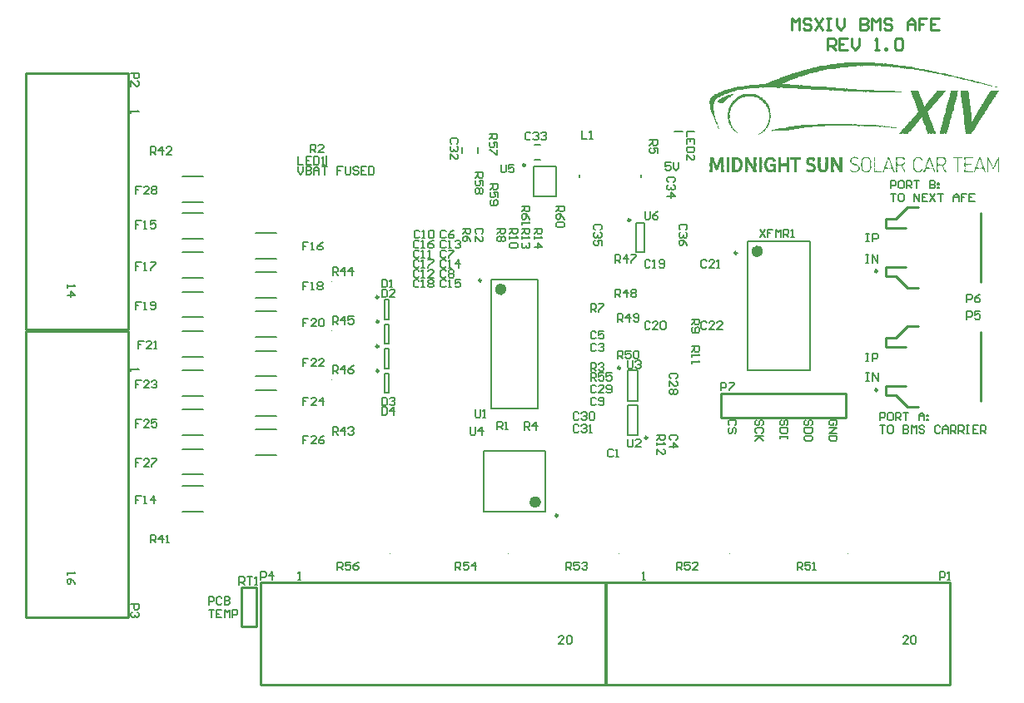
<source format=gto>
G04*
G04 #@! TF.GenerationSoftware,Altium Limited,Altium Designer,19.1.8 (144)*
G04*
G04 Layer_Color=65535*
%FSLAX25Y25*%
%MOIN*%
G70*
G01*
G75*
%ADD10C,0.01024*%
%ADD11C,0.02362*%
%ADD12C,0.00984*%
%ADD13C,0.00394*%
%ADD14C,0.01000*%
%ADD15C,0.00787*%
%ADD16C,0.00591*%
G36*
X340529Y250413D02*
X341273D01*
Y250264D01*
X341422D01*
Y250413D01*
X341571D01*
Y250264D01*
X341720D01*
Y250413D01*
X341868D01*
Y250264D01*
X343803D01*
Y250115D01*
X343952D01*
Y250264D01*
X344101D01*
Y250115D01*
X344250D01*
Y250264D01*
X344399D01*
Y250115D01*
X344547D01*
Y249966D01*
X344696D01*
Y250115D01*
X345143D01*
Y249966D01*
X345292D01*
Y250115D01*
X345441D01*
Y249966D01*
X345589D01*
Y250115D01*
X345738D01*
Y249966D01*
X347078D01*
Y249818D01*
X347227D01*
Y249966D01*
X347375D01*
Y249818D01*
X347822D01*
Y249669D01*
X347971D01*
Y249818D01*
X348120D01*
Y249669D01*
X348268D01*
Y249818D01*
X348417D01*
Y249669D01*
X349459D01*
Y249520D01*
X349608D01*
Y249669D01*
X349757D01*
Y249520D01*
X350501D01*
Y249371D01*
X351840D01*
Y249222D01*
X352287D01*
Y249371D01*
X352436D01*
Y249222D01*
X352585D01*
Y249073D01*
X352734D01*
Y249222D01*
X352882D01*
Y249073D01*
X353627D01*
Y248925D01*
X353776D01*
Y249073D01*
X353924D01*
Y248925D01*
X354371D01*
Y248776D01*
X354520D01*
Y248925D01*
X354668D01*
Y248776D01*
X355710D01*
Y248627D01*
X355859D01*
Y248776D01*
X356008D01*
Y248627D01*
X356157D01*
Y248478D01*
X356306D01*
Y248627D01*
X356455D01*
Y248478D01*
X357199D01*
Y248329D01*
X357348D01*
Y248478D01*
X357496D01*
Y248329D01*
X357645D01*
Y248180D01*
X357794D01*
Y248329D01*
X357943D01*
Y248180D01*
X358092D01*
Y248329D01*
X358241D01*
Y248180D01*
X358985D01*
Y248031D01*
X359134D01*
Y248180D01*
X359282D01*
Y248031D01*
X359729D01*
Y247883D01*
X360473D01*
Y247734D01*
X360622D01*
Y247883D01*
X360771D01*
Y247734D01*
X360920D01*
Y247883D01*
X361069D01*
Y247734D01*
X361217D01*
Y247585D01*
X362259D01*
Y247436D01*
X362706D01*
Y247287D01*
X362855D01*
Y247436D01*
X363003D01*
Y247287D01*
X363748D01*
Y247139D01*
X364194D01*
Y246990D01*
X364938D01*
Y246841D01*
X365087D01*
Y246990D01*
X365236D01*
Y246841D01*
X365385D01*
Y246990D01*
X365534D01*
Y246841D01*
X365683D01*
Y246692D01*
X366427D01*
Y246543D01*
X366873D01*
Y246394D01*
X367022D01*
Y246543D01*
X367171D01*
Y246394D01*
X367618D01*
Y246246D01*
X367766D01*
Y246394D01*
X367915D01*
Y246246D01*
X368362D01*
Y246097D01*
X368511D01*
Y246246D01*
X368659D01*
Y246097D01*
X369106D01*
Y245948D01*
X369255D01*
Y246097D01*
X369404D01*
Y245948D01*
X369552D01*
Y245799D01*
X370594D01*
Y245650D01*
X371041D01*
Y245501D01*
X371487D01*
Y245352D01*
X371636D01*
Y245501D01*
X371785D01*
Y245352D01*
X371934D01*
Y245204D01*
X372083D01*
Y245352D01*
X372232D01*
Y245204D01*
X372976D01*
Y245055D01*
X373125D01*
Y245204D01*
X373273D01*
Y245055D01*
X373422D01*
Y244906D01*
X374166D01*
Y244757D01*
X374613D01*
Y244608D01*
X374762D01*
Y244757D01*
X374911D01*
Y244608D01*
X375357D01*
Y244459D01*
X375506D01*
Y244608D01*
X375655D01*
Y244459D01*
X375804D01*
Y244311D01*
X375953D01*
Y244459D01*
X376101D01*
Y244311D01*
X376548D01*
Y244162D01*
X377292D01*
Y244013D01*
X377739D01*
Y243864D01*
X377887D01*
Y244013D01*
X378036D01*
Y243864D01*
X378185D01*
Y243715D01*
X378334D01*
Y243864D01*
X378483D01*
Y243715D01*
X378929D01*
Y243566D01*
X379078D01*
Y243715D01*
X379227D01*
Y243566D01*
X379376D01*
Y243418D01*
X379525D01*
Y243566D01*
X379674D01*
Y243418D01*
X380120D01*
Y243269D01*
X380269D01*
Y243418D01*
X380418D01*
Y243269D01*
X380567D01*
Y243120D01*
X381311D01*
Y242971D01*
X381460D01*
Y242822D01*
X381608D01*
Y242971D01*
X381757D01*
Y242822D01*
X382501D01*
Y242673D01*
X382650D01*
Y242822D01*
X382799D01*
Y242673D01*
X382948D01*
Y242525D01*
X383692D01*
Y242376D01*
X383841D01*
Y242227D01*
X383990D01*
Y242376D01*
X384139D01*
Y242227D01*
X384883D01*
Y242078D01*
X385032D01*
Y241929D01*
X385180D01*
Y242078D01*
X385329D01*
Y241929D01*
X385776D01*
Y241780D01*
X385925D01*
Y241929D01*
X386074D01*
Y241780D01*
X386222D01*
Y241631D01*
X386967D01*
Y241483D01*
X387413D01*
Y241334D01*
X388157D01*
Y241185D01*
X388306D01*
Y241036D01*
X388455D01*
Y241185D01*
X388604D01*
Y241036D01*
X389050D01*
Y240887D01*
X389199D01*
Y241036D01*
X389348D01*
Y240887D01*
X389497D01*
Y240738D01*
X390241D01*
Y240590D01*
X390390D01*
Y240441D01*
X390539D01*
Y240292D01*
X390390D01*
Y240441D01*
X389943D01*
Y240590D01*
X389199D01*
Y240738D01*
X388753D01*
Y240887D01*
X388008D01*
Y241036D01*
X387562D01*
Y241185D01*
X386818D01*
Y241334D01*
X386669D01*
Y241185D01*
X386520D01*
Y241334D01*
X386222D01*
Y241483D01*
X385627D01*
Y241631D01*
X385180D01*
Y241780D01*
X385032D01*
Y241631D01*
X384883D01*
Y241780D01*
X384436D01*
Y241929D01*
X384288D01*
Y241780D01*
X384139D01*
Y241929D01*
X383692D01*
Y242078D01*
X383246D01*
Y242227D01*
X383097D01*
Y242078D01*
X382948D01*
Y242227D01*
X382501D01*
Y242376D01*
X381757D01*
Y242525D01*
X381311D01*
Y242673D01*
X380567D01*
Y242822D01*
X380418D01*
Y242971D01*
X380269D01*
Y242822D01*
X380120D01*
Y242971D01*
X379376D01*
Y243120D01*
X378929D01*
Y243269D01*
X378185D01*
Y243418D01*
X378036D01*
Y243566D01*
X377887D01*
Y243418D01*
X377739D01*
Y243566D01*
X376994D01*
Y243715D01*
X376548D01*
Y243864D01*
X376399D01*
Y243715D01*
X376250D01*
Y243864D01*
X375804D01*
Y244013D01*
X375655D01*
Y243864D01*
X375506D01*
Y244013D01*
X375060D01*
Y244162D01*
X374315D01*
Y244311D01*
X373869D01*
Y244459D01*
X373125D01*
Y244608D01*
X372976D01*
Y244459D01*
X372827D01*
Y244608D01*
X372678D01*
Y244757D01*
X372529D01*
Y244608D01*
X372380D01*
Y244757D01*
X371934D01*
Y244906D01*
X371785D01*
Y244757D01*
X371636D01*
Y244906D01*
X371190D01*
Y245055D01*
X370445D01*
Y245204D01*
X370297D01*
Y245055D01*
X370148D01*
Y245204D01*
X369999D01*
Y245352D01*
X369850D01*
Y245204D01*
X369701D01*
Y245352D01*
X369255D01*
Y245501D01*
X369106D01*
Y245352D01*
X368957D01*
Y245501D01*
X368511D01*
Y245650D01*
X367766D01*
Y245799D01*
X367320D01*
Y245948D01*
X367171D01*
Y245799D01*
X367022D01*
Y245948D01*
X366278D01*
Y246097D01*
X366129D01*
Y245948D01*
X365980D01*
Y246097D01*
X365831D01*
Y246246D01*
X365683D01*
Y246097D01*
X365534D01*
Y246246D01*
X364790D01*
Y246394D01*
X364641D01*
Y246246D01*
X364492D01*
Y246394D01*
X364045D01*
Y246543D01*
X363301D01*
Y246692D01*
X363152D01*
Y246543D01*
X363003D01*
Y246692D01*
X362259D01*
Y246841D01*
X361515D01*
Y246990D01*
X361366D01*
Y246841D01*
X361217D01*
Y246990D01*
X360771D01*
Y247139D01*
X360622D01*
Y246990D01*
X360473D01*
Y247139D01*
X359729D01*
Y247287D01*
X359580D01*
Y247139D01*
X359431D01*
Y247287D01*
X358985D01*
Y247436D01*
X357645D01*
Y247585D01*
X357199D01*
Y247734D01*
X357050D01*
Y247585D01*
X356901D01*
Y247734D01*
X355859D01*
Y247883D01*
X355710D01*
Y247734D01*
X355561D01*
Y247883D01*
X355115D01*
Y248031D01*
X354966D01*
Y247883D01*
X354817D01*
Y248031D01*
X353478D01*
Y248180D01*
X353329D01*
Y248031D01*
X353180D01*
Y248180D01*
X353031D01*
Y248031D01*
X352882D01*
Y248180D01*
X352734D01*
Y248329D01*
X352585D01*
Y248180D01*
X352436D01*
Y248329D01*
X351096D01*
Y248478D01*
X350947D01*
Y248329D01*
X350799D01*
Y248478D01*
X350352D01*
Y248627D01*
X350203D01*
Y248478D01*
X349757D01*
Y248627D01*
X349608D01*
Y248478D01*
X349459D01*
Y248627D01*
X348120D01*
Y248776D01*
X347971D01*
Y248627D01*
X347822D01*
Y248776D01*
X347673D01*
Y248627D01*
X347524D01*
Y248776D01*
X347375D01*
Y248627D01*
X347227D01*
Y248776D01*
X346482D01*
Y248925D01*
X346334D01*
Y248776D01*
X346185D01*
Y248925D01*
X346036D01*
Y248776D01*
X345887D01*
Y248925D01*
X345738D01*
Y248776D01*
X345589D01*
Y248925D01*
X343654D01*
Y249073D01*
X343506D01*
Y248925D01*
X343357D01*
Y249073D01*
X343208D01*
Y248925D01*
X343059D01*
Y249073D01*
X342910D01*
Y248925D01*
X342761D01*
Y249073D01*
X342613D01*
Y248925D01*
X342464D01*
Y249073D01*
X342315D01*
Y248925D01*
X342166D01*
Y249073D01*
X342017D01*
Y248925D01*
X341868D01*
Y249073D01*
X341422D01*
Y248925D01*
X341273D01*
Y249073D01*
X340826D01*
Y248925D01*
X340678D01*
Y249073D01*
X336064D01*
Y248925D01*
X335915D01*
Y249073D01*
X335468D01*
Y248925D01*
X335319D01*
Y249073D01*
X335171D01*
Y248925D01*
X335022D01*
Y249073D01*
X334873D01*
Y248925D01*
X334724D01*
Y249073D01*
X334575D01*
Y248925D01*
X334426D01*
Y249073D01*
X334278D01*
Y248925D01*
X334129D01*
Y249073D01*
X333980D01*
Y248925D01*
X332045D01*
Y248776D01*
X331896D01*
Y248925D01*
X331450D01*
Y248776D01*
X331301D01*
Y248925D01*
X331152D01*
Y248776D01*
X331003D01*
Y248925D01*
X330854D01*
Y248776D01*
X330408D01*
Y248627D01*
X330259D01*
Y248776D01*
X330110D01*
Y248627D01*
X329961D01*
Y248776D01*
X329812D01*
Y248627D01*
X328473D01*
Y248478D01*
X328324D01*
Y248627D01*
X328175D01*
Y248478D01*
X327729D01*
Y248627D01*
X327580D01*
Y248478D01*
X327133D01*
Y248329D01*
X326984D01*
Y248478D01*
X326836D01*
Y248329D01*
X325794D01*
Y248180D01*
X325645D01*
Y248329D01*
X325496D01*
Y248180D01*
X325347D01*
Y248031D01*
X325198D01*
Y248180D01*
X325049D01*
Y248031D01*
X324901D01*
Y248180D01*
X324752D01*
Y248031D01*
X324008D01*
Y247883D01*
X323859D01*
Y248031D01*
X323710D01*
Y247883D01*
X323561D01*
Y248031D01*
X323412D01*
Y247883D01*
X323263D01*
Y247734D01*
X323115D01*
Y247883D01*
X322966D01*
Y247734D01*
X322221D01*
Y247585D01*
X322073D01*
Y247734D01*
X321924D01*
Y247585D01*
X321477D01*
Y247436D01*
X320436D01*
Y247287D01*
X319989D01*
Y247139D01*
X319840D01*
Y247287D01*
X319691D01*
Y247139D01*
X319245D01*
Y246990D01*
X319096D01*
Y247139D01*
X318947D01*
Y246990D01*
X318798D01*
Y246841D01*
X318649D01*
Y246990D01*
X318501D01*
Y246841D01*
X318054D01*
Y246692D01*
X317310D01*
Y246543D01*
X316566D01*
Y246394D01*
X316417D01*
Y246246D01*
X316268D01*
Y246394D01*
X316119D01*
Y246246D01*
X315673D01*
Y246097D01*
X315524D01*
Y246246D01*
X315375D01*
Y246097D01*
X315226D01*
Y245948D01*
X315077D01*
Y246097D01*
X314928D01*
Y245948D01*
X314482D01*
Y245799D01*
X314333D01*
Y245948D01*
X314184D01*
Y245799D01*
X314333D01*
Y245650D01*
X314184D01*
Y245799D01*
X314035D01*
Y245650D01*
X313589D01*
Y245501D01*
X313142D01*
Y245352D01*
X312398D01*
Y245204D01*
X312249D01*
Y245055D01*
X311505D01*
Y244906D01*
X311356D01*
Y244757D01*
X310612D01*
Y244608D01*
X310463D01*
Y244459D01*
X310017D01*
Y244311D01*
X309868D01*
Y244459D01*
X309719D01*
Y244311D01*
X309570D01*
Y244162D01*
X309124D01*
Y244013D01*
X308975D01*
Y243864D01*
X308826D01*
Y244013D01*
X308677D01*
Y243864D01*
X308231D01*
Y243715D01*
X308082D01*
Y243566D01*
X307635D01*
Y243418D01*
X307189D01*
Y243269D01*
X306742D01*
Y243120D01*
X306593D01*
Y242971D01*
X306147D01*
Y242822D01*
X305998D01*
Y242673D01*
X305849D01*
Y242822D01*
X305700D01*
Y242673D01*
X305552D01*
Y242525D01*
X305105D01*
Y242376D01*
X304659D01*
Y242227D01*
X304510D01*
Y242078D01*
X304063D01*
Y241929D01*
X304212D01*
Y241780D01*
X304361D01*
Y241929D01*
X304510D01*
Y241780D01*
X304956D01*
Y241929D01*
X305105D01*
Y241780D01*
X305849D01*
Y241631D01*
X305998D01*
Y241780D01*
X306147D01*
Y241631D01*
X306296D01*
Y241780D01*
X306445D01*
Y241631D01*
X306593D01*
Y241780D01*
X306742D01*
Y241631D01*
X306891D01*
Y241780D01*
X307040D01*
Y241631D01*
X309273D01*
Y241483D01*
X309421D01*
Y241631D01*
X309570D01*
Y241483D01*
X309719D01*
Y241631D01*
X309868D01*
Y241483D01*
X310017D01*
Y241631D01*
X310166D01*
Y241483D01*
X310910D01*
Y241334D01*
X311059D01*
Y241483D01*
X311505D01*
Y241334D01*
X311654D01*
Y241483D01*
X311803D01*
Y241334D01*
X311952D01*
Y241483D01*
X312101D01*
Y241334D01*
X313738D01*
Y241185D01*
X313886D01*
Y241334D01*
X314035D01*
Y241185D01*
X314184D01*
Y241334D01*
X314333D01*
Y241185D01*
X314482D01*
Y241334D01*
X314631D01*
Y241185D01*
X315375D01*
Y241036D01*
X315524D01*
Y241185D01*
X315673D01*
Y241036D01*
X315821D01*
Y241185D01*
X315970D01*
Y241036D01*
X317607D01*
Y240887D01*
X317756D01*
Y241036D01*
X317905D01*
Y240887D01*
X318054D01*
Y241036D01*
X318203D01*
Y240887D01*
X318352D01*
Y241036D01*
X318501D01*
Y240887D01*
X318947D01*
Y241036D01*
X319096D01*
Y240887D01*
X319245D01*
Y240738D01*
X319394D01*
Y240887D01*
X319542D01*
Y240738D01*
X319691D01*
Y240887D01*
X319840D01*
Y240738D01*
X321477D01*
Y240590D01*
X321626D01*
Y240738D01*
X321775D01*
Y240590D01*
X322519D01*
Y240441D01*
X322668D01*
Y240590D01*
X323115D01*
Y240441D01*
X323263D01*
Y240590D01*
X323412D01*
Y240441D01*
X323561D01*
Y240590D01*
X323710D01*
Y240441D01*
X325347D01*
Y240292D01*
X325496D01*
Y240441D01*
X325645D01*
Y240292D01*
X325794D01*
Y240441D01*
X325942D01*
Y240292D01*
X326091D01*
Y240441D01*
X326240D01*
Y240292D01*
X326389D01*
Y240143D01*
X326538D01*
Y240292D01*
X326687D01*
Y240143D01*
X326836D01*
Y240292D01*
X326984D01*
Y240143D01*
X327133D01*
Y240292D01*
X327282D01*
Y240143D01*
X327431D01*
Y240292D01*
X327580D01*
Y240143D01*
X329217D01*
Y239994D01*
X329366D01*
Y240143D01*
X329515D01*
Y239994D01*
X329663D01*
Y240143D01*
X329812D01*
Y239994D01*
X329961D01*
Y240143D01*
X330110D01*
Y239994D01*
X330854D01*
Y239845D01*
X331003D01*
Y239994D01*
X331152D01*
Y239845D01*
X331301D01*
Y239994D01*
X331450D01*
Y239845D01*
X333682D01*
Y239697D01*
X333831D01*
Y239845D01*
X333980D01*
Y239697D01*
X335319D01*
Y239548D01*
X335468D01*
Y239697D01*
X335915D01*
Y239548D01*
X336064D01*
Y239697D01*
X336212D01*
Y239548D01*
X338147D01*
Y239399D01*
X338296D01*
Y239548D01*
X338743D01*
Y239399D01*
X338892D01*
Y239548D01*
X339040D01*
Y239399D01*
X339189D01*
Y239548D01*
X339338D01*
Y239399D01*
X339487D01*
Y239548D01*
X339636D01*
Y239399D01*
X339785D01*
Y239250D01*
X339933D01*
Y239399D01*
X340380D01*
Y239250D01*
X340529D01*
Y239399D01*
X340678D01*
Y239250D01*
X340826D01*
Y239399D01*
X340975D01*
Y239250D01*
X341124D01*
Y239399D01*
X341273D01*
Y239250D01*
X341422D01*
Y239399D01*
X341571D01*
Y239250D01*
X344399D01*
Y239101D01*
X344547D01*
Y239250D01*
X344696D01*
Y239101D01*
X344845D01*
Y239250D01*
X344994D01*
Y239101D01*
X345143D01*
Y239250D01*
X345292D01*
Y239101D01*
X345441D01*
Y239250D01*
X345589D01*
Y239101D01*
X345738D01*
Y239250D01*
X345887D01*
Y239101D01*
X346036D01*
Y239250D01*
X346185D01*
Y239101D01*
X346334D01*
Y239250D01*
X346482D01*
Y239101D01*
X346929D01*
Y239250D01*
X347078D01*
Y239101D01*
X347822D01*
Y238952D01*
X347971D01*
Y239101D01*
X348120D01*
Y238952D01*
X348268D01*
Y239101D01*
X348417D01*
Y238952D01*
X348566D01*
Y239101D01*
X348715D01*
Y238952D01*
X348864D01*
Y239101D01*
X349013D01*
Y238952D01*
X349459D01*
Y239101D01*
X349608D01*
Y238952D01*
X354073D01*
Y238804D01*
X352882D01*
Y238655D01*
X352734D01*
Y238804D01*
X352585D01*
Y238655D01*
X352436D01*
Y238804D01*
X352287D01*
Y238655D01*
X352138D01*
Y238804D01*
X351989D01*
Y238655D01*
X351840D01*
Y238804D01*
X351692D01*
Y238655D01*
X351543D01*
Y238804D01*
X351394D01*
Y238655D01*
X351245D01*
Y238804D01*
X351096D01*
Y238655D01*
X351245D01*
Y238506D01*
X351096D01*
Y238655D01*
X350055D01*
Y238506D01*
X349906D01*
Y238655D01*
X349459D01*
Y238506D01*
X349310D01*
Y238655D01*
X348864D01*
Y238506D01*
X348715D01*
Y238655D01*
X348566D01*
Y238506D01*
X348417D01*
Y238655D01*
X348268D01*
Y238506D01*
X348120D01*
Y238655D01*
X347971D01*
Y238506D01*
X347822D01*
Y238655D01*
X347673D01*
Y238506D01*
X347524D01*
Y238655D01*
X347375D01*
Y238506D01*
X347227D01*
Y238655D01*
X347078D01*
Y238506D01*
X346929D01*
Y238655D01*
X346780D01*
Y238506D01*
X346631D01*
Y238655D01*
X346482D01*
Y238506D01*
X346334D01*
Y238655D01*
X346185D01*
Y238506D01*
X346036D01*
Y238655D01*
X345887D01*
Y238506D01*
X345738D01*
Y238655D01*
X345589D01*
Y238506D01*
X345441D01*
Y238655D01*
X345292D01*
Y238506D01*
X345143D01*
Y238655D01*
X344994D01*
Y238506D01*
X344845D01*
Y238655D01*
X344696D01*
Y238506D01*
X344547D01*
Y238655D01*
X344399D01*
Y238506D01*
X344250D01*
Y238655D01*
X344101D01*
Y238506D01*
X343952D01*
Y238655D01*
X343803D01*
Y238506D01*
X343654D01*
Y238655D01*
X343506D01*
Y238506D01*
X343357D01*
Y238655D01*
X343208D01*
Y238506D01*
X343059D01*
Y238655D01*
X342910D01*
Y238506D01*
X342761D01*
Y238655D01*
X342613D01*
Y238506D01*
X342464D01*
Y238655D01*
X342315D01*
Y238506D01*
X342166D01*
Y238655D01*
X342017D01*
Y238506D01*
X341868D01*
Y238655D01*
X341720D01*
Y238506D01*
X341571D01*
Y238655D01*
X341124D01*
Y238506D01*
X340975D01*
Y238655D01*
X340529D01*
Y238506D01*
X340380D01*
Y238655D01*
X339338D01*
Y238804D01*
X339189D01*
Y238655D01*
X339338D01*
Y238506D01*
X339189D01*
Y238655D01*
X338743D01*
Y238804D01*
X338594D01*
Y238655D01*
X338445D01*
Y238804D01*
X338296D01*
Y238655D01*
X338147D01*
Y238804D01*
X337999D01*
Y238655D01*
X337850D01*
Y238804D01*
X337701D01*
Y238655D01*
X337552D01*
Y238804D01*
X337403D01*
Y238655D01*
X337254D01*
Y238804D01*
X336808D01*
Y238655D01*
X336659D01*
Y238804D01*
X332938D01*
Y238952D01*
X332789D01*
Y238804D01*
X332640D01*
Y238952D01*
X332491D01*
Y238804D01*
X332343D01*
Y238952D01*
X332194D01*
Y238804D01*
X332045D01*
Y238952D01*
X331896D01*
Y238804D01*
X331747D01*
Y238952D01*
X330110D01*
Y239101D01*
X329961D01*
Y238952D01*
X329515D01*
Y239101D01*
X329366D01*
Y238952D01*
X329217D01*
Y239101D01*
X329068D01*
Y238952D01*
X328919D01*
Y239101D01*
X328770D01*
Y238952D01*
X328622D01*
Y239101D01*
X326091D01*
Y239250D01*
X325942D01*
Y239101D01*
X325794D01*
Y239250D01*
X325645D01*
Y239101D01*
X325496D01*
Y239250D01*
X325347D01*
Y239101D01*
X325198D01*
Y239250D01*
X325049D01*
Y239101D01*
X324901D01*
Y239250D01*
X324454D01*
Y239399D01*
X324305D01*
Y239250D01*
X323859D01*
Y239399D01*
X323710D01*
Y239250D01*
X323561D01*
Y239399D01*
X323412D01*
Y239250D01*
X323263D01*
Y239399D01*
X323115D01*
Y239250D01*
X322966D01*
Y239399D01*
X321031D01*
Y239548D01*
X320882D01*
Y239399D01*
X320733D01*
Y239548D01*
X320584D01*
Y239399D01*
X320436D01*
Y239548D01*
X320287D01*
Y239399D01*
X320138D01*
Y239548D01*
X319989D01*
Y239399D01*
X319840D01*
Y239548D01*
X319394D01*
Y239399D01*
X319245D01*
Y239548D01*
X318798D01*
Y239697D01*
X318649D01*
Y239548D01*
X318203D01*
Y239697D01*
X318054D01*
Y239548D01*
X317905D01*
Y239697D01*
X315375D01*
Y239845D01*
X315226D01*
Y239697D01*
X315077D01*
Y239845D01*
X314928D01*
Y239697D01*
X314780D01*
Y239845D01*
X314333D01*
Y239994D01*
X314184D01*
Y239845D01*
X314333D01*
Y239697D01*
X314184D01*
Y239845D01*
X313738D01*
Y239994D01*
X313589D01*
Y239845D01*
X313440D01*
Y239994D01*
X313291D01*
Y239845D01*
X313142D01*
Y239994D01*
X312994D01*
Y239845D01*
X312845D01*
Y239994D01*
X312696D01*
Y239845D01*
X312547D01*
Y239994D01*
X312398D01*
Y239845D01*
X312249D01*
Y239994D01*
X310314D01*
Y240143D01*
X310166D01*
Y239994D01*
X310017D01*
Y240143D01*
X309868D01*
Y239994D01*
X309719D01*
Y240143D01*
X309570D01*
Y239994D01*
X309421D01*
Y240143D01*
X309273D01*
Y239994D01*
X309124D01*
Y240143D01*
X308082D01*
Y240292D01*
X307933D01*
Y240143D01*
X307784D01*
Y240292D01*
X307635D01*
Y240143D01*
X307487D01*
Y240292D01*
X307338D01*
Y240143D01*
X307189D01*
Y240292D01*
X307040D01*
Y240143D01*
X306891D01*
Y240292D01*
X306742D01*
Y240143D01*
X306593D01*
Y240292D01*
X304063D01*
Y240441D01*
X303914D01*
Y240292D01*
X303766D01*
Y240441D01*
X303617D01*
Y240292D01*
X303468D01*
Y240441D01*
X303319D01*
Y240292D01*
X303170D01*
Y240441D01*
X303021D01*
Y240292D01*
X302872D01*
Y240441D01*
X302724D01*
Y240292D01*
X302575D01*
Y240441D01*
X302426D01*
Y240292D01*
X302277D01*
Y240441D01*
X302128D01*
Y240292D01*
X301979D01*
Y240441D01*
X301831D01*
Y240292D01*
X301682D01*
Y240441D01*
X301235D01*
Y240292D01*
X301086D01*
Y240441D01*
X300640D01*
Y240292D01*
X300491D01*
Y240441D01*
X298854D01*
Y240590D01*
X298705D01*
Y240441D01*
X298258D01*
Y240590D01*
X298110D01*
Y240441D01*
X296472D01*
Y240292D01*
X296323D01*
Y240441D01*
X295877D01*
Y240292D01*
X295728D01*
Y240441D01*
X295282D01*
Y240292D01*
X295133D01*
Y240441D01*
X294984D01*
Y240292D01*
X294835D01*
Y240441D01*
X294686D01*
Y240292D01*
X294537D01*
Y240441D01*
X294389D01*
Y240292D01*
X294240D01*
Y240441D01*
X294091D01*
Y240292D01*
X293942D01*
Y240441D01*
X293793D01*
Y240292D01*
X291858D01*
Y240143D01*
X291709D01*
Y240292D01*
X291561D01*
Y240143D01*
X291412D01*
Y240292D01*
X291263D01*
Y240143D01*
X290816D01*
Y239994D01*
X290668D01*
Y240143D01*
X290519D01*
Y239994D01*
X290370D01*
Y240143D01*
X290221D01*
Y239994D01*
X289179D01*
Y239845D01*
X289030D01*
Y239994D01*
X288882D01*
Y239845D01*
X288733D01*
Y239994D01*
X288584D01*
Y239845D01*
X288435D01*
Y239697D01*
X287393D01*
Y239548D01*
X286947D01*
Y239399D01*
X286798D01*
Y239548D01*
X286649D01*
Y239399D01*
X286202D01*
Y239250D01*
X286054D01*
Y239399D01*
X285905D01*
Y239250D01*
X285756D01*
Y239101D01*
X285607D01*
Y239250D01*
X285458D01*
Y239101D01*
X285012D01*
Y238952D01*
X284863D01*
Y239101D01*
X284714D01*
Y238952D01*
X284565D01*
Y238804D01*
X283821D01*
Y238655D01*
X283672D01*
Y238506D01*
X282928D01*
Y238357D01*
X282779D01*
Y238208D01*
X282035D01*
Y238059D01*
X281886D01*
Y237911D01*
X281440D01*
Y237762D01*
X280993D01*
Y237613D01*
X280546D01*
Y237464D01*
X280398D01*
Y237315D01*
X279951D01*
Y237166D01*
X279654D01*
Y237017D01*
X279356D01*
Y236869D01*
X279207D01*
Y236720D01*
X278761D01*
Y236571D01*
X278612D01*
Y236422D01*
X278314D01*
Y236273D01*
X278165D01*
Y236124D01*
X277867D01*
Y235976D01*
X277719D01*
Y235827D01*
X277570D01*
Y235678D01*
X277421D01*
Y235529D01*
X277272D01*
Y235380D01*
Y235231D01*
X277123D01*
Y235083D01*
Y234934D01*
X276974D01*
Y234785D01*
X276826D01*
Y234636D01*
X276677D01*
Y234487D01*
X276826D01*
Y234338D01*
X276677D01*
Y234190D01*
Y234041D01*
Y233892D01*
X276528D01*
Y233743D01*
Y233594D01*
Y233445D01*
Y233296D01*
Y233148D01*
X276379D01*
Y232999D01*
X276528D01*
Y232850D01*
X276379D01*
Y232701D01*
X276528D01*
Y232552D01*
X276379D01*
Y232403D01*
X276528D01*
Y232255D01*
X276379D01*
Y232106D01*
X276528D01*
Y231957D01*
X276379D01*
Y231808D01*
X276528D01*
Y231659D01*
Y231510D01*
Y231362D01*
Y231213D01*
Y231064D01*
X276677D01*
Y230915D01*
Y230766D01*
Y230617D01*
Y230469D01*
Y230320D01*
X276826D01*
Y230171D01*
Y230022D01*
Y229873D01*
Y229724D01*
X276974D01*
Y229575D01*
Y229427D01*
Y229278D01*
Y229129D01*
X277123D01*
Y228980D01*
Y228831D01*
Y228682D01*
X277272D01*
Y228534D01*
Y228385D01*
Y228236D01*
X277421D01*
Y228087D01*
X277272D01*
Y227938D01*
X277421D01*
Y227789D01*
X277570D01*
Y227641D01*
X277421D01*
Y227492D01*
X277570D01*
Y227343D01*
X277719D01*
Y227194D01*
X277570D01*
Y227045D01*
X277719D01*
Y226896D01*
Y226747D01*
X277867D01*
Y226599D01*
Y226450D01*
X278016D01*
Y226301D01*
X277867D01*
Y226152D01*
X278016D01*
Y226003D01*
X278165D01*
Y225854D01*
Y225706D01*
Y225557D01*
X278314D01*
Y225408D01*
Y225259D01*
Y225110D01*
X278463D01*
Y224961D01*
X278612D01*
Y224813D01*
X278463D01*
Y224664D01*
X278612D01*
Y224515D01*
Y224366D01*
X278761D01*
Y224217D01*
Y224068D01*
X278909D01*
Y223920D01*
Y223771D01*
Y223622D01*
X279058D01*
Y223473D01*
X278909D01*
Y223622D01*
X278761D01*
Y223771D01*
X278612D01*
Y223920D01*
Y224068D01*
Y224217D01*
X278463D01*
Y224366D01*
X278314D01*
Y224515D01*
Y224664D01*
Y224813D01*
X278165D01*
Y224961D01*
Y225110D01*
X278016D01*
Y225259D01*
Y225408D01*
X277867D01*
Y225557D01*
Y225706D01*
Y225854D01*
X277719D01*
Y226003D01*
X277570D01*
Y226152D01*
Y226301D01*
Y226450D01*
X277421D01*
Y226599D01*
X277272D01*
Y226747D01*
X277421D01*
Y226896D01*
X277272D01*
Y227045D01*
X277123D01*
Y227194D01*
Y227343D01*
Y227492D01*
X276974D01*
Y227641D01*
X276826D01*
Y227789D01*
Y227938D01*
Y228087D01*
X276677D01*
Y228236D01*
Y228385D01*
Y228534D01*
X276528D01*
Y228682D01*
X276379D01*
Y228831D01*
X276528D01*
Y228980D01*
X276379D01*
Y229129D01*
X276230D01*
Y229278D01*
Y229427D01*
Y229575D01*
X276081D01*
Y229724D01*
Y229873D01*
X275933D01*
Y230022D01*
Y230171D01*
X275784D01*
Y230320D01*
X275933D01*
Y230469D01*
X275784D01*
Y230617D01*
X275635D01*
Y230766D01*
Y230915D01*
Y231064D01*
X275486D01*
Y231213D01*
Y231362D01*
Y231510D01*
X275337D01*
Y231659D01*
Y231808D01*
Y231957D01*
Y232106D01*
Y232255D01*
X275188D01*
Y232403D01*
Y232552D01*
Y232701D01*
Y232850D01*
Y232999D01*
X275040D01*
Y233148D01*
X274891D01*
Y233296D01*
X275040D01*
Y233445D01*
X274891D01*
Y233594D01*
X275040D01*
Y233743D01*
X274891D01*
Y233892D01*
X275040D01*
Y234041D01*
X274891D01*
Y234190D01*
X275040D01*
Y234338D01*
X274891D01*
Y234487D01*
X275040D01*
Y234636D01*
X274891D01*
Y234785D01*
X275040D01*
Y234934D01*
X274891D01*
Y235083D01*
X275040D01*
Y235231D01*
X275188D01*
Y235380D01*
X275040D01*
Y235529D01*
X275188D01*
Y235678D01*
X275337D01*
Y235827D01*
X275188D01*
Y235976D01*
X275337D01*
Y236124D01*
X275486D01*
Y236273D01*
X275635D01*
Y236422D01*
Y236571D01*
X275933D01*
Y236720D01*
X275784D01*
Y236869D01*
X276230D01*
Y237017D01*
Y237166D01*
X276528D01*
Y237315D01*
X276677D01*
Y237464D01*
X276826D01*
Y237613D01*
X276974D01*
Y237762D01*
X277421D01*
Y237911D01*
X277570D01*
Y238059D01*
X278016D01*
Y238208D01*
X278165D01*
Y238357D01*
X278612D01*
Y238506D01*
X278761D01*
Y238655D01*
X278909D01*
Y238506D01*
X279058D01*
Y238655D01*
X279505D01*
Y238804D01*
X279654D01*
Y238952D01*
X280100D01*
Y239101D01*
X280249D01*
Y239250D01*
X280398D01*
Y239101D01*
X280546D01*
Y239250D01*
X280993D01*
Y239399D01*
X281440D01*
Y239548D01*
X281886D01*
Y239697D01*
X282333D01*
Y239845D01*
X283077D01*
Y239994D01*
X283523D01*
Y240143D01*
X283970D01*
Y240292D01*
X284119D01*
Y240143D01*
X284267D01*
Y240292D01*
X284416D01*
Y240441D01*
X285161D01*
Y240590D01*
X285309D01*
Y240441D01*
X285458D01*
Y240590D01*
X285905D01*
Y240738D01*
X286649D01*
Y240887D01*
X287095D01*
Y241036D01*
X287244D01*
Y240887D01*
X287393D01*
Y241036D01*
X288435D01*
Y241185D01*
X288584D01*
Y241036D01*
X288733D01*
Y241185D01*
X288882D01*
Y241334D01*
X289030D01*
Y241185D01*
X289179D01*
Y241334D01*
X289328D01*
Y241185D01*
X289477D01*
Y241334D01*
X290519D01*
Y241483D01*
X290668D01*
Y241334D01*
X290816D01*
Y241483D01*
X290965D01*
Y241631D01*
X291114D01*
Y241483D01*
X291561D01*
Y241631D01*
X291709D01*
Y241483D01*
X291858D01*
Y241631D01*
X292007D01*
Y241483D01*
X292156D01*
Y241631D01*
X293793D01*
Y241780D01*
X293942D01*
Y241631D01*
X294091D01*
Y241780D01*
X294240D01*
Y241631D01*
X294389D01*
Y241780D01*
X294537D01*
Y241631D01*
X294686D01*
Y241780D01*
X295430D01*
Y241929D01*
X295579D01*
Y241780D01*
X295728D01*
Y241929D01*
X295877D01*
Y241780D01*
X296026D01*
Y241929D01*
X296175D01*
Y241780D01*
X296323D01*
Y241929D01*
X296472D01*
Y241780D01*
X296621D01*
Y241929D01*
X296770D01*
Y241780D01*
X296919D01*
Y241929D01*
X297068D01*
Y241780D01*
X297217D01*
Y241929D01*
X297365D01*
Y242078D01*
X297812D01*
Y242227D01*
X298258D01*
Y242376D01*
X298407D01*
Y242525D01*
X298854D01*
Y242673D01*
X299300D01*
Y242822D01*
X299747D01*
Y242971D01*
X299896D01*
Y243120D01*
X300342D01*
Y243269D01*
X300491D01*
Y243418D01*
X300640D01*
Y243269D01*
X300789D01*
Y243418D01*
X301235D01*
Y243566D01*
X301384D01*
Y243715D01*
X301831D01*
Y243864D01*
X302277D01*
Y244013D01*
X302724D01*
Y244162D01*
X303021D01*
Y244311D01*
X303319D01*
Y244459D01*
X303766D01*
Y244608D01*
X304212D01*
Y244757D01*
X304659D01*
Y244906D01*
X305105D01*
Y245055D01*
X305254D01*
Y245204D01*
X305998D01*
Y245352D01*
X306147D01*
Y245501D01*
X306593D01*
Y245650D01*
X306742D01*
Y245501D01*
X306891D01*
Y245650D01*
X307040D01*
Y245799D01*
X307784D01*
Y245948D01*
X307933D01*
Y246097D01*
X308380D01*
Y246246D01*
X308528D01*
Y246097D01*
X308677D01*
Y246246D01*
X308826D01*
Y246394D01*
X309273D01*
Y246543D01*
X309421D01*
Y246394D01*
X309570D01*
Y246543D01*
X309719D01*
Y246692D01*
X310463D01*
Y246841D01*
X310612D01*
Y246990D01*
X310761D01*
Y246841D01*
X310910D01*
Y246990D01*
X311356D01*
Y247139D01*
X311803D01*
Y247287D01*
X312547D01*
Y247436D01*
X312994D01*
Y247585D01*
X313440D01*
Y247734D01*
X313589D01*
Y247585D01*
X313738D01*
Y247734D01*
X313886D01*
Y247883D01*
X314631D01*
Y248031D01*
X315077D01*
Y248180D01*
X315821D01*
Y248329D01*
X315970D01*
Y248180D01*
X316119D01*
Y248329D01*
X316268D01*
Y248478D01*
X317012D01*
Y248627D01*
X317459D01*
Y248776D01*
X317607D01*
Y248627D01*
X317756D01*
Y248776D01*
X318501D01*
Y248925D01*
X318947D01*
Y249073D01*
X319096D01*
Y248925D01*
X319245D01*
Y249073D01*
X319989D01*
Y249222D01*
X320733D01*
Y249371D01*
X321775D01*
Y249520D01*
X322221D01*
Y249669D01*
X322370D01*
Y249520D01*
X322519D01*
Y249669D01*
X322668D01*
Y249520D01*
X322817D01*
Y249669D01*
X323263D01*
Y249818D01*
X323412D01*
Y249669D01*
X323561D01*
Y249818D01*
X323710D01*
Y249669D01*
X323859D01*
Y249818D01*
X324305D01*
Y249966D01*
X324454D01*
Y249818D01*
X324603D01*
Y249966D01*
X325942D01*
Y250115D01*
X326091D01*
Y249966D01*
X326240D01*
Y250115D01*
X326687D01*
Y249966D01*
X326836D01*
Y250115D01*
X326984D01*
Y250264D01*
X327133D01*
Y250115D01*
X327282D01*
Y250264D01*
X328919D01*
Y250413D01*
X329068D01*
Y250264D01*
X329217D01*
Y250413D01*
X329366D01*
Y250264D01*
X329515D01*
Y250413D01*
X330259D01*
Y250562D01*
X330408D01*
Y250413D01*
X330557D01*
Y250562D01*
X330705D01*
Y250413D01*
X330854D01*
Y250562D01*
X331003D01*
Y250413D01*
X331152D01*
Y250562D01*
X331301D01*
Y250413D01*
X331450D01*
Y250562D01*
X331598D01*
Y250413D01*
X331747D01*
Y250562D01*
X331896D01*
Y250413D01*
X332045D01*
Y250562D01*
X338445D01*
Y250413D01*
X338594D01*
Y250562D01*
X339040D01*
Y250413D01*
X339189D01*
Y250562D01*
X339338D01*
Y250413D01*
X339487D01*
Y250562D01*
X339636D01*
Y250413D01*
X339785D01*
Y250562D01*
X339933D01*
Y250413D01*
X340082D01*
Y250562D01*
X340231D01*
Y250413D01*
X340380D01*
Y250562D01*
X340529D01*
Y250413D01*
D02*
G37*
G36*
X390688Y240441D02*
X390836D01*
Y240292D01*
X390688D01*
Y240441D01*
X390539D01*
Y240590D01*
X390688D01*
Y240441D01*
D02*
G37*
G36*
X292305Y237911D02*
X292454D01*
Y237762D01*
X292602D01*
Y237911D01*
X292751D01*
Y237762D01*
X293496D01*
Y237613D01*
X293644D01*
Y237464D01*
X294091D01*
Y237315D01*
X294537D01*
Y237166D01*
X294835D01*
Y237017D01*
X295133D01*
Y236869D01*
X295282D01*
Y236720D01*
X295430D01*
Y236571D01*
X295877D01*
Y236422D01*
X296026D01*
Y236273D01*
X296175D01*
Y236124D01*
X296323D01*
Y235976D01*
X296472D01*
Y235827D01*
X296621D01*
Y235678D01*
X296919D01*
Y235529D01*
X297068D01*
Y235380D01*
Y235231D01*
X297217D01*
Y235083D01*
X297365D01*
Y234934D01*
X297514D01*
Y234785D01*
X297663D01*
Y234636D01*
X297812D01*
Y234487D01*
X297961D01*
Y234338D01*
Y234190D01*
X298110D01*
Y234041D01*
Y233892D01*
X298258D01*
Y233743D01*
X298407D01*
Y233594D01*
X298556D01*
Y233445D01*
X298407D01*
Y233296D01*
X298556D01*
Y233148D01*
X298705D01*
Y232999D01*
Y232850D01*
Y232701D01*
X298854D01*
Y232552D01*
X299003D01*
Y232403D01*
Y232255D01*
Y232106D01*
X299151D01*
Y231957D01*
X299003D01*
Y231808D01*
X299151D01*
Y231659D01*
X299300D01*
Y231510D01*
Y231362D01*
Y231213D01*
Y231064D01*
Y230915D01*
X299449D01*
Y230766D01*
X299300D01*
Y230617D01*
X299449D01*
Y230469D01*
X299300D01*
Y230320D01*
X299449D01*
Y230171D01*
Y230022D01*
Y229873D01*
X299300D01*
Y229724D01*
X299449D01*
Y229575D01*
Y229427D01*
Y229278D01*
Y229129D01*
Y228980D01*
Y228831D01*
Y228682D01*
X299300D01*
Y228534D01*
X299449D01*
Y228385D01*
Y228236D01*
Y228087D01*
X299300D01*
Y227938D01*
X299449D01*
Y227789D01*
X299300D01*
Y227641D01*
Y227492D01*
Y227343D01*
X299151D01*
Y227194D01*
Y227045D01*
Y226896D01*
X299003D01*
Y226747D01*
X299151D01*
Y226599D01*
X299003D01*
Y226450D01*
Y226301D01*
Y226152D01*
X298854D01*
Y226003D01*
Y225854D01*
Y225706D01*
X298705D01*
Y225557D01*
X298556D01*
Y225408D01*
Y225259D01*
Y225110D01*
X298407D01*
Y224961D01*
X298258D01*
Y224813D01*
Y224664D01*
Y224515D01*
X298110D01*
Y224366D01*
X297961D01*
Y224217D01*
X297812D01*
Y224068D01*
X297663D01*
Y223920D01*
X297514D01*
Y223771D01*
Y223622D01*
X297217D01*
Y223473D01*
Y223324D01*
X296919D01*
Y223175D01*
X297068D01*
Y223026D01*
X296621D01*
Y222878D01*
X296472D01*
Y222729D01*
X296323D01*
Y222580D01*
X296175D01*
Y222431D01*
X296026D01*
Y222282D01*
X295728D01*
Y222133D01*
X295430D01*
Y221985D01*
X295282D01*
Y221836D01*
X294835D01*
Y221687D01*
X294537D01*
Y221538D01*
X294240D01*
Y221687D01*
X294389D01*
Y221836D01*
X294537D01*
Y221985D01*
X294984D01*
Y222133D01*
X295133D01*
Y222282D01*
X295579D01*
Y222431D01*
X295728D01*
Y222580D01*
X295877D01*
Y222729D01*
X296026D01*
Y222878D01*
X296175D01*
Y223026D01*
X296323D01*
Y223175D01*
X296472D01*
Y223324D01*
X296621D01*
Y223473D01*
X296770D01*
Y223622D01*
X296919D01*
Y223771D01*
X297068D01*
Y223920D01*
X297217D01*
Y224068D01*
X297365D01*
Y224217D01*
Y224366D01*
Y224515D01*
X297514D01*
Y224664D01*
X297663D01*
Y224813D01*
X297812D01*
Y224961D01*
Y225110D01*
Y225259D01*
X297961D01*
Y225408D01*
X298110D01*
Y225557D01*
Y225706D01*
Y225854D01*
X298258D01*
Y226003D01*
X298110D01*
Y226152D01*
X298258D01*
Y226301D01*
X298407D01*
Y226450D01*
Y226599D01*
Y226747D01*
X298556D01*
Y226896D01*
X298407D01*
Y227045D01*
X298556D01*
Y227194D01*
Y227343D01*
Y227492D01*
X298705D01*
Y227641D01*
Y227789D01*
Y227938D01*
X298854D01*
Y228087D01*
X298705D01*
Y228236D01*
Y228385D01*
Y228534D01*
X298854D01*
Y228682D01*
X298705D01*
Y228831D01*
Y228980D01*
Y229129D01*
X298854D01*
Y229278D01*
X298705D01*
Y229427D01*
Y229575D01*
Y229724D01*
X298854D01*
Y229873D01*
X298705D01*
Y230022D01*
Y230171D01*
Y230320D01*
Y230469D01*
Y230617D01*
X298556D01*
Y230766D01*
Y230915D01*
Y231064D01*
X298407D01*
Y231213D01*
X298556D01*
Y231362D01*
X298407D01*
Y231510D01*
Y231659D01*
Y231808D01*
X298258D01*
Y231957D01*
X298110D01*
Y232106D01*
X298258D01*
Y232255D01*
X298110D01*
Y232403D01*
X297961D01*
Y232552D01*
X297812D01*
Y232701D01*
Y232850D01*
Y232999D01*
X297663D01*
Y233148D01*
X297514D01*
Y233296D01*
Y233445D01*
X297365D01*
Y233594D01*
Y233743D01*
X297217D01*
Y233892D01*
X297068D01*
Y234041D01*
X296919D01*
Y234190D01*
X296770D01*
Y234338D01*
X296621D01*
Y234487D01*
X296472D01*
Y234636D01*
X296323D01*
Y234785D01*
X296175D01*
Y234934D01*
X296026D01*
Y235083D01*
X295877D01*
Y235231D01*
X295728D01*
Y235380D01*
X295579D01*
Y235529D01*
X295282D01*
Y235678D01*
Y235827D01*
X295133D01*
Y235678D01*
X294984D01*
Y235827D01*
X294835D01*
Y235976D01*
X294686D01*
Y236124D01*
X294240D01*
Y236273D01*
X294091D01*
Y236422D01*
X293644D01*
Y236571D01*
X293198D01*
Y236720D01*
X292751D01*
Y236869D01*
X292602D01*
Y236720D01*
X292454D01*
Y236869D01*
X292305D01*
Y236720D01*
X292156D01*
Y236869D01*
X292007D01*
Y237017D01*
X291858D01*
Y236869D01*
X291709D01*
Y237017D01*
X289775D01*
Y236869D01*
X289328D01*
Y236720D01*
X289179D01*
Y236869D01*
X289030D01*
Y236720D01*
X288584D01*
Y236571D01*
X288435D01*
Y236720D01*
X288286D01*
Y236571D01*
X288137D01*
Y236422D01*
X287691D01*
Y236273D01*
X287542D01*
Y236124D01*
X287095D01*
Y235976D01*
X286947D01*
Y235827D01*
X286500D01*
Y235678D01*
X286351D01*
Y235529D01*
X286202D01*
Y235380D01*
X286054D01*
Y235231D01*
X285607D01*
Y235083D01*
X285756D01*
Y234934D01*
X285458D01*
Y234785D01*
Y234636D01*
X285161D01*
Y234487D01*
Y234338D01*
X284863D01*
Y234190D01*
Y234041D01*
X284714D01*
Y233892D01*
X284565D01*
Y233743D01*
X284416D01*
Y233594D01*
X284267D01*
Y233445D01*
X284119D01*
Y233296D01*
X284267D01*
Y233148D01*
X284119D01*
Y232999D01*
X283970D01*
Y232850D01*
X283821D01*
Y232701D01*
Y232552D01*
Y232403D01*
X283672D01*
Y232255D01*
X283523D01*
Y232106D01*
X283672D01*
Y231957D01*
X283523D01*
Y231808D01*
X283375D01*
Y231659D01*
Y231510D01*
Y231362D01*
X283226D01*
Y231213D01*
Y231064D01*
Y230915D01*
Y230766D01*
Y230617D01*
X283077D01*
Y230469D01*
Y230320D01*
Y230171D01*
X282928D01*
Y230022D01*
X283077D01*
Y229873D01*
X282928D01*
Y229724D01*
X283077D01*
Y229575D01*
X282928D01*
Y229427D01*
X283077D01*
Y229278D01*
X282928D01*
Y229129D01*
X283077D01*
Y228980D01*
X282928D01*
Y228831D01*
X283077D01*
Y228682D01*
X282928D01*
Y228534D01*
X283077D01*
Y228385D01*
X282928D01*
Y228236D01*
X283077D01*
Y228087D01*
X282928D01*
Y227938D01*
X283077D01*
Y227789D01*
X282928D01*
Y227641D01*
X283077D01*
Y227492D01*
Y227343D01*
Y227194D01*
X283226D01*
Y227045D01*
Y226896D01*
Y226747D01*
X283375D01*
Y226599D01*
X283226D01*
Y226450D01*
X283375D01*
Y226301D01*
Y226152D01*
X283523D01*
Y226003D01*
Y225854D01*
X283672D01*
Y225706D01*
X283523D01*
Y225557D01*
X283672D01*
Y225408D01*
X283821D01*
Y225259D01*
Y225110D01*
Y224961D01*
X283970D01*
Y224813D01*
X284119D01*
Y224664D01*
X284267D01*
Y224515D01*
Y224366D01*
Y224217D01*
X284416D01*
Y224068D01*
X284565D01*
Y223920D01*
X284714D01*
Y223771D01*
X284863D01*
Y223622D01*
Y223473D01*
X285161D01*
Y223324D01*
Y223175D01*
X285458D01*
Y223026D01*
X285309D01*
Y222878D01*
X285756D01*
Y222729D01*
Y222580D01*
X286054D01*
Y222431D01*
X286202D01*
Y222282D01*
X286351D01*
Y222133D01*
X286500D01*
Y221985D01*
X286947D01*
Y221836D01*
X286500D01*
Y221985D01*
X286351D01*
Y222133D01*
X285905D01*
Y222282D01*
X285756D01*
Y222431D01*
X285607D01*
Y222580D01*
X285458D01*
Y222729D01*
X285161D01*
Y222878D01*
X285012D01*
Y223026D01*
X284714D01*
Y223175D01*
Y223324D01*
X284416D01*
Y223473D01*
Y223622D01*
X284267D01*
Y223771D01*
Y223920D01*
X284119D01*
Y224068D01*
X283970D01*
Y224217D01*
X283821D01*
Y224366D01*
X283672D01*
Y224515D01*
X283523D01*
Y224664D01*
Y224813D01*
X283375D01*
Y224961D01*
Y225110D01*
X283226D01*
Y225259D01*
Y225408D01*
X283077D01*
Y225557D01*
Y225706D01*
X282928D01*
Y225854D01*
Y226003D01*
Y226152D01*
X282779D01*
Y226301D01*
X282630D01*
Y226450D01*
X282779D01*
Y226599D01*
X282630D01*
Y226747D01*
Y226896D01*
Y227045D01*
X282482D01*
Y227194D01*
Y227343D01*
Y227492D01*
X282333D01*
Y227641D01*
X282482D01*
Y227789D01*
X282333D01*
Y227938D01*
Y228087D01*
Y228236D01*
Y228385D01*
Y228534D01*
X282184D01*
Y228682D01*
X282333D01*
Y228831D01*
X282184D01*
Y228980D01*
Y229129D01*
Y229278D01*
Y229427D01*
Y229575D01*
Y229724D01*
Y229873D01*
X282333D01*
Y230022D01*
X282184D01*
Y230171D01*
X282333D01*
Y230320D01*
Y230469D01*
Y230617D01*
X282482D01*
Y230766D01*
X282333D01*
Y230915D01*
X282482D01*
Y231064D01*
X282333D01*
Y231213D01*
X282482D01*
Y231362D01*
Y231510D01*
Y231659D01*
X282630D01*
Y231808D01*
Y231957D01*
Y232106D01*
X282779D01*
Y232255D01*
Y232403D01*
Y232552D01*
X282928D01*
Y232701D01*
Y232850D01*
Y232999D01*
X283077D01*
Y233148D01*
Y233296D01*
X283226D01*
Y233445D01*
Y233594D01*
X283375D01*
Y233743D01*
Y233892D01*
X283672D01*
Y234041D01*
X283523D01*
Y234190D01*
X283672D01*
Y234338D01*
X283821D01*
Y234487D01*
X283970D01*
Y234636D01*
X284119D01*
Y234785D01*
X284267D01*
Y234934D01*
Y235083D01*
X284565D01*
Y235231D01*
Y235380D01*
X284714D01*
Y235529D01*
X284863D01*
Y235678D01*
X285161D01*
Y235827D01*
Y235976D01*
X285458D01*
Y236124D01*
X285607D01*
Y236273D01*
X285756D01*
Y236422D01*
X285905D01*
Y236571D01*
X286054D01*
Y236720D01*
X286202D01*
Y236869D01*
X286649D01*
Y237017D01*
X286798D01*
Y237166D01*
X287244D01*
Y237315D01*
X287393D01*
Y237464D01*
X287840D01*
Y237613D01*
X287988D01*
Y237464D01*
X288137D01*
Y237613D01*
X288286D01*
Y237762D01*
X289030D01*
Y237911D01*
X289775D01*
Y238059D01*
X292007D01*
Y237911D01*
X292156D01*
Y238059D01*
X292305D01*
Y237911D01*
D02*
G37*
G36*
X285458D02*
X285012D01*
Y237762D01*
X284863D01*
Y237613D01*
X284714D01*
Y237762D01*
X284565D01*
Y237613D01*
X284416D01*
Y237464D01*
X284267D01*
Y237315D01*
X283821D01*
Y237166D01*
X283672D01*
Y237017D01*
X283226D01*
Y236869D01*
X283375D01*
Y236720D01*
X283226D01*
Y236869D01*
X283077D01*
Y236720D01*
X282928D01*
Y236571D01*
X282779D01*
Y236422D01*
X282630D01*
Y236273D01*
X282482D01*
Y236124D01*
X282333D01*
Y235976D01*
X282184D01*
Y235827D01*
X281886D01*
Y235678D01*
X281737D01*
Y235529D01*
X281588D01*
Y235380D01*
X281440D01*
Y235231D01*
X281142D01*
Y235083D01*
Y234934D01*
X280844D01*
Y234785D01*
X280695D01*
Y234636D01*
X280249D01*
Y234487D01*
X280398D01*
Y234338D01*
X280249D01*
Y234487D01*
X280100D01*
Y234338D01*
X278761D01*
Y234487D01*
X278612D01*
Y234636D01*
X278314D01*
Y234785D01*
Y234934D01*
X278165D01*
Y235083D01*
X278314D01*
Y235231D01*
X278463D01*
Y235380D01*
X278612D01*
Y235529D01*
X278761D01*
Y235678D01*
X278909D01*
Y235827D01*
X279058D01*
Y235678D01*
X279207D01*
Y235827D01*
X279058D01*
Y235976D01*
X279505D01*
Y236124D01*
X279654D01*
Y236273D01*
X279951D01*
Y236422D01*
X280249D01*
Y236571D01*
X280398D01*
Y236720D01*
X280546D01*
Y236571D01*
X280695D01*
Y236720D01*
X280844D01*
Y236869D01*
X281291D01*
Y237017D01*
X281588D01*
Y237166D01*
X282184D01*
Y237315D01*
X282333D01*
Y237464D01*
X282482D01*
Y237315D01*
X282630D01*
Y237464D01*
X283077D01*
Y237613D01*
X283226D01*
Y237464D01*
X283375D01*
Y237613D01*
X283523D01*
Y237762D01*
X284267D01*
Y237911D01*
X284714D01*
Y238059D01*
X285458D01*
Y237911D01*
D02*
G37*
G36*
X369701Y239101D02*
X369552D01*
Y238952D01*
X369404D01*
Y238804D01*
X369255D01*
Y238655D01*
X369106D01*
Y238506D01*
X368957D01*
Y238357D01*
Y238208D01*
X368659D01*
Y238059D01*
Y237911D01*
X368511D01*
Y237762D01*
X368362D01*
Y237613D01*
X368213D01*
Y237464D01*
Y237315D01*
X368064D01*
Y237166D01*
X367915D01*
Y237017D01*
X367766D01*
Y236869D01*
X367618D01*
Y236720D01*
X367469D01*
Y236571D01*
X367320D01*
Y236422D01*
X367171D01*
Y236273D01*
X367022D01*
Y236124D01*
X366873D01*
Y235976D01*
X366724D01*
Y235827D01*
X366576D01*
Y235678D01*
Y235529D01*
X366427D01*
Y235380D01*
Y235231D01*
X365980D01*
Y235083D01*
X366129D01*
Y234934D01*
X365980D01*
Y234785D01*
X365831D01*
Y234636D01*
X365683D01*
Y234487D01*
X365534D01*
Y234338D01*
X365385D01*
Y234190D01*
X365236D01*
Y234041D01*
X365087D01*
Y233892D01*
X364938D01*
Y233743D01*
X364790D01*
Y233594D01*
X364641D01*
Y233445D01*
X364492D01*
Y233296D01*
Y233148D01*
X364194D01*
Y232999D01*
Y232850D01*
X364045D01*
Y232701D01*
Y232552D01*
X363896D01*
Y232403D01*
X363748D01*
Y232255D01*
X363599D01*
Y232106D01*
X363450D01*
Y231957D01*
X363301D01*
Y231808D01*
X363152D01*
Y231659D01*
X363003D01*
Y231510D01*
X362855D01*
Y231362D01*
X362706D01*
Y231213D01*
X362557D01*
Y231064D01*
X362408D01*
Y230915D01*
X362259D01*
Y230766D01*
Y230617D01*
Y230469D01*
X362408D01*
Y230320D01*
X362557D01*
Y230171D01*
X362408D01*
Y230022D01*
X362557D01*
Y229873D01*
X362408D01*
Y229724D01*
X362706D01*
Y229575D01*
Y229427D01*
X362855D01*
Y229278D01*
X362706D01*
Y229129D01*
X362855D01*
Y228980D01*
Y228831D01*
X363003D01*
Y228682D01*
Y228534D01*
X363152D01*
Y228385D01*
Y228236D01*
Y228087D01*
X363301D01*
Y227938D01*
Y227789D01*
Y227641D01*
X363450D01*
Y227492D01*
Y227343D01*
Y227194D01*
X363599D01*
Y227045D01*
X363748D01*
Y226896D01*
X363599D01*
Y226747D01*
X363748D01*
Y226599D01*
X363896D01*
Y226450D01*
Y226301D01*
Y226152D01*
X364045D01*
Y226003D01*
Y225854D01*
Y225706D01*
X364194D01*
Y225557D01*
X364343D01*
Y225408D01*
X364194D01*
Y225259D01*
X364343D01*
Y225110D01*
Y224961D01*
X364492D01*
Y224813D01*
Y224664D01*
X364641D01*
Y224515D01*
Y224366D01*
Y224217D01*
X364790D01*
Y224068D01*
Y223920D01*
Y223771D01*
X364938D01*
Y223622D01*
Y223473D01*
Y223324D01*
X365087D01*
Y223175D01*
X365236D01*
Y223026D01*
X365087D01*
Y222878D01*
X365236D01*
Y222729D01*
X365385D01*
Y222580D01*
Y222431D01*
Y222282D01*
X365534D01*
Y222133D01*
X365385D01*
Y221985D01*
X365534D01*
Y221836D01*
X365385D01*
Y221985D01*
X364938D01*
Y221836D01*
X364790D01*
Y221985D01*
X364343D01*
Y222133D01*
X364194D01*
Y221985D01*
X364343D01*
Y221836D01*
X364194D01*
Y221985D01*
X363748D01*
Y221836D01*
X363599D01*
Y221985D01*
X363152D01*
Y222133D01*
X363003D01*
Y221985D01*
X363152D01*
Y221836D01*
X363003D01*
Y221985D01*
X362557D01*
Y221836D01*
X362408D01*
Y221985D01*
X362259D01*
Y222133D01*
Y222282D01*
Y222431D01*
X362110D01*
Y222580D01*
Y222729D01*
Y222878D01*
X361962D01*
Y223026D01*
X361813D01*
Y223175D01*
X361962D01*
Y223324D01*
X361813D01*
Y223473D01*
Y223622D01*
X361664D01*
Y223771D01*
Y223920D01*
X361515D01*
Y224068D01*
X361664D01*
Y224217D01*
X361515D01*
Y224366D01*
X361366D01*
Y224515D01*
Y224664D01*
Y224813D01*
X361217D01*
Y224961D01*
X361366D01*
Y225110D01*
X361217D01*
Y225259D01*
X361069D01*
Y225408D01*
Y225557D01*
Y225706D01*
X360920D01*
Y225854D01*
Y226003D01*
X360771D01*
Y226152D01*
Y226301D01*
X360622D01*
Y226450D01*
X360771D01*
Y226599D01*
X360622D01*
Y226747D01*
X360473D01*
Y226896D01*
Y227045D01*
Y227194D01*
X360324D01*
Y227343D01*
Y227492D01*
Y227641D01*
X360175D01*
Y227789D01*
X360027D01*
Y227938D01*
X360175D01*
Y228087D01*
X360027D01*
Y228236D01*
Y228385D01*
Y228534D01*
X359878D01*
Y228385D01*
X359729D01*
Y228236D01*
X359580D01*
Y228087D01*
X359431D01*
Y227938D01*
X359580D01*
Y227789D01*
X359134D01*
Y227641D01*
Y227492D01*
X358836D01*
Y227343D01*
X358985D01*
Y227194D01*
X358687D01*
Y227045D01*
Y226896D01*
X358538D01*
Y226747D01*
X358389D01*
Y226599D01*
X358241D01*
Y226450D01*
X358092D01*
Y226301D01*
X357943D01*
Y226152D01*
X357794D01*
Y226003D01*
X357645D01*
Y225854D01*
Y225706D01*
X357348D01*
Y225557D01*
X357496D01*
Y225408D01*
X357348D01*
Y225259D01*
X357199D01*
Y225110D01*
X357050D01*
Y224961D01*
X356901D01*
Y224813D01*
X356752D01*
Y224664D01*
X356603D01*
Y224515D01*
X356455D01*
Y224366D01*
X356306D01*
Y224217D01*
X356157D01*
Y224068D01*
X356008D01*
Y223920D01*
X355859D01*
Y223771D01*
Y223622D01*
X355561D01*
Y223473D01*
X355710D01*
Y223324D01*
X355413D01*
Y223175D01*
Y223026D01*
X355264D01*
Y222878D01*
X355115D01*
Y222729D01*
X354966D01*
Y222580D01*
X354817D01*
Y222431D01*
X354668D01*
Y222282D01*
X354520D01*
Y222133D01*
X354371D01*
Y221985D01*
X354222D01*
Y221836D01*
X354073D01*
Y221985D01*
X353627D01*
Y222133D01*
X353478D01*
Y221985D01*
X353627D01*
Y221836D01*
X353478D01*
Y221985D01*
X353031D01*
Y221836D01*
X352882D01*
Y221985D01*
X352436D01*
Y222133D01*
X352287D01*
Y221985D01*
X352436D01*
Y221836D01*
X352287D01*
Y221985D01*
X351840D01*
Y221836D01*
X351692D01*
Y221985D01*
X351245D01*
Y222133D01*
X351096D01*
Y222282D01*
X351245D01*
Y222431D01*
Y222580D01*
X351394D01*
Y222729D01*
Y222878D01*
X351692D01*
Y223026D01*
Y223175D01*
X351989D01*
Y223324D01*
Y223473D01*
X352138D01*
Y223622D01*
X352287D01*
Y223771D01*
X352436D01*
Y223920D01*
X352585D01*
Y224068D01*
X352734D01*
Y224217D01*
X352882D01*
Y224366D01*
X353031D01*
Y224515D01*
X353180D01*
Y224664D01*
X353329D01*
Y224813D01*
Y224961D01*
X353627D01*
Y225110D01*
Y225259D01*
X353776D01*
Y225408D01*
Y225557D01*
X353924D01*
Y225706D01*
X354073D01*
Y225854D01*
X354222D01*
Y226003D01*
X354371D01*
Y226152D01*
X354520D01*
Y226301D01*
X354668D01*
Y226450D01*
X354817D01*
Y226599D01*
X354966D01*
Y226747D01*
X355115D01*
Y226896D01*
X355264D01*
Y227045D01*
X355413D01*
Y227194D01*
X355264D01*
Y227343D01*
X355710D01*
Y227492D01*
X355561D01*
Y227641D01*
X355859D01*
Y227789D01*
Y227938D01*
X356157D01*
Y228087D01*
Y228236D01*
X356306D01*
Y228385D01*
X356455D01*
Y228534D01*
X356603D01*
Y228682D01*
X356752D01*
Y228831D01*
X356901D01*
Y228980D01*
X357050D01*
Y229129D01*
X357199D01*
Y229278D01*
X357348D01*
Y229427D01*
X357496D01*
Y229575D01*
Y229724D01*
X357794D01*
Y229873D01*
Y230022D01*
X357943D01*
Y230171D01*
Y230320D01*
X358092D01*
Y230469D01*
X358241D01*
Y230617D01*
X358389D01*
Y230766D01*
X358538D01*
Y230915D01*
Y231064D01*
Y231213D01*
X358389D01*
Y231362D01*
X358241D01*
Y231510D01*
X358389D01*
Y231659D01*
X358241D01*
Y231808D01*
X358092D01*
Y231957D01*
Y232106D01*
Y232255D01*
X357943D01*
Y232403D01*
X358092D01*
Y232552D01*
X357943D01*
Y232701D01*
X357794D01*
Y232850D01*
Y232999D01*
Y233148D01*
X357645D01*
Y233296D01*
Y233445D01*
X357496D01*
Y233594D01*
Y233743D01*
X357348D01*
Y233892D01*
X357496D01*
Y234041D01*
X357348D01*
Y234190D01*
X357199D01*
Y234338D01*
Y234487D01*
Y234636D01*
X357050D01*
Y234785D01*
Y234934D01*
Y235083D01*
X356901D01*
Y235231D01*
X356752D01*
Y235380D01*
X356901D01*
Y235529D01*
X356752D01*
Y235678D01*
Y235827D01*
X356603D01*
Y235976D01*
Y236124D01*
X356455D01*
Y236273D01*
X356603D01*
Y236422D01*
X356455D01*
Y236571D01*
X356306D01*
Y236720D01*
Y236869D01*
Y237017D01*
X356157D01*
Y237166D01*
Y237315D01*
X356008D01*
Y237464D01*
Y237613D01*
X355859D01*
Y237762D01*
Y237911D01*
Y238059D01*
X355710D01*
Y238208D01*
Y238357D01*
Y238506D01*
X355561D01*
Y238655D01*
Y238804D01*
Y238952D01*
X355413D01*
Y239101D01*
X355264D01*
Y239250D01*
X358538D01*
Y239101D01*
Y238952D01*
X358687D01*
Y238804D01*
Y238655D01*
X358836D01*
Y238506D01*
Y238357D01*
X358985D01*
Y238208D01*
X358836D01*
Y238059D01*
X358985D01*
Y237911D01*
X359134D01*
Y237762D01*
Y237613D01*
Y237464D01*
X359282D01*
Y237315D01*
Y237166D01*
Y237017D01*
X359431D01*
Y236869D01*
X359580D01*
Y236720D01*
X359431D01*
Y236571D01*
X359580D01*
Y236422D01*
Y236273D01*
X359729D01*
Y236124D01*
Y235976D01*
X359878D01*
Y235827D01*
Y235678D01*
Y235529D01*
X360027D01*
Y235380D01*
Y235231D01*
Y235083D01*
X360175D01*
Y234934D01*
Y234785D01*
X360324D01*
Y234636D01*
Y234487D01*
X360473D01*
Y234338D01*
X360324D01*
Y234190D01*
X360473D01*
Y234041D01*
X360622D01*
Y233892D01*
X360771D01*
Y233743D01*
X360622D01*
Y233594D01*
X360771D01*
Y233445D01*
Y233296D01*
X360920D01*
Y233148D01*
Y232999D01*
X361069D01*
Y233148D01*
Y233296D01*
X361366D01*
Y233445D01*
X361217D01*
Y233594D01*
X361366D01*
Y233743D01*
X361515D01*
Y233892D01*
X361664D01*
Y234041D01*
X361813D01*
Y234190D01*
X361962D01*
Y234338D01*
X362110D01*
Y234487D01*
X362259D01*
Y234636D01*
X362408D01*
Y234785D01*
X362557D01*
Y234934D01*
X362408D01*
Y235083D01*
X362706D01*
Y235231D01*
X362855D01*
Y235380D01*
X363003D01*
Y235529D01*
Y235678D01*
X363152D01*
Y235827D01*
X363301D01*
Y235976D01*
X363450D01*
Y236124D01*
X363599D01*
Y236273D01*
X363748D01*
Y236422D01*
X363896D01*
Y236571D01*
X364045D01*
Y236720D01*
X364194D01*
Y236869D01*
X364343D01*
Y237017D01*
Y237166D01*
X364492D01*
Y237315D01*
Y237464D01*
X364790D01*
Y237613D01*
Y237762D01*
X364938D01*
Y237911D01*
X365087D01*
Y238059D01*
X365236D01*
Y238208D01*
X365385D01*
Y238357D01*
X365534D01*
Y238506D01*
X365683D01*
Y238655D01*
X365831D01*
Y238804D01*
Y238952D01*
X365980D01*
Y239101D01*
Y239250D01*
X369701D01*
Y239101D01*
D02*
G37*
G36*
X390688D02*
Y238952D01*
X390539D01*
Y238804D01*
X390390D01*
Y238655D01*
X390241D01*
Y238506D01*
X390092D01*
Y238357D01*
X390241D01*
Y238208D01*
X390092D01*
Y238059D01*
X389943D01*
Y237911D01*
X389795D01*
Y237762D01*
Y237613D01*
X389646D01*
Y237464D01*
Y237315D01*
X389497D01*
Y237166D01*
X389348D01*
Y237017D01*
X389199D01*
Y236869D01*
X389348D01*
Y236720D01*
X389050D01*
Y236571D01*
Y236422D01*
X388901D01*
Y236273D01*
X388753D01*
Y236124D01*
Y235976D01*
X388604D01*
Y235827D01*
Y235678D01*
X388455D01*
Y235529D01*
X388306D01*
Y235380D01*
X388157D01*
Y235231D01*
X388008D01*
Y235083D01*
X388157D01*
Y234934D01*
X388008D01*
Y234785D01*
X387860D01*
Y234636D01*
X387711D01*
Y234487D01*
Y234338D01*
X387562D01*
Y234190D01*
Y234041D01*
X387413D01*
Y233892D01*
X387264D01*
Y233743D01*
X387116D01*
Y233594D01*
X387264D01*
Y233445D01*
X386967D01*
Y233296D01*
Y233148D01*
X386818D01*
Y232999D01*
X386669D01*
Y232850D01*
Y232701D01*
Y232552D01*
X386520D01*
Y232403D01*
X386371D01*
Y232255D01*
X386222D01*
Y232106D01*
Y231957D01*
X386074D01*
Y231808D01*
Y231659D01*
X385925D01*
Y231510D01*
X385776D01*
Y231362D01*
X385627D01*
Y231213D01*
Y231064D01*
X385478D01*
Y230915D01*
Y230766D01*
X385329D01*
Y230617D01*
X385180D01*
Y230469D01*
X385032D01*
Y230320D01*
X385180D01*
Y230171D01*
X385032D01*
Y230022D01*
X384883D01*
Y229873D01*
X384734D01*
Y229724D01*
Y229575D01*
X384585D01*
Y229427D01*
Y229278D01*
X384436D01*
Y229129D01*
X384288D01*
Y228980D01*
X384139D01*
Y228831D01*
Y228682D01*
X383990D01*
Y228534D01*
Y228385D01*
X383841D01*
Y228236D01*
X383692D01*
Y228087D01*
X383543D01*
Y227938D01*
Y227789D01*
Y227641D01*
X383395D01*
Y227492D01*
X383246D01*
Y227343D01*
X383097D01*
Y227194D01*
X382948D01*
Y227045D01*
X383097D01*
Y226896D01*
X382948D01*
Y226747D01*
X382799D01*
Y226599D01*
X382650D01*
Y226450D01*
Y226301D01*
X382501D01*
Y226152D01*
Y226003D01*
X382353D01*
Y225854D01*
X382204D01*
Y225706D01*
X382055D01*
Y225557D01*
X382204D01*
Y225408D01*
X381906D01*
Y225259D01*
Y225110D01*
X381757D01*
Y224961D01*
X381608D01*
Y224813D01*
Y224664D01*
Y224515D01*
X381460D01*
Y224366D01*
X381311D01*
Y224217D01*
X381162D01*
Y224068D01*
Y223920D01*
X381013D01*
Y223771D01*
Y223622D01*
X380864D01*
Y223473D01*
X380715D01*
Y223324D01*
X380567D01*
Y223175D01*
Y223026D01*
X380418D01*
Y222878D01*
Y222729D01*
X380269D01*
Y222580D01*
X380120D01*
Y222431D01*
X379971D01*
Y222282D01*
Y222133D01*
Y221985D01*
X379822D01*
Y222133D01*
X379674D01*
Y221985D01*
X379822D01*
Y221836D01*
X379674D01*
Y221985D01*
X379227D01*
Y221836D01*
X379078D01*
Y221985D01*
X378632D01*
Y222133D01*
X378483D01*
Y221985D01*
X378632D01*
Y221836D01*
X378483D01*
Y221985D01*
X378036D01*
Y221836D01*
X377887D01*
Y221985D01*
X377590D01*
Y222133D01*
Y222282D01*
Y222431D01*
Y222580D01*
X377441D01*
Y222729D01*
Y222878D01*
Y223026D01*
X377292D01*
Y223175D01*
X377441D01*
Y223324D01*
Y223473D01*
Y223622D01*
X377292D01*
Y223771D01*
X377441D01*
Y223920D01*
X377292D01*
Y224068D01*
Y224217D01*
Y224366D01*
Y224515D01*
Y224664D01*
Y224813D01*
Y224961D01*
X377143D01*
Y225110D01*
Y225259D01*
Y225408D01*
Y225557D01*
Y225706D01*
X376994D01*
Y225854D01*
X377143D01*
Y226003D01*
X376994D01*
Y226152D01*
X377143D01*
Y226301D01*
X376994D01*
Y226450D01*
X377143D01*
Y226599D01*
X376994D01*
Y226747D01*
Y226896D01*
Y227045D01*
X376846D01*
Y227194D01*
Y227343D01*
Y227492D01*
Y227641D01*
Y227789D01*
Y227938D01*
Y228087D01*
X376697D01*
Y228236D01*
X376846D01*
Y228385D01*
X376697D01*
Y228534D01*
X376846D01*
Y228682D01*
X376697D01*
Y228831D01*
Y228980D01*
Y229129D01*
Y229278D01*
Y229427D01*
Y229575D01*
Y229724D01*
X376548D01*
Y229873D01*
Y230022D01*
Y230171D01*
Y230320D01*
Y230469D01*
X376399D01*
Y230617D01*
X376548D01*
Y230766D01*
X376399D01*
Y230915D01*
X376548D01*
Y231064D01*
X376399D01*
Y231213D01*
Y231362D01*
Y231510D01*
Y231659D01*
Y231808D01*
X376250D01*
Y231957D01*
X376399D01*
Y232106D01*
X376250D01*
Y232255D01*
Y232403D01*
Y232552D01*
X376101D01*
Y232701D01*
X376250D01*
Y232850D01*
X376101D01*
Y232999D01*
X376250D01*
Y233148D01*
X376101D01*
Y233296D01*
X376250D01*
Y233445D01*
X376101D01*
Y233594D01*
Y233743D01*
Y233892D01*
Y234041D01*
Y234190D01*
X375953D01*
Y234338D01*
Y234487D01*
Y234636D01*
Y234785D01*
Y234934D01*
Y235083D01*
Y235231D01*
X375804D01*
Y235380D01*
X375953D01*
Y235529D01*
X375804D01*
Y235678D01*
Y235827D01*
Y235976D01*
Y236124D01*
Y236273D01*
Y236422D01*
Y236571D01*
X375655D01*
Y236720D01*
Y236869D01*
Y237017D01*
Y237166D01*
Y237315D01*
X375506D01*
Y237464D01*
X375655D01*
Y237613D01*
X375506D01*
Y237762D01*
X375655D01*
Y237911D01*
X375506D01*
Y238059D01*
X375655D01*
Y238208D01*
X375506D01*
Y238357D01*
Y238506D01*
Y238655D01*
Y238804D01*
Y238952D01*
X375357D01*
Y239101D01*
X375506D01*
Y239250D01*
X378632D01*
Y239101D01*
Y238952D01*
Y238804D01*
Y238655D01*
Y238506D01*
X378781D01*
Y238357D01*
X378632D01*
Y238208D01*
X378781D01*
Y238059D01*
Y237911D01*
Y237762D01*
Y237613D01*
Y237464D01*
X378929D01*
Y237315D01*
X378781D01*
Y237166D01*
X378929D01*
Y237017D01*
X378781D01*
Y236869D01*
X378929D01*
Y236720D01*
X378781D01*
Y236571D01*
X378929D01*
Y236422D01*
Y236273D01*
Y236124D01*
Y235976D01*
Y235827D01*
X379078D01*
Y235678D01*
X378929D01*
Y235529D01*
X379078D01*
Y235380D01*
Y235231D01*
Y235083D01*
Y234934D01*
Y234785D01*
Y234636D01*
Y234487D01*
X379227D01*
Y234338D01*
X379078D01*
Y234190D01*
X379227D01*
Y234041D01*
X379078D01*
Y233892D01*
X379227D01*
Y233743D01*
Y233594D01*
Y233445D01*
Y233296D01*
Y233148D01*
X379376D01*
Y232999D01*
X379227D01*
Y232850D01*
X379376D01*
Y232701D01*
Y232552D01*
Y232403D01*
Y232255D01*
Y232106D01*
X379525D01*
Y231957D01*
X379376D01*
Y231808D01*
X379525D01*
Y231659D01*
X379376D01*
Y231510D01*
X379525D01*
Y231362D01*
Y231213D01*
Y231064D01*
Y230915D01*
Y230766D01*
Y230617D01*
Y230469D01*
X379674D01*
Y230320D01*
X379525D01*
Y230171D01*
X379674D01*
Y230022D01*
Y229873D01*
Y229724D01*
X379822D01*
Y229575D01*
X379674D01*
Y229427D01*
X379822D01*
Y229278D01*
X379674D01*
Y229129D01*
X379822D01*
Y228980D01*
X379674D01*
Y228831D01*
X379822D01*
Y228682D01*
X379674D01*
Y228534D01*
X379822D01*
Y228385D01*
Y228236D01*
Y228087D01*
Y227938D01*
X379971D01*
Y227789D01*
Y227641D01*
Y227492D01*
Y227343D01*
Y227194D01*
Y227045D01*
X380120D01*
Y227194D01*
Y227343D01*
X380418D01*
Y227492D01*
X380269D01*
Y227641D01*
X380418D01*
Y227789D01*
X380567D01*
Y227938D01*
X380715D01*
Y228087D01*
X380567D01*
Y228236D01*
X380715D01*
Y228385D01*
X380864D01*
Y228534D01*
X381013D01*
Y228682D01*
X381162D01*
Y228831D01*
Y228980D01*
Y229129D01*
X381311D01*
Y229278D01*
X381460D01*
Y229427D01*
X381608D01*
Y229575D01*
X381460D01*
Y229724D01*
X381757D01*
Y229873D01*
Y230022D01*
X381906D01*
Y230171D01*
X382055D01*
Y230320D01*
X382204D01*
Y230469D01*
X382055D01*
Y230617D01*
X382204D01*
Y230766D01*
X382353D01*
Y230915D01*
X382501D01*
Y231064D01*
Y231213D01*
X382650D01*
Y231362D01*
Y231510D01*
X382799D01*
Y231659D01*
X382948D01*
Y231808D01*
X383097D01*
Y231957D01*
Y232106D01*
Y232255D01*
X383246D01*
Y232403D01*
X383395D01*
Y232552D01*
X383246D01*
Y232701D01*
X383543D01*
Y232850D01*
Y232999D01*
X383692D01*
Y233148D01*
X383841D01*
Y233296D01*
X383990D01*
Y233445D01*
Y233594D01*
Y233743D01*
X384139D01*
Y233892D01*
X384288D01*
Y234041D01*
X384436D01*
Y234190D01*
Y234338D01*
Y234487D01*
X384585D01*
Y234636D01*
X384734D01*
Y234785D01*
X384883D01*
Y234934D01*
Y235083D01*
X385032D01*
Y235231D01*
Y235380D01*
X385180D01*
Y235529D01*
X385329D01*
Y235678D01*
Y235827D01*
Y235976D01*
X385478D01*
Y236124D01*
X385627D01*
Y236273D01*
X385776D01*
Y236422D01*
X385925D01*
Y236571D01*
Y236720D01*
Y236869D01*
X386074D01*
Y237017D01*
X386222D01*
Y237166D01*
X386371D01*
Y237315D01*
X386222D01*
Y237464D01*
X386520D01*
Y237613D01*
Y237762D01*
X386669D01*
Y237911D01*
X386818D01*
Y238059D01*
Y238208D01*
Y238357D01*
X386967D01*
Y238506D01*
X387116D01*
Y238655D01*
X387264D01*
Y238804D01*
Y238952D01*
X387413D01*
Y239101D01*
Y239250D01*
X390688D01*
Y239101D01*
D02*
G37*
G36*
X334278Y225706D02*
X334426D01*
Y225557D01*
X334575D01*
Y225706D01*
X335022D01*
Y225557D01*
X335171D01*
Y225706D01*
X335617D01*
Y225557D01*
X335766D01*
Y225706D01*
X335915D01*
Y225557D01*
X336064D01*
Y225706D01*
X336212D01*
Y225557D01*
X336361D01*
Y225706D01*
X336510D01*
Y225557D01*
X336659D01*
Y225706D01*
X336808D01*
Y225557D01*
X336957D01*
Y225706D01*
X337105D01*
Y225557D01*
X337254D01*
Y225706D01*
X337403D01*
Y225557D01*
X337552D01*
Y225706D01*
X337701D01*
Y225557D01*
X337850D01*
Y225706D01*
X337999D01*
Y225557D01*
X340231D01*
Y225408D01*
X340380D01*
Y225557D01*
X340529D01*
Y225408D01*
X340678D01*
Y225557D01*
X340826D01*
Y225408D01*
X340975D01*
Y225557D01*
X341124D01*
Y225408D01*
X341868D01*
Y225259D01*
X342017D01*
Y225408D01*
X342166D01*
Y225259D01*
X342315D01*
Y225408D01*
X342464D01*
Y225259D01*
X343506D01*
Y225110D01*
X343654D01*
Y225259D01*
X343803D01*
Y225110D01*
X343952D01*
Y225259D01*
X344101D01*
Y225110D01*
X344250D01*
Y225259D01*
X344399D01*
Y225110D01*
X344547D01*
Y224961D01*
X344696D01*
Y225110D01*
X344845D01*
Y224961D01*
X344994D01*
Y225110D01*
X345143D01*
Y224961D01*
X346482D01*
Y224813D01*
X346631D01*
Y224961D01*
X346780D01*
Y224813D01*
X346929D01*
Y224961D01*
X347078D01*
Y224813D01*
X347227D01*
Y224664D01*
X347375D01*
Y224813D01*
X347524D01*
Y224664D01*
X347673D01*
Y224813D01*
X347822D01*
Y224664D01*
X348864D01*
Y224515D01*
X349013D01*
Y224664D01*
X349161D01*
Y224515D01*
X349906D01*
Y224366D01*
X350947D01*
Y224217D01*
X349310D01*
Y224366D01*
X349161D01*
Y224217D01*
X349013D01*
Y224366D01*
X348864D01*
Y224515D01*
X348715D01*
Y224366D01*
X348864D01*
Y224217D01*
X348715D01*
Y224366D01*
X348268D01*
Y224515D01*
X348120D01*
Y224366D01*
X347971D01*
Y224515D01*
X347822D01*
Y224366D01*
X347673D01*
Y224515D01*
X347524D01*
Y224366D01*
X347375D01*
Y224515D01*
X346036D01*
Y224664D01*
X345887D01*
Y224515D01*
X345738D01*
Y224664D01*
X345589D01*
Y224515D01*
X345441D01*
Y224664D01*
X345292D01*
Y224515D01*
X345143D01*
Y224664D01*
X344994D01*
Y224515D01*
X344845D01*
Y224664D01*
X344399D01*
Y224813D01*
X344250D01*
Y224664D01*
X344101D01*
Y224813D01*
X343952D01*
Y224664D01*
X343803D01*
Y224813D01*
X343654D01*
Y224664D01*
X343506D01*
Y224813D01*
X343357D01*
Y224664D01*
X343208D01*
Y224813D01*
X343059D01*
Y224664D01*
X342910D01*
Y224813D01*
X340380D01*
Y224961D01*
X340231D01*
Y224813D01*
X340082D01*
Y224961D01*
X339933D01*
Y224813D01*
X339785D01*
Y224961D01*
X339636D01*
Y224813D01*
X339487D01*
Y224961D01*
X339338D01*
Y224813D01*
X339189D01*
Y224961D01*
X339040D01*
Y224813D01*
X338892D01*
Y224961D01*
X338743D01*
Y224813D01*
X338594D01*
Y224961D01*
X338147D01*
Y224813D01*
X337999D01*
Y224961D01*
X337552D01*
Y224813D01*
X337403D01*
Y224961D01*
X336957D01*
Y225110D01*
X336808D01*
Y224961D01*
X336361D01*
Y225110D01*
X336212D01*
Y224961D01*
X335766D01*
Y225110D01*
X335617D01*
Y224961D01*
X335468D01*
Y225110D01*
X335319D01*
Y224961D01*
X335171D01*
Y225110D01*
X335022D01*
Y224961D01*
X334873D01*
Y225110D01*
X334724D01*
Y224961D01*
X334575D01*
Y225110D01*
X334426D01*
Y224961D01*
X334278D01*
Y225110D01*
X321924D01*
Y224961D01*
X321775D01*
Y225110D01*
X321626D01*
Y224961D01*
X321477D01*
Y225110D01*
X321328D01*
Y224961D01*
X321180D01*
Y225110D01*
X321031D01*
Y224961D01*
X320882D01*
Y225110D01*
X320733D01*
Y224961D01*
X320287D01*
Y224813D01*
X320138D01*
Y224961D01*
X319691D01*
Y224813D01*
X319542D01*
Y224961D01*
X319394D01*
Y224813D01*
X319245D01*
Y224961D01*
X319096D01*
Y224813D01*
X318947D01*
Y224961D01*
X318798D01*
Y224813D01*
X316863D01*
Y224664D01*
X316715D01*
Y224813D01*
X316566D01*
Y224664D01*
X316417D01*
Y224813D01*
X316268D01*
Y224664D01*
X315821D01*
Y224515D01*
X315673D01*
Y224664D01*
X315524D01*
Y224515D01*
X315375D01*
Y224664D01*
X315226D01*
Y224515D01*
X315077D01*
Y224664D01*
X314928D01*
Y224515D01*
X313886D01*
Y224366D01*
X313738D01*
Y224515D01*
X313589D01*
Y224366D01*
X313440D01*
Y224515D01*
X313291D01*
Y224366D01*
X313142D01*
Y224515D01*
X312994D01*
Y224366D01*
X313142D01*
Y224217D01*
X312994D01*
Y224366D01*
X312845D01*
Y224217D01*
X312696D01*
Y224366D01*
X312547D01*
Y224217D01*
X311505D01*
Y224068D01*
X311356D01*
Y224217D01*
X311207D01*
Y224068D01*
X310761D01*
Y223920D01*
X310612D01*
Y224068D01*
X310463D01*
Y223920D01*
X309421D01*
Y223771D01*
X309273D01*
Y223920D01*
X309124D01*
Y223771D01*
X308975D01*
Y223622D01*
X308826D01*
Y223771D01*
X308677D01*
Y223622D01*
X307933D01*
Y223473D01*
X307784D01*
Y223622D01*
X307635D01*
Y223473D01*
X307487D01*
Y223622D01*
X307338D01*
Y223473D01*
X306891D01*
Y223324D01*
X305849D01*
Y223175D01*
X305700D01*
Y223324D01*
X305552D01*
Y223175D01*
X305403D01*
Y223324D01*
X305254D01*
Y223175D01*
X305105D01*
Y223324D01*
X304956D01*
Y223175D01*
X304807D01*
Y223324D01*
X304659D01*
Y223175D01*
X304510D01*
Y223324D01*
X304361D01*
Y223175D01*
X304212D01*
Y223324D01*
X304063D01*
Y223175D01*
X303914D01*
Y223324D01*
X303766D01*
Y223175D01*
X303617D01*
Y223324D01*
X303468D01*
Y223175D01*
X303319D01*
Y223324D01*
X303170D01*
Y223175D01*
X303021D01*
Y223324D01*
X302872D01*
Y223175D01*
X302724D01*
Y223324D01*
X302575D01*
Y223175D01*
X302426D01*
Y223324D01*
X302277D01*
Y223175D01*
X302128D01*
Y223324D01*
X301979D01*
Y223175D01*
X301831D01*
Y223324D01*
X301682D01*
Y223175D01*
X301533D01*
Y223324D01*
X301384D01*
Y223175D01*
X301235D01*
Y223324D01*
X301086D01*
Y223175D01*
X300640D01*
Y223324D01*
X300491D01*
Y223175D01*
X300640D01*
Y223026D01*
X300491D01*
Y223175D01*
X300044D01*
Y223026D01*
X299896D01*
Y223175D01*
X299598D01*
Y223324D01*
X299896D01*
Y223473D01*
X300640D01*
Y223622D01*
X301086D01*
Y223771D01*
X301831D01*
Y223920D01*
X301979D01*
Y223771D01*
X302128D01*
Y223920D01*
X302575D01*
Y224068D01*
X303319D01*
Y224217D01*
X303468D01*
Y224366D01*
X303617D01*
Y224217D01*
X304063D01*
Y224366D01*
X305105D01*
Y224515D01*
X305254D01*
Y224366D01*
X305403D01*
Y224515D01*
X305552D01*
Y224664D01*
X305700D01*
Y224515D01*
X305849D01*
Y224664D01*
X305998D01*
Y224515D01*
X306147D01*
Y224664D01*
X306593D01*
Y224813D01*
X306742D01*
Y224664D01*
X306891D01*
Y224813D01*
X307040D01*
Y224664D01*
X307189D01*
Y224813D01*
X307635D01*
Y224961D01*
X308975D01*
Y225110D01*
X309124D01*
Y224961D01*
X309273D01*
Y225110D01*
X309719D01*
Y225259D01*
X309868D01*
Y225110D01*
X310017D01*
Y225259D01*
X310166D01*
Y225110D01*
X310314D01*
Y225259D01*
X311356D01*
Y225408D01*
X311505D01*
Y225259D01*
X311654D01*
Y225408D01*
X311803D01*
Y225259D01*
X311952D01*
Y225408D01*
X312398D01*
Y225557D01*
X312547D01*
Y225408D01*
X312696D01*
Y225557D01*
X312845D01*
Y225408D01*
X312994D01*
Y225557D01*
X313142D01*
Y225408D01*
X313291D01*
Y225557D01*
X313440D01*
Y225408D01*
X313589D01*
Y225557D01*
X315226D01*
Y225706D01*
X315375D01*
Y225557D01*
X315524D01*
Y225706D01*
X315673D01*
Y225557D01*
X315821D01*
Y225706D01*
X315970D01*
Y225557D01*
X316119D01*
Y225706D01*
X316566D01*
Y225557D01*
X316715D01*
Y225706D01*
X317459D01*
Y225854D01*
X317607D01*
Y225706D01*
X317756D01*
Y225854D01*
X317905D01*
Y225706D01*
X318054D01*
Y225854D01*
X332194D01*
Y225706D01*
X332343D01*
Y225854D01*
X332491D01*
Y225706D01*
X332640D01*
Y225854D01*
X332789D01*
Y225706D01*
X332938D01*
Y225854D01*
X333087D01*
Y225706D01*
X333236D01*
Y225854D01*
X333384D01*
Y225706D01*
X333533D01*
Y225854D01*
X333682D01*
Y225706D01*
X334129D01*
Y225854D01*
X334278D01*
Y225706D01*
D02*
G37*
G36*
X374613Y239101D02*
Y238952D01*
X374464D01*
Y238804D01*
X374315D01*
Y238655D01*
X374464D01*
Y238506D01*
X374315D01*
Y238357D01*
Y238208D01*
Y238059D01*
X374166D01*
Y237911D01*
Y237762D01*
Y237613D01*
Y237464D01*
Y237315D01*
X374018D01*
Y237166D01*
Y237017D01*
Y236869D01*
X373869D01*
Y236720D01*
Y236571D01*
Y236422D01*
X373720D01*
Y236273D01*
X373869D01*
Y236124D01*
X373720D01*
Y235976D01*
Y235827D01*
Y235678D01*
X373571D01*
Y235529D01*
Y235380D01*
Y235231D01*
X373422D01*
Y235083D01*
X373571D01*
Y234934D01*
X373422D01*
Y234785D01*
Y234636D01*
X373273D01*
Y234487D01*
Y234338D01*
Y234190D01*
Y234041D01*
X373125D01*
Y233892D01*
Y233743D01*
Y233594D01*
Y233445D01*
X372976D01*
Y233296D01*
Y233148D01*
X372827D01*
Y232999D01*
X372976D01*
Y232850D01*
X372827D01*
Y232701D01*
Y232552D01*
Y232403D01*
X372678D01*
Y232255D01*
Y232106D01*
Y231957D01*
X372529D01*
Y231808D01*
X372678D01*
Y231659D01*
X372529D01*
Y231510D01*
X372678D01*
Y231362D01*
X372529D01*
Y231213D01*
X372380D01*
Y231064D01*
Y230915D01*
Y230766D01*
X372232D01*
Y230617D01*
X372380D01*
Y230469D01*
X372232D01*
Y230320D01*
Y230171D01*
Y230022D01*
X372083D01*
Y229873D01*
X371934D01*
Y229724D01*
X372083D01*
Y229575D01*
X371934D01*
Y229427D01*
Y229278D01*
Y229129D01*
X371785D01*
Y228980D01*
Y228831D01*
Y228682D01*
X371636D01*
Y228534D01*
X371785D01*
Y228385D01*
X371636D01*
Y228236D01*
Y228087D01*
Y227938D01*
X371487D01*
Y227789D01*
Y227641D01*
Y227492D01*
X371339D01*
Y227343D01*
X371487D01*
Y227194D01*
X371339D01*
Y227045D01*
Y226896D01*
Y226747D01*
X371190D01*
Y226599D01*
X371041D01*
Y226450D01*
X371190D01*
Y226301D01*
X371041D01*
Y226152D01*
X371190D01*
Y226003D01*
X371041D01*
Y225854D01*
X370892D01*
Y225706D01*
Y225557D01*
Y225408D01*
Y225259D01*
Y225110D01*
X370743D01*
Y224961D01*
X370892D01*
Y224813D01*
X370743D01*
Y224664D01*
X370594D01*
Y224515D01*
Y224366D01*
Y224217D01*
X370445D01*
Y224068D01*
X370594D01*
Y223920D01*
X370445D01*
Y223771D01*
Y223622D01*
Y223473D01*
X370297D01*
Y223324D01*
X370148D01*
Y223175D01*
X370297D01*
Y223026D01*
X370148D01*
Y222878D01*
X370297D01*
Y222729D01*
X370148D01*
Y222580D01*
X369999D01*
Y222431D01*
Y222282D01*
Y222133D01*
Y221985D01*
X369701D01*
Y221836D01*
X369552D01*
Y221985D01*
X369106D01*
Y222133D01*
X368957D01*
Y221985D01*
X369106D01*
Y221836D01*
X368957D01*
Y221985D01*
X368511D01*
Y221836D01*
X368362D01*
Y221985D01*
X367915D01*
Y222133D01*
X367766D01*
Y221985D01*
X367915D01*
Y221836D01*
X367766D01*
Y221985D01*
X367320D01*
Y221836D01*
X367171D01*
Y221985D01*
X367022D01*
Y222133D01*
Y222282D01*
X367171D01*
Y222431D01*
Y222580D01*
X367320D01*
Y222729D01*
X367171D01*
Y222878D01*
X367320D01*
Y223026D01*
Y223175D01*
Y223324D01*
X367469D01*
Y223473D01*
Y223622D01*
Y223771D01*
X367618D01*
Y223920D01*
X367469D01*
Y224068D01*
X367618D01*
Y224217D01*
Y224366D01*
Y224515D01*
X367766D01*
Y224664D01*
Y224813D01*
Y224961D01*
X367915D01*
Y225110D01*
X367766D01*
Y225259D01*
X367915D01*
Y225408D01*
Y225557D01*
X368064D01*
Y225706D01*
Y225854D01*
X368213D01*
Y226003D01*
X368064D01*
Y226152D01*
X368213D01*
Y226301D01*
Y226450D01*
Y226599D01*
Y226747D01*
X368362D01*
Y226896D01*
Y227045D01*
X368511D01*
Y227194D01*
X368362D01*
Y227343D01*
X368511D01*
Y227492D01*
Y227641D01*
Y227789D01*
X368659D01*
Y227938D01*
Y228087D01*
Y228236D01*
X368808D01*
Y228385D01*
X368659D01*
Y228534D01*
X368808D01*
Y228682D01*
Y228831D01*
Y228980D01*
X368957D01*
Y229129D01*
X369106D01*
Y229278D01*
X368957D01*
Y229427D01*
X369106D01*
Y229575D01*
X368957D01*
Y229724D01*
X369106D01*
Y229873D01*
X369255D01*
Y230022D01*
X369106D01*
Y230171D01*
X369255D01*
Y230320D01*
X369404D01*
Y230469D01*
X369255D01*
Y230617D01*
X369404D01*
Y230766D01*
Y230915D01*
Y231064D01*
X369552D01*
Y231213D01*
Y231362D01*
Y231510D01*
X369701D01*
Y231659D01*
X369552D01*
Y231808D01*
X369701D01*
Y231957D01*
X369552D01*
Y232106D01*
X369701D01*
Y232255D01*
X369850D01*
Y232403D01*
Y232552D01*
Y232701D01*
X369999D01*
Y232850D01*
X369850D01*
Y232999D01*
X369999D01*
Y233148D01*
Y233296D01*
Y233445D01*
X370148D01*
Y233594D01*
Y233743D01*
Y233892D01*
X370297D01*
Y234041D01*
Y234190D01*
Y234338D01*
Y234487D01*
X370445D01*
Y234636D01*
Y234785D01*
X370594D01*
Y234934D01*
X370445D01*
Y235083D01*
X370594D01*
Y235231D01*
Y235380D01*
Y235529D01*
X370743D01*
Y235678D01*
X370892D01*
Y235827D01*
X370743D01*
Y235976D01*
X370892D01*
Y236124D01*
X370743D01*
Y236273D01*
X370892D01*
Y236422D01*
Y236571D01*
Y236720D01*
X371041D01*
Y236869D01*
Y237017D01*
Y237166D01*
X371190D01*
Y237315D01*
X371041D01*
Y237464D01*
X371190D01*
Y237613D01*
Y237762D01*
X371339D01*
Y237911D01*
Y238059D01*
Y238208D01*
Y238357D01*
X371487D01*
Y238506D01*
X371339D01*
Y238655D01*
X371487D01*
Y238804D01*
X371636D01*
Y238952D01*
Y239101D01*
Y239250D01*
X374613D01*
Y239101D01*
D02*
G37*
G36*
X351096Y221985D02*
X351245D01*
Y221836D01*
X351096D01*
Y221985D01*
X350947D01*
Y222133D01*
X351096D01*
Y221985D01*
D02*
G37*
G36*
X390985Y212459D02*
Y212310D01*
Y212161D01*
Y212012D01*
Y211864D01*
Y211715D01*
Y211566D01*
Y211417D01*
Y211268D01*
Y211119D01*
Y210971D01*
Y210822D01*
Y210673D01*
Y210524D01*
Y210375D01*
Y210226D01*
Y210078D01*
Y209929D01*
Y209780D01*
Y209631D01*
Y209482D01*
Y209333D01*
Y209185D01*
Y209036D01*
Y208887D01*
Y208738D01*
Y208589D01*
Y208440D01*
Y208292D01*
Y208143D01*
Y207994D01*
Y207845D01*
Y207696D01*
Y207547D01*
Y207398D01*
Y207250D01*
Y207101D01*
Y206952D01*
Y206803D01*
Y206654D01*
X390539D01*
Y206803D01*
Y206952D01*
Y207101D01*
Y207250D01*
Y207398D01*
Y207547D01*
Y207696D01*
Y207845D01*
Y207994D01*
Y208143D01*
Y208292D01*
Y208440D01*
Y208589D01*
Y208738D01*
Y208887D01*
Y209036D01*
Y209185D01*
Y209333D01*
Y209482D01*
Y209631D01*
Y209780D01*
Y209929D01*
Y210078D01*
Y210226D01*
Y210375D01*
Y210524D01*
Y210673D01*
Y210822D01*
Y210971D01*
Y211119D01*
Y211268D01*
Y211417D01*
X390390D01*
Y211268D01*
X390241D01*
Y211119D01*
X390092D01*
Y210971D01*
X390241D01*
Y210822D01*
X390092D01*
Y210673D01*
X389943D01*
Y210524D01*
Y210375D01*
Y210226D01*
X389795D01*
Y210078D01*
Y209929D01*
X389646D01*
Y209780D01*
Y209631D01*
X389497D01*
Y209482D01*
Y209333D01*
X389348D01*
Y209185D01*
Y209036D01*
X389199D01*
Y208887D01*
Y208738D01*
X389050D01*
Y208589D01*
Y208440D01*
X388901D01*
Y208292D01*
Y208143D01*
Y207994D01*
X388753D01*
Y207845D01*
X388306D01*
Y207994D01*
Y208143D01*
X388157D01*
Y208292D01*
Y208440D01*
X388008D01*
Y208589D01*
Y208738D01*
Y208887D01*
X387860D01*
Y209036D01*
X387711D01*
Y209185D01*
Y209333D01*
Y209482D01*
X387562D01*
Y209631D01*
X387413D01*
Y209780D01*
Y209929D01*
Y210078D01*
X387264D01*
Y210226D01*
X387116D01*
Y210375D01*
X387264D01*
Y210524D01*
X387116D01*
Y210673D01*
X386967D01*
Y210822D01*
X386818D01*
Y210971D01*
Y211119D01*
Y211268D01*
X386669D01*
Y211417D01*
X386520D01*
Y211268D01*
Y211119D01*
Y210971D01*
Y210822D01*
Y210673D01*
Y210524D01*
Y210375D01*
Y210226D01*
Y210078D01*
Y209929D01*
Y209780D01*
Y209631D01*
Y209482D01*
Y209333D01*
Y209185D01*
Y209036D01*
Y208887D01*
Y208738D01*
Y208589D01*
Y208440D01*
Y208292D01*
Y208143D01*
Y207994D01*
Y207845D01*
Y207696D01*
Y207547D01*
Y207398D01*
Y207250D01*
Y207101D01*
Y206952D01*
Y206803D01*
Y206654D01*
X386074D01*
Y206803D01*
Y206952D01*
Y207101D01*
Y207250D01*
Y207398D01*
Y207547D01*
Y207696D01*
Y207845D01*
Y207994D01*
Y208143D01*
Y208292D01*
Y208440D01*
Y208589D01*
Y208738D01*
Y208887D01*
Y209036D01*
Y209185D01*
Y209333D01*
Y209482D01*
Y209631D01*
Y209780D01*
Y209929D01*
Y210078D01*
Y210226D01*
Y210375D01*
Y210524D01*
Y210673D01*
Y210822D01*
Y210971D01*
Y211119D01*
Y211268D01*
Y211417D01*
Y211566D01*
Y211715D01*
Y211864D01*
Y212012D01*
Y212161D01*
Y212310D01*
Y212459D01*
Y212608D01*
X386222D01*
Y212459D01*
X386371D01*
Y212608D01*
X386520D01*
Y212459D01*
X386669D01*
Y212310D01*
Y212161D01*
X386818D01*
Y212012D01*
Y211864D01*
X386967D01*
Y211715D01*
Y211566D01*
Y211417D01*
X387116D01*
Y211268D01*
X387264D01*
Y211119D01*
Y210971D01*
Y210822D01*
X387413D01*
Y210673D01*
X387562D01*
Y210524D01*
Y210375D01*
Y210226D01*
X387711D01*
Y210078D01*
X387860D01*
Y209929D01*
X387711D01*
Y209780D01*
X387860D01*
Y209631D01*
X388008D01*
Y209482D01*
X388157D01*
Y209333D01*
X388008D01*
Y209185D01*
X388157D01*
Y209036D01*
X388306D01*
Y208887D01*
X388455D01*
Y208738D01*
X388306D01*
Y208589D01*
X388455D01*
Y208440D01*
X388604D01*
Y208589D01*
X388753D01*
Y208738D01*
Y208887D01*
X388901D01*
Y209036D01*
Y209185D01*
X389050D01*
Y209333D01*
Y209482D01*
Y209631D01*
X389199D01*
Y209780D01*
X389348D01*
Y209929D01*
X389199D01*
Y210078D01*
X389348D01*
Y210226D01*
X389497D01*
Y210375D01*
X389646D01*
Y210524D01*
Y210673D01*
Y210822D01*
X389795D01*
Y210971D01*
X389943D01*
Y211119D01*
X389795D01*
Y211268D01*
X389943D01*
Y211417D01*
X390092D01*
Y211566D01*
X390241D01*
Y211715D01*
X390092D01*
Y211864D01*
X390241D01*
Y212012D01*
X390390D01*
Y212161D01*
Y212310D01*
Y212459D01*
X390539D01*
Y212608D01*
X390688D01*
Y212459D01*
X390836D01*
Y212608D01*
X390985D01*
Y212459D01*
D02*
G37*
G36*
X380269D02*
X380418D01*
Y212310D01*
X380269D01*
Y212161D01*
X380120D01*
Y212310D01*
X379971D01*
Y212161D01*
X379525D01*
Y212310D01*
X379376D01*
Y212161D01*
X378929D01*
Y212310D01*
X378781D01*
Y212161D01*
X378334D01*
Y212310D01*
X378185D01*
Y212161D01*
X377739D01*
Y212310D01*
X377590D01*
Y212161D01*
X377441D01*
Y212012D01*
X377292D01*
Y211864D01*
X377441D01*
Y211715D01*
Y211566D01*
Y211417D01*
X377292D01*
Y211268D01*
X377441D01*
Y211119D01*
Y210971D01*
Y210822D01*
X377292D01*
Y210673D01*
X377441D01*
Y210524D01*
Y210375D01*
Y210226D01*
X377292D01*
Y210078D01*
X377441D01*
Y209929D01*
Y209780D01*
X379971D01*
Y209631D01*
Y209482D01*
X379822D01*
Y209333D01*
X379674D01*
Y209482D01*
X379227D01*
Y209333D01*
X379078D01*
Y209482D01*
X378632D01*
Y209333D01*
X378483D01*
Y209482D01*
X378036D01*
Y209333D01*
X377887D01*
Y209482D01*
X377441D01*
Y209333D01*
Y209185D01*
Y209036D01*
X377292D01*
Y208887D01*
X377441D01*
Y208738D01*
Y208589D01*
Y208440D01*
X377292D01*
Y208292D01*
X377441D01*
Y208143D01*
Y207994D01*
Y207845D01*
X377292D01*
Y207696D01*
X377441D01*
Y207547D01*
Y207398D01*
Y207250D01*
X377292D01*
Y207101D01*
X377441D01*
Y206952D01*
X377887D01*
Y207101D01*
X378036D01*
Y206952D01*
X378483D01*
Y207101D01*
X378632D01*
Y206952D01*
X379078D01*
Y207101D01*
X379227D01*
Y206952D01*
X379674D01*
Y207101D01*
X379822D01*
Y206952D01*
X380269D01*
Y206803D01*
X380418D01*
Y206654D01*
X376994D01*
Y206803D01*
X377143D01*
Y206952D01*
X376994D01*
Y207101D01*
X377143D01*
Y207250D01*
X376994D01*
Y207398D01*
X377143D01*
Y207547D01*
X376994D01*
Y207696D01*
X377143D01*
Y207845D01*
X376994D01*
Y207994D01*
X377143D01*
Y208143D01*
X376994D01*
Y208292D01*
X377143D01*
Y208440D01*
X376994D01*
Y208589D01*
X377143D01*
Y208738D01*
X376994D01*
Y208887D01*
X377143D01*
Y209036D01*
X376994D01*
Y209185D01*
X377143D01*
Y209333D01*
X376994D01*
Y209482D01*
X377143D01*
Y209631D01*
X376994D01*
Y209780D01*
X377143D01*
Y209929D01*
X376994D01*
Y210078D01*
X377143D01*
Y210226D01*
X376994D01*
Y210375D01*
X377143D01*
Y210524D01*
X376994D01*
Y210673D01*
X377143D01*
Y210822D01*
X376994D01*
Y210971D01*
X377143D01*
Y211119D01*
X376994D01*
Y211268D01*
X377143D01*
Y211417D01*
X376994D01*
Y211566D01*
X377143D01*
Y211715D01*
X376994D01*
Y211864D01*
X377143D01*
Y212012D01*
X376994D01*
Y212161D01*
X377143D01*
Y212310D01*
X376994D01*
Y212459D01*
X377143D01*
Y212608D01*
X377292D01*
Y212459D01*
X377441D01*
Y212608D01*
X377590D01*
Y212459D01*
X377739D01*
Y212608D01*
X377887D01*
Y212459D01*
X378036D01*
Y212608D01*
X378185D01*
Y212459D01*
X378334D01*
Y212608D01*
X378483D01*
Y212459D01*
X378632D01*
Y212608D01*
X378781D01*
Y212459D01*
X378929D01*
Y212608D01*
X379078D01*
Y212459D01*
X379227D01*
Y212608D01*
X379376D01*
Y212459D01*
X379525D01*
Y212608D01*
X379674D01*
Y212459D01*
X379822D01*
Y212608D01*
X379971D01*
Y212459D01*
X380120D01*
Y212608D01*
X380269D01*
Y212459D01*
D02*
G37*
G36*
X376101D02*
X376250D01*
Y212310D01*
X376399D01*
Y212161D01*
X375953D01*
Y212310D01*
X375804D01*
Y212161D01*
X375357D01*
Y212310D01*
X375208D01*
Y212161D01*
X374762D01*
Y212310D01*
X374613D01*
Y212161D01*
X374464D01*
Y212012D01*
X374613D01*
Y211864D01*
Y211715D01*
Y211566D01*
X374464D01*
Y211417D01*
X374613D01*
Y211268D01*
X374464D01*
Y211119D01*
X374613D01*
Y210971D01*
X374464D01*
Y210822D01*
X374613D01*
Y210673D01*
Y210524D01*
Y210375D01*
X374464D01*
Y210226D01*
X374613D01*
Y210078D01*
X374464D01*
Y209929D01*
X374613D01*
Y209780D01*
X374464D01*
Y209631D01*
X374613D01*
Y209482D01*
Y209333D01*
Y209185D01*
X374464D01*
Y209036D01*
X374613D01*
Y208887D01*
X374464D01*
Y208738D01*
X374613D01*
Y208589D01*
X374464D01*
Y208440D01*
X374613D01*
Y208292D01*
Y208143D01*
Y207994D01*
X374464D01*
Y207845D01*
X374613D01*
Y207696D01*
X374464D01*
Y207547D01*
X374613D01*
Y207398D01*
X374464D01*
Y207250D01*
X374613D01*
Y207101D01*
Y206952D01*
Y206803D01*
X374464D01*
Y206654D01*
X374166D01*
Y206803D01*
Y206952D01*
Y207101D01*
Y207250D01*
Y207398D01*
Y207547D01*
Y207696D01*
Y207845D01*
Y207994D01*
Y208143D01*
Y208292D01*
Y208440D01*
Y208589D01*
Y208738D01*
Y208887D01*
Y209036D01*
Y209185D01*
Y209333D01*
Y209482D01*
Y209631D01*
Y209780D01*
Y209929D01*
Y210078D01*
Y210226D01*
Y210375D01*
Y210524D01*
Y210673D01*
Y210822D01*
Y210971D01*
Y211119D01*
Y211268D01*
Y211417D01*
Y211566D01*
Y211715D01*
Y211864D01*
Y212012D01*
Y212161D01*
Y212310D01*
X374018D01*
Y212161D01*
X373571D01*
Y212310D01*
X373422D01*
Y212161D01*
X372976D01*
Y212310D01*
X372827D01*
Y212161D01*
X372380D01*
Y212310D01*
Y212459D01*
Y212608D01*
X372529D01*
Y212459D01*
X372678D01*
Y212608D01*
X372827D01*
Y212459D01*
X372976D01*
Y212608D01*
X373125D01*
Y212459D01*
X373273D01*
Y212608D01*
X373422D01*
Y212459D01*
X373571D01*
Y212608D01*
X373720D01*
Y212459D01*
X373869D01*
Y212608D01*
X374018D01*
Y212459D01*
X374166D01*
Y212608D01*
X374315D01*
Y212459D01*
X374464D01*
Y212608D01*
X374613D01*
Y212459D01*
X374762D01*
Y212608D01*
X374911D01*
Y212459D01*
X375060D01*
Y212608D01*
X375208D01*
Y212459D01*
X375357D01*
Y212608D01*
X375506D01*
Y212459D01*
X375655D01*
Y212608D01*
X375804D01*
Y212459D01*
X375953D01*
Y212608D01*
X376101D01*
Y212459D01*
D02*
G37*
G36*
X368362D02*
X368808D01*
Y212310D01*
X368957D01*
Y212459D01*
X369106D01*
Y212310D01*
Y212161D01*
X369404D01*
Y212012D01*
Y211864D01*
Y211715D01*
X369552D01*
Y211566D01*
X369701D01*
Y211417D01*
X369552D01*
Y211268D01*
X369701D01*
Y211119D01*
Y210971D01*
Y210822D01*
X369552D01*
Y210673D01*
X369701D01*
Y210524D01*
X369552D01*
Y210375D01*
Y210226D01*
Y210078D01*
X369404D01*
Y209929D01*
X369255D01*
Y209780D01*
Y209631D01*
X368957D01*
Y209482D01*
X368808D01*
Y209333D01*
X368362D01*
Y209185D01*
X368511D01*
Y209036D01*
Y208887D01*
X368659D01*
Y208738D01*
Y208589D01*
X368808D01*
Y208440D01*
Y208292D01*
X368957D01*
Y208143D01*
Y207994D01*
X369106D01*
Y207845D01*
X368957D01*
Y207696D01*
X369255D01*
Y207547D01*
Y207398D01*
X369404D01*
Y207250D01*
Y207101D01*
Y206952D01*
X369552D01*
Y206803D01*
X369701D01*
Y206654D01*
X369255D01*
Y206803D01*
X369106D01*
Y206952D01*
X368957D01*
Y207101D01*
X369106D01*
Y207250D01*
X368957D01*
Y207398D01*
X368808D01*
Y207547D01*
X368659D01*
Y207696D01*
Y207845D01*
Y207994D01*
X368511D01*
Y208143D01*
X368362D01*
Y208292D01*
X368511D01*
Y208440D01*
X368362D01*
Y208589D01*
X368213D01*
Y208738D01*
X368064D01*
Y208887D01*
X368213D01*
Y209036D01*
X368064D01*
Y209185D01*
X367915D01*
Y209333D01*
X366278D01*
Y209185D01*
X366427D01*
Y209036D01*
X366278D01*
Y208887D01*
X366427D01*
Y208738D01*
X366278D01*
Y208589D01*
X366427D01*
Y208440D01*
X366278D01*
Y208292D01*
X366427D01*
Y208143D01*
X366278D01*
Y207994D01*
X366427D01*
Y207845D01*
X366278D01*
Y207696D01*
X366427D01*
Y207547D01*
X366278D01*
Y207398D01*
X366427D01*
Y207250D01*
X366278D01*
Y207101D01*
X366427D01*
Y206952D01*
X366278D01*
Y206803D01*
X366427D01*
Y206654D01*
X365980D01*
Y206803D01*
Y206952D01*
Y207101D01*
Y207250D01*
Y207398D01*
Y207547D01*
Y207696D01*
Y207845D01*
Y207994D01*
Y208143D01*
Y208292D01*
Y208440D01*
Y208589D01*
Y208738D01*
Y208887D01*
Y209036D01*
Y209185D01*
Y209333D01*
Y209482D01*
Y209631D01*
Y209780D01*
Y209929D01*
Y210078D01*
Y210226D01*
Y210375D01*
Y210524D01*
Y210673D01*
Y210822D01*
Y210971D01*
Y211119D01*
Y211268D01*
Y211417D01*
Y211566D01*
Y211715D01*
Y211864D01*
Y212012D01*
Y212161D01*
Y212310D01*
Y212459D01*
X366129D01*
Y212608D01*
X366278D01*
Y212459D01*
X366427D01*
Y212608D01*
X366576D01*
Y212459D01*
X366724D01*
Y212608D01*
X366873D01*
Y212459D01*
X367022D01*
Y212608D01*
X367171D01*
Y212459D01*
X367320D01*
Y212608D01*
X367469D01*
Y212459D01*
X367618D01*
Y212608D01*
X367766D01*
Y212459D01*
X367915D01*
Y212608D01*
X368064D01*
Y212459D01*
X368213D01*
Y212608D01*
X368362D01*
Y212459D01*
D02*
G37*
G36*
X359134D02*
X359580D01*
Y212310D01*
X359729D01*
Y212161D01*
X359878D01*
Y212012D01*
X360027D01*
Y211864D01*
X360175D01*
Y211715D01*
Y211566D01*
Y211417D01*
Y211268D01*
Y211119D01*
X360027D01*
Y211268D01*
X359878D01*
Y211417D01*
X359729D01*
Y211566D01*
Y211715D01*
X359580D01*
Y211864D01*
Y212012D01*
X359134D01*
Y212161D01*
X358985D01*
Y212310D01*
X358836D01*
Y212161D01*
X358687D01*
Y212310D01*
X357943D01*
Y212161D01*
X357645D01*
Y212012D01*
X357348D01*
Y211864D01*
Y211715D01*
X357199D01*
Y211566D01*
Y211417D01*
X357050D01*
Y211268D01*
X357199D01*
Y211119D01*
X357050D01*
Y210971D01*
X356901D01*
Y210822D01*
Y210673D01*
Y210524D01*
Y210375D01*
Y210226D01*
Y210078D01*
Y209929D01*
Y209780D01*
Y209631D01*
Y209482D01*
Y209333D01*
Y209185D01*
Y209036D01*
Y208887D01*
Y208738D01*
Y208589D01*
Y208440D01*
Y208292D01*
Y208143D01*
X357050D01*
Y207994D01*
Y207845D01*
Y207696D01*
X357199D01*
Y207547D01*
X357348D01*
Y207398D01*
X357496D01*
Y207250D01*
Y207101D01*
X357794D01*
Y206952D01*
X358836D01*
Y207101D01*
X358985D01*
Y206952D01*
X359134D01*
Y207101D01*
X359580D01*
Y207250D01*
Y207398D01*
Y207547D01*
X359729D01*
Y207696D01*
X359878D01*
Y207845D01*
Y207994D01*
X360175D01*
Y207845D01*
Y207696D01*
Y207547D01*
Y207398D01*
Y207250D01*
X360027D01*
Y207101D01*
X359878D01*
Y206952D01*
X359729D01*
Y206803D01*
X359431D01*
Y206654D01*
X358836D01*
Y206505D01*
X358687D01*
Y206654D01*
X358538D01*
Y206505D01*
X358389D01*
Y206654D01*
X358241D01*
Y206505D01*
X358092D01*
Y206654D01*
X357348D01*
Y206803D01*
X357199D01*
Y206952D01*
X357050D01*
Y207101D01*
X356901D01*
Y207250D01*
X356752D01*
Y207398D01*
X356901D01*
Y207547D01*
X356752D01*
Y207696D01*
X356603D01*
Y207845D01*
Y207994D01*
Y208143D01*
X356455D01*
Y208292D01*
X356603D01*
Y208440D01*
X356455D01*
Y208589D01*
X356603D01*
Y208738D01*
X356455D01*
Y208887D01*
X356603D01*
Y209036D01*
X356455D01*
Y209185D01*
X356603D01*
Y209333D01*
X356455D01*
Y209482D01*
X356603D01*
Y209631D01*
X356455D01*
Y209780D01*
X356603D01*
Y209929D01*
X356455D01*
Y210078D01*
X356603D01*
Y210226D01*
X356455D01*
Y210375D01*
X356603D01*
Y210524D01*
X356455D01*
Y210673D01*
X356603D01*
Y210822D01*
X356455D01*
Y210971D01*
X356603D01*
Y211119D01*
X356455D01*
Y211268D01*
X356603D01*
Y211417D01*
X356752D01*
Y211566D01*
Y211715D01*
Y211864D01*
X356901D01*
Y212012D01*
X357050D01*
Y212161D01*
X357199D01*
Y212310D01*
X357348D01*
Y212459D01*
X357794D01*
Y212608D01*
X358836D01*
Y212459D01*
X358985D01*
Y212608D01*
X359134D01*
Y212459D01*
D02*
G37*
G36*
X352287D02*
X352734D01*
Y212310D01*
X352882D01*
Y212161D01*
X353031D01*
Y212012D01*
Y211864D01*
X353180D01*
Y211715D01*
Y211566D01*
X353329D01*
Y211417D01*
Y211268D01*
Y211119D01*
Y210971D01*
Y210822D01*
Y210673D01*
Y210524D01*
X353180D01*
Y210375D01*
X353329D01*
Y210226D01*
X353180D01*
Y210078D01*
Y209929D01*
X353031D01*
Y209780D01*
X352882D01*
Y209631D01*
X352585D01*
Y209482D01*
X352436D01*
Y209333D01*
X351989D01*
Y209185D01*
X352138D01*
Y209036D01*
X352287D01*
Y208887D01*
X352436D01*
Y208738D01*
X352287D01*
Y208589D01*
X352436D01*
Y208440D01*
X352585D01*
Y208292D01*
Y208143D01*
Y207994D01*
X352734D01*
Y207845D01*
X352882D01*
Y207696D01*
Y207547D01*
Y207398D01*
X353031D01*
Y207250D01*
Y207101D01*
X353180D01*
Y206952D01*
Y206803D01*
X353329D01*
Y206654D01*
X352882D01*
Y206803D01*
X352734D01*
Y206952D01*
Y207101D01*
Y207250D01*
X352585D01*
Y207398D01*
X352436D01*
Y207547D01*
X352287D01*
Y207696D01*
X352436D01*
Y207845D01*
X352287D01*
Y207994D01*
X352138D01*
Y208143D01*
Y208292D01*
Y208440D01*
X351989D01*
Y208589D01*
X351840D01*
Y208738D01*
Y208887D01*
Y209036D01*
X351692D01*
Y209185D01*
Y209333D01*
X350055D01*
Y209185D01*
Y209036D01*
X349906D01*
Y208887D01*
X350055D01*
Y208738D01*
Y208589D01*
Y208440D01*
X349906D01*
Y208292D01*
X350055D01*
Y208143D01*
Y207994D01*
Y207845D01*
X349906D01*
Y207696D01*
X350055D01*
Y207547D01*
Y207398D01*
Y207250D01*
X349906D01*
Y207101D01*
X350055D01*
Y206952D01*
Y206803D01*
Y206654D01*
X349608D01*
Y206803D01*
Y206952D01*
Y207101D01*
Y207250D01*
Y207398D01*
Y207547D01*
Y207696D01*
Y207845D01*
Y207994D01*
Y208143D01*
Y208292D01*
Y208440D01*
Y208589D01*
X349757D01*
Y208738D01*
X349608D01*
Y208887D01*
Y209036D01*
Y209185D01*
Y209333D01*
Y209482D01*
Y209631D01*
Y209780D01*
Y209929D01*
Y210078D01*
Y210226D01*
Y210375D01*
Y210524D01*
Y210673D01*
Y210822D01*
Y210971D01*
X349757D01*
Y211119D01*
X349608D01*
Y211268D01*
Y211417D01*
Y211566D01*
Y211715D01*
Y211864D01*
Y212012D01*
Y212161D01*
Y212310D01*
Y212459D01*
X349757D01*
Y212608D01*
X349906D01*
Y212459D01*
X350055D01*
Y212608D01*
X350203D01*
Y212459D01*
X350352D01*
Y212608D01*
X350501D01*
Y212459D01*
X350650D01*
Y212608D01*
X350799D01*
Y212459D01*
X350947D01*
Y212608D01*
X351096D01*
Y212459D01*
X351245D01*
Y212608D01*
X351394D01*
Y212459D01*
X351543D01*
Y212608D01*
X351692D01*
Y212459D01*
X351840D01*
Y212608D01*
X351989D01*
Y212459D01*
X352138D01*
Y212608D01*
X352287D01*
Y212459D01*
D02*
G37*
G36*
X337850Y212608D02*
X337999D01*
Y212459D01*
X338147D01*
Y212608D01*
X338296D01*
Y212459D01*
X338743D01*
Y212310D01*
X338892D01*
Y212161D01*
X339189D01*
Y212012D01*
Y211864D01*
X339338D01*
Y211715D01*
X339487D01*
Y211566D01*
X339636D01*
Y211417D01*
X339487D01*
Y211268D01*
X339636D01*
Y211119D01*
Y210971D01*
Y210822D01*
X339785D01*
Y210673D01*
X339636D01*
Y210524D01*
Y210375D01*
Y210226D01*
X339785D01*
Y210078D01*
X339636D01*
Y209929D01*
X339785D01*
Y209780D01*
X339636D01*
Y209631D01*
X339785D01*
Y209482D01*
X339636D01*
Y209333D01*
Y209185D01*
Y209036D01*
X339785D01*
Y208887D01*
X339636D01*
Y208738D01*
X339785D01*
Y208589D01*
X339636D01*
Y208440D01*
X339785D01*
Y208292D01*
X339636D01*
Y208143D01*
Y207994D01*
Y207845D01*
X339487D01*
Y207696D01*
X339636D01*
Y207547D01*
X339487D01*
Y207398D01*
X339338D01*
Y207250D01*
X339189D01*
Y207101D01*
X339040D01*
Y206952D01*
X338892D01*
Y206803D01*
X338743D01*
Y206654D01*
X337999D01*
Y206505D01*
X337850D01*
Y206654D01*
X337701D01*
Y206505D01*
X337552D01*
Y206654D01*
X337403D01*
Y206505D01*
X337254D01*
Y206654D01*
X336808D01*
Y206803D01*
X336510D01*
Y206952D01*
X336212D01*
Y207101D01*
X336064D01*
Y207250D01*
X335915D01*
Y207398D01*
X336064D01*
Y207547D01*
X335915D01*
Y207696D01*
X335766D01*
Y207845D01*
Y207994D01*
Y208143D01*
X335617D01*
Y208292D01*
X335766D01*
Y208440D01*
X335617D01*
Y208589D01*
X335766D01*
Y208738D01*
X335617D01*
Y208887D01*
X335766D01*
Y209036D01*
X335617D01*
Y209185D01*
X335766D01*
Y209333D01*
X335617D01*
Y209482D01*
X335766D01*
Y209631D01*
X335617D01*
Y209780D01*
X335766D01*
Y209929D01*
X335617D01*
Y210078D01*
X335766D01*
Y210226D01*
X335617D01*
Y210375D01*
X335766D01*
Y210524D01*
X335617D01*
Y210673D01*
X335766D01*
Y210822D01*
X335617D01*
Y210971D01*
X335766D01*
Y211119D01*
X335617D01*
Y211268D01*
X335766D01*
Y211417D01*
X335915D01*
Y211566D01*
Y211715D01*
Y211864D01*
X336064D01*
Y212012D01*
X336212D01*
Y212161D01*
X336361D01*
Y212310D01*
X336510D01*
Y212459D01*
X336957D01*
Y212608D01*
X337105D01*
Y212459D01*
X337254D01*
Y212608D01*
X337701D01*
Y212757D01*
X337850D01*
Y212608D01*
D02*
G37*
G36*
X327877Y212459D02*
X328026D01*
Y212310D01*
X328175D01*
Y212161D01*
X328026D01*
Y212012D01*
Y211864D01*
Y211715D01*
X328175D01*
Y211566D01*
X328026D01*
Y211417D01*
Y211268D01*
Y211119D01*
X328175D01*
Y210971D01*
X328026D01*
Y210822D01*
Y210673D01*
Y210524D01*
X328175D01*
Y210375D01*
X328026D01*
Y210226D01*
Y210078D01*
Y209929D01*
X328175D01*
Y209780D01*
X328026D01*
Y209631D01*
Y209482D01*
Y209333D01*
X328175D01*
Y209185D01*
X328026D01*
Y209036D01*
Y208887D01*
Y208738D01*
X328175D01*
Y208589D01*
X328026D01*
Y208440D01*
Y208292D01*
Y208143D01*
X328175D01*
Y207994D01*
X328026D01*
Y207845D01*
Y207696D01*
Y207547D01*
X328175D01*
Y207398D01*
X328026D01*
Y207250D01*
Y207101D01*
Y206952D01*
X328175D01*
Y206803D01*
X328026D01*
Y206654D01*
X326984D01*
Y206803D01*
X326836D01*
Y206952D01*
X326687D01*
Y207101D01*
X326836D01*
Y207250D01*
X326538D01*
Y207398D01*
Y207547D01*
X326389D01*
Y207696D01*
X326240D01*
Y207845D01*
Y207994D01*
Y208143D01*
X326091D01*
Y208292D01*
X325942D01*
Y208440D01*
X325794D01*
Y208589D01*
Y208738D01*
X325645D01*
Y208887D01*
Y209036D01*
X325496D01*
Y209185D01*
X325347D01*
Y209333D01*
X325198D01*
Y209482D01*
X325347D01*
Y209631D01*
X325198D01*
Y209780D01*
X325049D01*
Y209929D01*
X324901D01*
Y210078D01*
X325049D01*
Y210226D01*
X324603D01*
Y210078D01*
X324752D01*
Y209929D01*
X324603D01*
Y209780D01*
X324752D01*
Y209631D01*
X324603D01*
Y209482D01*
X324752D01*
Y209333D01*
X324603D01*
Y209185D01*
X324752D01*
Y209036D01*
X324603D01*
Y208887D01*
X324752D01*
Y208738D01*
X324603D01*
Y208589D01*
X324752D01*
Y208440D01*
X324603D01*
Y208292D01*
X324752D01*
Y208143D01*
X324603D01*
Y207994D01*
X324752D01*
Y207845D01*
X324603D01*
Y207696D01*
X324752D01*
Y207547D01*
X324603D01*
Y207398D01*
X324752D01*
Y207250D01*
X324603D01*
Y207101D01*
X324752D01*
Y206952D01*
X324603D01*
Y206803D01*
X324752D01*
Y206654D01*
X323412D01*
Y206803D01*
X323561D01*
Y206952D01*
Y207101D01*
Y207250D01*
X323412D01*
Y207398D01*
X323561D01*
Y207547D01*
Y207696D01*
Y207845D01*
X323412D01*
Y207994D01*
X323561D01*
Y208143D01*
Y208292D01*
Y208440D01*
X323412D01*
Y208589D01*
X323561D01*
Y208738D01*
Y208887D01*
Y209036D01*
X323412D01*
Y209185D01*
X323561D01*
Y209333D01*
Y209482D01*
Y209631D01*
X323412D01*
Y209780D01*
X323561D01*
Y209929D01*
Y210078D01*
Y210226D01*
X323412D01*
Y210375D01*
X323561D01*
Y210524D01*
Y210673D01*
Y210822D01*
X323412D01*
Y210971D01*
X323561D01*
Y211119D01*
Y211268D01*
Y211417D01*
X323412D01*
Y211566D01*
X323561D01*
Y211715D01*
Y211864D01*
Y212012D01*
X323412D01*
Y212161D01*
X323561D01*
Y212310D01*
Y212459D01*
Y212608D01*
X323710D01*
Y212459D01*
X324156D01*
Y212608D01*
X324305D01*
Y212459D01*
X324752D01*
Y212310D01*
X324901D01*
Y212161D01*
X325049D01*
Y212012D01*
Y211864D01*
X325198D01*
Y211715D01*
Y211566D01*
X325347D01*
Y211417D01*
X325496D01*
Y211268D01*
Y211119D01*
Y210971D01*
X325645D01*
Y210822D01*
X325794D01*
Y210673D01*
X325942D01*
Y210524D01*
X325794D01*
Y210375D01*
X325942D01*
Y210226D01*
X326091D01*
Y210078D01*
X326240D01*
Y209929D01*
Y209780D01*
X326389D01*
Y209631D01*
Y209482D01*
X326538D01*
Y209333D01*
X326687D01*
Y209185D01*
Y209036D01*
Y208887D01*
X326984D01*
Y209036D01*
Y209185D01*
Y209333D01*
Y209482D01*
Y209631D01*
Y209780D01*
Y209929D01*
Y210078D01*
Y210226D01*
Y210375D01*
Y210524D01*
Y210673D01*
Y210822D01*
Y210971D01*
Y211119D01*
Y211268D01*
Y211417D01*
Y211566D01*
Y211715D01*
Y211864D01*
Y212012D01*
Y212161D01*
Y212310D01*
Y212459D01*
X327133D01*
Y212608D01*
X327282D01*
Y212459D01*
X327729D01*
Y212608D01*
X327877D01*
Y212459D01*
D02*
G37*
G36*
X322519D02*
Y212310D01*
Y212161D01*
Y212012D01*
Y211864D01*
Y211715D01*
Y211566D01*
Y211417D01*
Y211268D01*
Y211119D01*
Y210971D01*
Y210822D01*
Y210673D01*
Y210524D01*
Y210375D01*
Y210226D01*
Y210078D01*
Y209929D01*
Y209780D01*
Y209631D01*
Y209482D01*
Y209333D01*
Y209185D01*
Y209036D01*
Y208887D01*
Y208738D01*
Y208589D01*
Y208440D01*
Y208292D01*
X322370D01*
Y208143D01*
Y207994D01*
Y207845D01*
X322221D01*
Y207696D01*
Y207547D01*
Y207398D01*
X322073D01*
Y207250D01*
X321924D01*
Y207101D01*
X321775D01*
Y206952D01*
X321626D01*
Y206803D01*
X321477D01*
Y206654D01*
X321031D01*
Y206505D01*
X320882D01*
Y206654D01*
X320733D01*
Y206505D01*
X320287D01*
Y206654D01*
X320138D01*
Y206505D01*
X319989D01*
Y206654D01*
X319840D01*
Y206505D01*
X319691D01*
Y206654D01*
X319245D01*
Y206803D01*
X319096D01*
Y206952D01*
X318798D01*
Y207101D01*
Y207250D01*
X318649D01*
Y207398D01*
X318501D01*
Y207547D01*
X318352D01*
Y207696D01*
X318501D01*
Y207845D01*
X318352D01*
Y207994D01*
Y208143D01*
Y208292D01*
X318203D01*
Y208440D01*
Y208589D01*
Y208738D01*
Y208887D01*
Y209036D01*
Y209185D01*
Y209333D01*
Y209482D01*
Y209631D01*
Y209780D01*
Y209929D01*
Y210078D01*
Y210226D01*
Y210375D01*
Y210524D01*
Y210673D01*
Y210822D01*
Y210971D01*
Y211119D01*
Y211268D01*
Y211417D01*
Y211566D01*
Y211715D01*
Y211864D01*
Y212012D01*
Y212161D01*
Y212310D01*
Y212459D01*
X318798D01*
Y212608D01*
X318947D01*
Y212459D01*
X319394D01*
Y212310D01*
Y212161D01*
Y212012D01*
Y211864D01*
Y211715D01*
X319245D01*
Y211566D01*
X319394D01*
Y211417D01*
Y211268D01*
Y211119D01*
Y210971D01*
Y210822D01*
Y210673D01*
Y210524D01*
X319245D01*
Y210375D01*
X319394D01*
Y210226D01*
Y210078D01*
Y209929D01*
Y209780D01*
Y209631D01*
Y209482D01*
Y209333D01*
X319245D01*
Y209185D01*
X319394D01*
Y209036D01*
Y208887D01*
Y208738D01*
Y208589D01*
Y208440D01*
Y208292D01*
Y208143D01*
X319542D01*
Y207994D01*
X319691D01*
Y207845D01*
Y207696D01*
X319989D01*
Y207547D01*
X320138D01*
Y207696D01*
X320287D01*
Y207547D01*
X320436D01*
Y207398D01*
X320584D01*
Y207547D01*
X320733D01*
Y207696D01*
X321031D01*
Y207845D01*
Y207994D01*
X321180D01*
Y208143D01*
X321328D01*
Y208292D01*
Y208440D01*
Y208589D01*
Y208738D01*
Y208887D01*
X321477D01*
Y209036D01*
X321328D01*
Y209185D01*
Y209333D01*
Y209482D01*
X321477D01*
Y209631D01*
X321328D01*
Y209780D01*
Y209929D01*
Y210078D01*
X321477D01*
Y210226D01*
X321328D01*
Y210375D01*
Y210524D01*
Y210673D01*
X321477D01*
Y210822D01*
X321328D01*
Y210971D01*
Y211119D01*
Y211268D01*
X321477D01*
Y211417D01*
X321328D01*
Y211566D01*
Y211715D01*
Y211864D01*
X321477D01*
Y212012D01*
X321328D01*
Y212161D01*
Y212310D01*
Y212459D01*
X321775D01*
Y212608D01*
X321924D01*
Y212459D01*
X322370D01*
Y212608D01*
X322519D01*
Y212459D01*
D02*
G37*
G36*
X316268D02*
X316715D01*
Y212310D01*
X316863D01*
Y212161D01*
X317012D01*
Y212012D01*
X317161D01*
Y211864D01*
X317310D01*
Y211715D01*
X317161D01*
Y211566D01*
X317310D01*
Y211417D01*
Y211268D01*
Y211119D01*
X316863D01*
Y210971D01*
X316417D01*
Y210822D01*
X316268D01*
Y210971D01*
Y211119D01*
X316119D01*
Y211268D01*
Y211417D01*
X315970D01*
Y211566D01*
X315821D01*
Y211715D01*
X315673D01*
Y211566D01*
X315524D01*
Y211715D01*
X315375D01*
Y211566D01*
X315226D01*
Y211715D01*
X315077D01*
Y211566D01*
X314928D01*
Y211417D01*
X314780D01*
Y211268D01*
Y211119D01*
Y210971D01*
X314631D01*
Y210822D01*
X314780D01*
Y210673D01*
X314928D01*
Y210524D01*
X314780D01*
Y210375D01*
X315077D01*
Y210226D01*
X315375D01*
Y210078D01*
X315821D01*
Y209929D01*
X315970D01*
Y210078D01*
X316119D01*
Y209929D01*
X316268D01*
Y209780D01*
X316715D01*
Y209631D01*
X316863D01*
Y209482D01*
X317310D01*
Y209333D01*
X317161D01*
Y209185D01*
X317310D01*
Y209036D01*
X317459D01*
Y208887D01*
Y208738D01*
Y208589D01*
X317607D01*
Y208440D01*
X317459D01*
Y208292D01*
X317607D01*
Y208143D01*
X317459D01*
Y207994D01*
Y207845D01*
Y207696D01*
Y207547D01*
Y207398D01*
X317310D01*
Y207250D01*
X317161D01*
Y207101D01*
X317012D01*
Y206952D01*
X316863D01*
Y206803D01*
X316715D01*
Y206654D01*
X315970D01*
Y206505D01*
X315524D01*
Y206654D01*
X315375D01*
Y206505D01*
X314928D01*
Y206654D01*
X314780D01*
Y206505D01*
X314631D01*
Y206654D01*
X314184D01*
Y206803D01*
X314035D01*
Y206952D01*
X313589D01*
Y207101D01*
X313738D01*
Y207250D01*
Y207398D01*
Y207547D01*
Y207696D01*
Y207845D01*
X313886D01*
Y207994D01*
X314035D01*
Y207845D01*
X314184D01*
Y207696D01*
X314928D01*
Y207547D01*
X315077D01*
Y207398D01*
X315226D01*
Y207547D01*
X315970D01*
Y207696D01*
X316268D01*
Y207845D01*
Y207994D01*
X316417D01*
Y208143D01*
X316268D01*
Y208292D01*
X316417D01*
Y208440D01*
X316268D01*
Y208589D01*
Y208738D01*
X315970D01*
Y208887D01*
X315821D01*
Y209036D01*
X315375D01*
Y209185D01*
X315226D01*
Y209036D01*
X315077D01*
Y209185D01*
X314928D01*
Y209333D01*
X314482D01*
Y209482D01*
X314184D01*
Y209631D01*
X313886D01*
Y209780D01*
Y209929D01*
X313738D01*
Y210078D01*
Y210226D01*
X313589D01*
Y210375D01*
Y210524D01*
Y210673D01*
X313738D01*
Y210822D01*
X313589D01*
Y210971D01*
Y211119D01*
Y211268D01*
X313738D01*
Y211417D01*
X313589D01*
Y211566D01*
X313738D01*
Y211715D01*
Y211864D01*
X313886D01*
Y212012D01*
Y212161D01*
X314184D01*
Y212310D01*
Y212459D01*
X314333D01*
Y212310D01*
X314482D01*
Y212459D01*
X314928D01*
Y212608D01*
X315375D01*
Y212459D01*
X315524D01*
Y212608D01*
X315970D01*
Y212459D01*
X316119D01*
Y212608D01*
X316268D01*
Y212459D01*
D02*
G37*
G36*
X311207D02*
X311356D01*
Y212310D01*
X311207D01*
Y212161D01*
X311356D01*
Y212012D01*
X311207D01*
Y211864D01*
X311356D01*
Y211715D01*
X311207D01*
Y211566D01*
X311356D01*
Y211417D01*
X311207D01*
Y211566D01*
X311059D01*
Y211417D01*
X310910D01*
Y211566D01*
X310761D01*
Y211417D01*
X310612D01*
Y211566D01*
X310463D01*
Y211417D01*
X310314D01*
Y211566D01*
X310166D01*
Y211417D01*
X310017D01*
Y211566D01*
X309868D01*
Y211417D01*
Y211268D01*
Y211119D01*
Y210971D01*
Y210822D01*
Y210673D01*
Y210524D01*
Y210375D01*
Y210226D01*
Y210078D01*
Y209929D01*
Y209780D01*
Y209631D01*
Y209482D01*
Y209333D01*
Y209185D01*
Y209036D01*
Y208887D01*
Y208738D01*
Y208589D01*
Y208440D01*
Y208292D01*
Y208143D01*
Y207994D01*
Y207845D01*
Y207696D01*
Y207547D01*
Y207398D01*
Y207250D01*
Y207101D01*
Y206952D01*
Y206803D01*
Y206654D01*
X308826D01*
Y206803D01*
Y206952D01*
Y207101D01*
X308677D01*
Y207250D01*
X308826D01*
Y207398D01*
X308677D01*
Y207547D01*
X308826D01*
Y207696D01*
X308677D01*
Y207845D01*
X308826D01*
Y207994D01*
Y208143D01*
Y208292D01*
X308677D01*
Y208440D01*
X308826D01*
Y208589D01*
X308677D01*
Y208738D01*
X308826D01*
Y208887D01*
X308677D01*
Y209036D01*
X308826D01*
Y209185D01*
Y209333D01*
Y209482D01*
X308677D01*
Y209631D01*
X308826D01*
Y209780D01*
X308677D01*
Y209929D01*
X308826D01*
Y210078D01*
X308677D01*
Y210226D01*
X308826D01*
Y210375D01*
Y210524D01*
Y210673D01*
X308677D01*
Y210822D01*
X308826D01*
Y210971D01*
X308677D01*
Y211119D01*
X308826D01*
Y211268D01*
X308677D01*
Y211417D01*
X308528D01*
Y211566D01*
X308380D01*
Y211417D01*
X308231D01*
Y211566D01*
X308082D01*
Y211417D01*
X307933D01*
Y211566D01*
X307784D01*
Y211417D01*
X307635D01*
Y211566D01*
X307487D01*
Y211417D01*
X307338D01*
Y211566D01*
Y211715D01*
Y211864D01*
Y212012D01*
Y212161D01*
Y212310D01*
Y212459D01*
X307487D01*
Y212608D01*
X307635D01*
Y212459D01*
X308082D01*
Y212608D01*
X308231D01*
Y212459D01*
X308677D01*
Y212608D01*
X308826D01*
Y212459D01*
X309273D01*
Y212608D01*
X309421D01*
Y212459D01*
X309868D01*
Y212608D01*
X310017D01*
Y212459D01*
X310463D01*
Y212608D01*
X310612D01*
Y212459D01*
X311059D01*
Y212608D01*
X311207D01*
Y212459D01*
D02*
G37*
G36*
X299896D02*
X300342D01*
Y212310D01*
X300491D01*
Y212459D01*
X300640D01*
Y212310D01*
X300789D01*
Y212161D01*
X300938D01*
Y212012D01*
X301086D01*
Y211864D01*
X301235D01*
Y211715D01*
Y211566D01*
Y211417D01*
X301384D01*
Y211268D01*
Y211119D01*
Y210971D01*
X301533D01*
Y210822D01*
X301384D01*
Y210971D01*
X301235D01*
Y210822D01*
X300789D01*
Y210673D01*
X300640D01*
Y210822D01*
X300491D01*
Y210673D01*
X300342D01*
Y210822D01*
X300193D01*
Y210971D01*
X300044D01*
Y211119D01*
X299896D01*
Y211268D01*
X300044D01*
Y211417D01*
X299598D01*
Y211566D01*
X299151D01*
Y211715D01*
X299003D01*
Y211566D01*
X298854D01*
Y211417D01*
X298407D01*
Y211268D01*
Y211119D01*
X298258D01*
Y210971D01*
Y210822D01*
X298110D01*
Y210673D01*
Y210524D01*
Y210375D01*
X297961D01*
Y210226D01*
Y210078D01*
Y209929D01*
Y209780D01*
Y209631D01*
Y209482D01*
Y209333D01*
Y209185D01*
Y209036D01*
Y208887D01*
Y208738D01*
X298110D01*
Y208589D01*
Y208440D01*
Y208292D01*
X298258D01*
Y208143D01*
X298407D01*
Y207994D01*
X298556D01*
Y207845D01*
Y207696D01*
X298854D01*
Y207547D01*
X299598D01*
Y207696D01*
X299747D01*
Y207547D01*
X299896D01*
Y207696D01*
X300044D01*
Y207845D01*
X300193D01*
Y207994D01*
X300342D01*
Y208143D01*
X300491D01*
Y208292D01*
X300640D01*
Y208440D01*
X300491D01*
Y208589D01*
Y208738D01*
Y208887D01*
X300640D01*
Y209036D01*
X299300D01*
Y209185D01*
Y209333D01*
Y209482D01*
Y209631D01*
Y209780D01*
X299449D01*
Y209929D01*
X299598D01*
Y209780D01*
X300044D01*
Y209929D01*
X300193D01*
Y209780D01*
X300342D01*
Y209929D01*
X300491D01*
Y209780D01*
X300640D01*
Y209929D01*
X300789D01*
Y209780D01*
X301235D01*
Y209929D01*
X301384D01*
Y209780D01*
X301533D01*
Y209631D01*
Y209482D01*
Y209333D01*
Y209185D01*
Y209036D01*
Y208887D01*
Y208738D01*
Y208589D01*
Y208440D01*
Y208292D01*
Y208143D01*
Y207994D01*
Y207845D01*
Y207696D01*
Y207547D01*
Y207398D01*
Y207250D01*
Y207101D01*
Y206952D01*
Y206803D01*
Y206654D01*
X300640D01*
Y206803D01*
Y206952D01*
X300193D01*
Y206803D01*
X300044D01*
Y206654D01*
X299598D01*
Y206505D01*
X299449D01*
Y206654D01*
X299300D01*
Y206505D01*
X298854D01*
Y206654D01*
X298705D01*
Y206505D01*
X298556D01*
Y206654D01*
X298110D01*
Y206803D01*
X297961D01*
Y206952D01*
X297663D01*
Y207101D01*
Y207250D01*
X297365D01*
Y207398D01*
Y207547D01*
X297217D01*
Y207696D01*
X297068D01*
Y207845D01*
Y207994D01*
Y208143D01*
X296919D01*
Y208292D01*
Y208440D01*
Y208589D01*
X296770D01*
Y208738D01*
Y208887D01*
Y209036D01*
Y209185D01*
Y209333D01*
Y209482D01*
Y209631D01*
X296621D01*
Y209780D01*
X296770D01*
Y209929D01*
Y210078D01*
Y210226D01*
Y210375D01*
Y210524D01*
X296919D01*
Y210673D01*
Y210822D01*
Y210971D01*
X297068D01*
Y211119D01*
Y211268D01*
Y211417D01*
X297217D01*
Y211566D01*
X297365D01*
Y211715D01*
Y211864D01*
X297663D01*
Y212012D01*
Y212161D01*
X297961D01*
Y212310D01*
X298110D01*
Y212459D01*
X298556D01*
Y212608D01*
X298705D01*
Y212459D01*
X298854D01*
Y212608D01*
X299300D01*
Y212459D01*
X299449D01*
Y212608D01*
X299896D01*
Y212459D01*
D02*
G37*
G36*
X295728D02*
X295877D01*
Y212310D01*
X296026D01*
Y212161D01*
X295877D01*
Y212012D01*
Y211864D01*
Y211715D01*
X296026D01*
Y211566D01*
X295877D01*
Y211417D01*
Y211268D01*
Y211119D01*
X296026D01*
Y210971D01*
X295877D01*
Y210822D01*
Y210673D01*
Y210524D01*
X296026D01*
Y210375D01*
X295877D01*
Y210226D01*
Y210078D01*
Y209929D01*
X296026D01*
Y209780D01*
X295877D01*
Y209631D01*
Y209482D01*
Y209333D01*
X296026D01*
Y209185D01*
X295877D01*
Y209036D01*
Y208887D01*
Y208738D01*
X296026D01*
Y208589D01*
X295877D01*
Y208440D01*
Y208292D01*
Y208143D01*
X296026D01*
Y207994D01*
X295877D01*
Y207845D01*
Y207696D01*
Y207547D01*
X296026D01*
Y207398D01*
X295877D01*
Y207250D01*
Y207101D01*
Y206952D01*
X296026D01*
Y206803D01*
X295877D01*
Y206654D01*
X294835D01*
Y206803D01*
X294686D01*
Y206952D01*
X294835D01*
Y207101D01*
Y207250D01*
Y207398D01*
X294686D01*
Y207547D01*
X294835D01*
Y207696D01*
Y207845D01*
Y207994D01*
X294686D01*
Y208143D01*
X294835D01*
Y208292D01*
Y208440D01*
Y208589D01*
X294686D01*
Y208738D01*
X294835D01*
Y208887D01*
Y209036D01*
Y209185D01*
X294686D01*
Y209333D01*
X294835D01*
Y209482D01*
Y209631D01*
Y209780D01*
X294686D01*
Y209929D01*
X294835D01*
Y210078D01*
Y210226D01*
Y210375D01*
X294686D01*
Y210524D01*
X294835D01*
Y210673D01*
Y210822D01*
Y210971D01*
X294686D01*
Y211119D01*
X294835D01*
Y211268D01*
Y211417D01*
Y211566D01*
X294686D01*
Y211715D01*
X294835D01*
Y211864D01*
Y212012D01*
Y212161D01*
X294686D01*
Y212310D01*
X294835D01*
Y212459D01*
X294984D01*
Y212608D01*
X295133D01*
Y212459D01*
X295579D01*
Y212608D01*
X295728D01*
Y212459D01*
D02*
G37*
G36*
X293347D02*
X293793D01*
Y212310D01*
X293644D01*
Y212161D01*
X293793D01*
Y212012D01*
X293644D01*
Y211864D01*
X293793D01*
Y211715D01*
X293644D01*
Y211566D01*
X293793D01*
Y211417D01*
X293644D01*
Y211268D01*
X293793D01*
Y211119D01*
X293644D01*
Y210971D01*
X293793D01*
Y210822D01*
X293644D01*
Y210673D01*
X293793D01*
Y210524D01*
X293644D01*
Y210375D01*
X293793D01*
Y210226D01*
X293644D01*
Y210078D01*
X293793D01*
Y209929D01*
X293644D01*
Y209780D01*
X293793D01*
Y209631D01*
X293644D01*
Y209482D01*
X293793D01*
Y209333D01*
X293644D01*
Y209185D01*
X293793D01*
Y209036D01*
X293644D01*
Y208887D01*
X293793D01*
Y208738D01*
X293644D01*
Y208589D01*
X293793D01*
Y208440D01*
X293644D01*
Y208292D01*
X293793D01*
Y208143D01*
X293644D01*
Y207994D01*
X293793D01*
Y207845D01*
X293644D01*
Y207696D01*
X293793D01*
Y207547D01*
X293644D01*
Y207398D01*
X293793D01*
Y207250D01*
X293644D01*
Y207101D01*
X293793D01*
Y206952D01*
X293644D01*
Y206803D01*
X293793D01*
Y206654D01*
X292454D01*
Y206803D01*
Y206952D01*
X292305D01*
Y207101D01*
Y207250D01*
X292156D01*
Y207398D01*
X292007D01*
Y207547D01*
Y207696D01*
Y207845D01*
X291858D01*
Y207994D01*
X291709D01*
Y208143D01*
X291561D01*
Y208292D01*
Y208440D01*
X291412D01*
Y208589D01*
Y208738D01*
X291263D01*
Y208887D01*
X291114D01*
Y209036D01*
Y209185D01*
Y209333D01*
X290965D01*
Y209482D01*
X290816D01*
Y209631D01*
X290668D01*
Y209780D01*
Y209929D01*
X290519D01*
Y210078D01*
Y210226D01*
X290370D01*
Y210375D01*
X290221D01*
Y210226D01*
X290370D01*
Y210078D01*
X290221D01*
Y209929D01*
Y209780D01*
Y209631D01*
X290370D01*
Y209482D01*
X290221D01*
Y209333D01*
Y209185D01*
Y209036D01*
X290370D01*
Y208887D01*
X290221D01*
Y208738D01*
Y208589D01*
Y208440D01*
X290370D01*
Y208292D01*
X290221D01*
Y208143D01*
Y207994D01*
Y207845D01*
X290370D01*
Y207696D01*
X290221D01*
Y207547D01*
Y207398D01*
Y207250D01*
X290370D01*
Y207101D01*
X290221D01*
Y206952D01*
Y206803D01*
Y206654D01*
X289179D01*
Y206803D01*
Y206952D01*
Y207101D01*
Y207250D01*
Y207398D01*
Y207547D01*
Y207696D01*
X289328D01*
Y207845D01*
X289179D01*
Y207994D01*
Y208143D01*
Y208292D01*
Y208440D01*
Y208589D01*
Y208738D01*
Y208887D01*
X289328D01*
Y209036D01*
X289179D01*
Y209185D01*
Y209333D01*
Y209482D01*
Y209631D01*
Y209780D01*
Y209929D01*
Y210078D01*
X289328D01*
Y210226D01*
X289179D01*
Y210375D01*
Y210524D01*
Y210673D01*
Y210822D01*
Y210971D01*
Y211119D01*
Y211268D01*
X289328D01*
Y211417D01*
X289179D01*
Y211566D01*
Y211715D01*
Y211864D01*
Y212012D01*
Y212161D01*
Y212310D01*
Y212459D01*
X289626D01*
Y212608D01*
X289775D01*
Y212459D01*
X290221D01*
Y212608D01*
X290370D01*
Y212459D01*
X290519D01*
Y212310D01*
Y212161D01*
Y212012D01*
X290668D01*
Y211864D01*
X290816D01*
Y211715D01*
Y211566D01*
X290965D01*
Y211417D01*
Y211268D01*
X291114D01*
Y211119D01*
X291263D01*
Y210971D01*
X291412D01*
Y210822D01*
X291263D01*
Y210673D01*
X291412D01*
Y210524D01*
X291561D01*
Y210375D01*
X291709D01*
Y210226D01*
X291561D01*
Y210078D01*
X291858D01*
Y209929D01*
Y209780D01*
X292007D01*
Y209631D01*
Y209482D01*
X292156D01*
Y209333D01*
Y209185D01*
X292305D01*
Y209036D01*
X292454D01*
Y208887D01*
X292602D01*
Y209036D01*
X292454D01*
Y209185D01*
X292602D01*
Y209333D01*
X292454D01*
Y209482D01*
X292602D01*
Y209631D01*
X292454D01*
Y209780D01*
X292602D01*
Y209929D01*
X292454D01*
Y210078D01*
X292602D01*
Y210226D01*
X292454D01*
Y210375D01*
X292602D01*
Y210524D01*
X292454D01*
Y210673D01*
X292602D01*
Y210822D01*
X292454D01*
Y210971D01*
X292602D01*
Y211119D01*
X292454D01*
Y211268D01*
X292602D01*
Y211417D01*
X292454D01*
Y211566D01*
X292602D01*
Y211715D01*
X292454D01*
Y211864D01*
X292602D01*
Y212012D01*
X292454D01*
Y212161D01*
X292602D01*
Y212310D01*
X292454D01*
Y212459D01*
X292602D01*
Y212608D01*
X292751D01*
Y212459D01*
X293198D01*
Y212608D01*
X293347D01*
Y212459D01*
D02*
G37*
G36*
X285607D02*
X286649D01*
Y212310D01*
X286798D01*
Y212459D01*
X286947D01*
Y212310D01*
Y212161D01*
X287244D01*
Y212012D01*
X287393D01*
Y211864D01*
X287542D01*
Y211715D01*
X287691D01*
Y211566D01*
X287840D01*
Y211417D01*
X287988D01*
Y211268D01*
X288137D01*
Y211119D01*
X287988D01*
Y210971D01*
X288137D01*
Y210822D01*
Y210673D01*
Y210524D01*
X288286D01*
Y210375D01*
Y210226D01*
Y210078D01*
Y209929D01*
Y209780D01*
Y209631D01*
Y209482D01*
Y209333D01*
Y209185D01*
Y209036D01*
Y208887D01*
Y208738D01*
Y208589D01*
X288137D01*
Y208440D01*
X287988D01*
Y208292D01*
X288137D01*
Y208143D01*
X287988D01*
Y207994D01*
Y207845D01*
X287840D01*
Y207696D01*
Y207547D01*
X287691D01*
Y207398D01*
X287542D01*
Y207250D01*
X287393D01*
Y207101D01*
X287244D01*
Y206952D01*
X286798D01*
Y206803D01*
X286649D01*
Y206654D01*
X286500D01*
Y206803D01*
X286351D01*
Y206654D01*
X283970D01*
Y206803D01*
Y206952D01*
X283821D01*
Y207101D01*
X283970D01*
Y207250D01*
Y207398D01*
Y207547D01*
X283821D01*
Y207696D01*
X283970D01*
Y207845D01*
Y207994D01*
Y208143D01*
X283821D01*
Y208292D01*
X283970D01*
Y208440D01*
Y208589D01*
Y208738D01*
X283821D01*
Y208887D01*
X283970D01*
Y209036D01*
Y209185D01*
Y209333D01*
X283821D01*
Y209482D01*
X283970D01*
Y209631D01*
Y209780D01*
Y209929D01*
X283821D01*
Y210078D01*
X283970D01*
Y210226D01*
Y210375D01*
Y210524D01*
X283821D01*
Y210673D01*
X283970D01*
Y210822D01*
Y210971D01*
Y211119D01*
X283821D01*
Y211268D01*
X283970D01*
Y211417D01*
Y211566D01*
Y211715D01*
X283821D01*
Y211864D01*
X283970D01*
Y212012D01*
Y212161D01*
Y212310D01*
X283821D01*
Y212459D01*
X284267D01*
Y212608D01*
X284416D01*
Y212459D01*
X284863D01*
Y212608D01*
X285012D01*
Y212459D01*
X285458D01*
Y212608D01*
X285607D01*
Y212459D01*
D02*
G37*
G36*
X282630D02*
X282779D01*
Y212310D01*
X282928D01*
Y212161D01*
X282779D01*
Y212012D01*
X282928D01*
Y211864D01*
Y211715D01*
Y211566D01*
X282779D01*
Y211417D01*
X282928D01*
Y211268D01*
X282779D01*
Y211119D01*
X282928D01*
Y210971D01*
X282779D01*
Y210822D01*
X282928D01*
Y210673D01*
Y210524D01*
Y210375D01*
X282779D01*
Y210226D01*
X282928D01*
Y210078D01*
X282779D01*
Y209929D01*
X282928D01*
Y209780D01*
X282779D01*
Y209631D01*
X282928D01*
Y209482D01*
Y209333D01*
Y209185D01*
X282779D01*
Y209036D01*
X282928D01*
Y208887D01*
X282779D01*
Y208738D01*
X282928D01*
Y208589D01*
X282779D01*
Y208440D01*
X282928D01*
Y208292D01*
Y208143D01*
Y207994D01*
X282779D01*
Y207845D01*
X282928D01*
Y207696D01*
X282779D01*
Y207547D01*
X282928D01*
Y207398D01*
X282779D01*
Y207250D01*
X282928D01*
Y207101D01*
Y206952D01*
Y206803D01*
X282779D01*
Y206654D01*
X281737D01*
Y206803D01*
Y206952D01*
Y207101D01*
Y207250D01*
Y207398D01*
Y207547D01*
Y207696D01*
Y207845D01*
Y207994D01*
Y208143D01*
Y208292D01*
Y208440D01*
Y208589D01*
Y208738D01*
Y208887D01*
Y209036D01*
Y209185D01*
Y209333D01*
Y209482D01*
Y209631D01*
Y209780D01*
Y209929D01*
Y210078D01*
Y210226D01*
Y210375D01*
Y210524D01*
Y210673D01*
Y210822D01*
Y210971D01*
Y211119D01*
Y211268D01*
Y211417D01*
Y211566D01*
Y211715D01*
Y211864D01*
Y212012D01*
Y212161D01*
Y212310D01*
Y212459D01*
X281886D01*
Y212608D01*
X282035D01*
Y212459D01*
X282482D01*
Y212608D01*
X282630D01*
Y212459D01*
D02*
G37*
G36*
X280249D02*
X280546D01*
Y212310D01*
Y212161D01*
Y212012D01*
Y211864D01*
Y211715D01*
Y211566D01*
Y211417D01*
Y211268D01*
Y211119D01*
Y210971D01*
Y210822D01*
Y210673D01*
Y210524D01*
Y210375D01*
Y210226D01*
Y210078D01*
Y209929D01*
Y209780D01*
Y209631D01*
Y209482D01*
Y209333D01*
Y209185D01*
X280695D01*
Y209036D01*
X280546D01*
Y208887D01*
Y208738D01*
Y208589D01*
X280695D01*
Y208440D01*
X280546D01*
Y208292D01*
X280695D01*
Y208143D01*
X280546D01*
Y207994D01*
X280695D01*
Y207845D01*
X280546D01*
Y207696D01*
X280695D01*
Y207547D01*
X280546D01*
Y207398D01*
X280695D01*
Y207250D01*
X280546D01*
Y207101D01*
X280695D01*
Y206952D01*
X280546D01*
Y206803D01*
X280695D01*
Y206654D01*
X279356D01*
Y206803D01*
X279505D01*
Y206952D01*
X279356D01*
Y207101D01*
X279505D01*
Y207250D01*
X279356D01*
Y207398D01*
X279505D01*
Y207547D01*
X279356D01*
Y207696D01*
X279505D01*
Y207845D01*
X279356D01*
Y207994D01*
X279505D01*
Y208143D01*
X279356D01*
Y208292D01*
X279505D01*
Y208440D01*
X279356D01*
Y208589D01*
X279505D01*
Y208738D01*
X279356D01*
Y208887D01*
X279505D01*
Y209036D01*
X279356D01*
Y209185D01*
X279505D01*
Y209333D01*
X279356D01*
Y209482D01*
X279505D01*
Y209631D01*
X279356D01*
Y209780D01*
X279505D01*
Y209929D01*
X279356D01*
Y210078D01*
X279505D01*
Y210226D01*
X279356D01*
Y210375D01*
X279207D01*
Y210226D01*
Y210078D01*
Y209929D01*
X279058D01*
Y209780D01*
Y209631D01*
Y209482D01*
X278909D01*
Y209333D01*
Y209185D01*
Y209036D01*
X278761D01*
Y208887D01*
Y208738D01*
Y208589D01*
X278612D01*
Y208440D01*
X278463D01*
Y208292D01*
X278612D01*
Y208143D01*
X278463D01*
Y207994D01*
Y207845D01*
Y207696D01*
X278314D01*
Y207547D01*
X278165D01*
Y207398D01*
X277719D01*
Y207250D01*
X277570D01*
Y207398D01*
X277421D01*
Y207547D01*
X277272D01*
Y207696D01*
X277123D01*
Y207845D01*
Y207994D01*
Y208143D01*
X276974D01*
Y208292D01*
Y208440D01*
Y208589D01*
X276826D01*
Y208738D01*
X276677D01*
Y208887D01*
X276826D01*
Y209036D01*
X276677D01*
Y209185D01*
Y209333D01*
Y209482D01*
X276528D01*
Y209631D01*
X276379D01*
Y209780D01*
X276528D01*
Y209929D01*
X276379D01*
Y210078D01*
Y210226D01*
Y210375D01*
X276230D01*
Y210524D01*
X276081D01*
Y210375D01*
X276230D01*
Y210226D01*
X276081D01*
Y210078D01*
X276230D01*
Y209929D01*
X276081D01*
Y209780D01*
X276230D01*
Y209631D01*
X276081D01*
Y209482D01*
X276230D01*
Y209333D01*
X276081D01*
Y209185D01*
X276230D01*
Y209036D01*
X276081D01*
Y208887D01*
X276230D01*
Y208738D01*
X276081D01*
Y208589D01*
X276230D01*
Y208440D01*
X276081D01*
Y208292D01*
X276230D01*
Y208143D01*
X276081D01*
Y207994D01*
Y207845D01*
Y207696D01*
Y207547D01*
Y207398D01*
Y207250D01*
Y207101D01*
Y206952D01*
Y206803D01*
Y206654D01*
X274891D01*
Y206803D01*
X275040D01*
Y206952D01*
X274891D01*
Y207101D01*
X275040D01*
Y207250D01*
X274891D01*
Y207398D01*
X275040D01*
Y207547D01*
X274891D01*
Y207696D01*
X275040D01*
Y207845D01*
X274891D01*
Y207994D01*
X275040D01*
Y208143D01*
X274891D01*
Y208292D01*
X275040D01*
Y208440D01*
X274891D01*
Y208589D01*
X275040D01*
Y208738D01*
X274891D01*
Y208887D01*
X275040D01*
Y209036D01*
X274891D01*
Y209185D01*
X275040D01*
Y209333D01*
X274891D01*
Y209482D01*
X275040D01*
Y209631D01*
X274891D01*
Y209780D01*
X275040D01*
Y209929D01*
X274891D01*
Y210078D01*
X275040D01*
Y210226D01*
Y210375D01*
Y210524D01*
X274891D01*
Y210673D01*
X275040D01*
Y210822D01*
Y210971D01*
Y211119D01*
X274891D01*
Y211268D01*
X275040D01*
Y211417D01*
Y211566D01*
Y211715D01*
Y211864D01*
Y212012D01*
Y212161D01*
Y212310D01*
Y212459D01*
X275337D01*
Y212608D01*
X275486D01*
Y212459D01*
X275933D01*
Y212608D01*
X276081D01*
Y212459D01*
X276528D01*
Y212310D01*
X276677D01*
Y212161D01*
Y212012D01*
Y211864D01*
X276826D01*
Y211715D01*
Y211566D01*
X276974D01*
Y211417D01*
Y211268D01*
X277123D01*
Y211119D01*
X276974D01*
Y210971D01*
X277123D01*
Y210822D01*
X277272D01*
Y210673D01*
Y210524D01*
Y210375D01*
X277421D01*
Y210226D01*
X277272D01*
Y210078D01*
X277421D01*
Y209929D01*
X277570D01*
Y209780D01*
Y209631D01*
Y209482D01*
X277719D01*
Y209333D01*
Y209185D01*
X277867D01*
Y209333D01*
Y209482D01*
X278016D01*
Y209631D01*
Y209780D01*
Y209929D01*
X278165D01*
Y210078D01*
X278314D01*
Y210226D01*
X278165D01*
Y210375D01*
X278314D01*
Y210524D01*
X278463D01*
Y210673D01*
Y210822D01*
Y210971D01*
X278612D01*
Y211119D01*
X278463D01*
Y211268D01*
X278612D01*
Y211417D01*
X278761D01*
Y211566D01*
Y211715D01*
Y211864D01*
X278909D01*
Y212012D01*
Y212161D01*
Y212310D01*
X279058D01*
Y212459D01*
X279505D01*
Y212608D01*
X279654D01*
Y212459D01*
X280100D01*
Y212608D01*
X280249D01*
Y212459D01*
D02*
G37*
G36*
X333087Y212608D02*
X333533D01*
Y212459D01*
X333682D01*
Y212608D01*
X333831D01*
Y212459D01*
X334278D01*
Y212310D01*
X334426D01*
Y212161D01*
X334575D01*
Y212012D01*
X334426D01*
Y211864D01*
X334129D01*
Y212012D01*
X333831D01*
Y212161D01*
X333682D01*
Y212310D01*
X333533D01*
Y212161D01*
X333384D01*
Y212310D01*
X332640D01*
Y212161D01*
X332194D01*
Y212012D01*
X332045D01*
Y211864D01*
X331896D01*
Y211715D01*
X331747D01*
Y211566D01*
Y211417D01*
Y211268D01*
Y211119D01*
Y210971D01*
Y210822D01*
Y210673D01*
X331896D01*
Y210524D01*
Y210375D01*
X332045D01*
Y210226D01*
Y210078D01*
X332491D01*
Y209929D01*
X332640D01*
Y210078D01*
X332789D01*
Y209929D01*
X332938D01*
Y209780D01*
X333682D01*
Y209631D01*
X333831D01*
Y209482D01*
X333980D01*
Y209631D01*
X334129D01*
Y209482D01*
X334278D01*
Y209333D01*
X334426D01*
Y209185D01*
X334575D01*
Y209036D01*
X334724D01*
Y208887D01*
X334873D01*
Y208738D01*
Y208589D01*
X335022D01*
Y208440D01*
Y208292D01*
Y208143D01*
Y207994D01*
Y207845D01*
Y207696D01*
X334873D01*
Y207547D01*
X334724D01*
Y207398D01*
X334873D01*
Y207250D01*
X334724D01*
Y207101D01*
X334575D01*
Y206952D01*
X334278D01*
Y206803D01*
X333980D01*
Y206654D01*
X333236D01*
Y206505D01*
X333087D01*
Y206654D01*
X332938D01*
Y206505D01*
X332789D01*
Y206654D01*
X332640D01*
Y206505D01*
X332491D01*
Y206654D01*
X331747D01*
Y206803D01*
X331598D01*
Y206952D01*
X331450D01*
Y207101D01*
X331301D01*
Y207250D01*
X331152D01*
Y207398D01*
X331301D01*
Y207547D01*
X331450D01*
Y207398D01*
X331598D01*
Y207250D01*
X331747D01*
Y207101D01*
X332194D01*
Y206952D01*
X332938D01*
Y206803D01*
X333087D01*
Y206952D01*
X333831D01*
Y207101D01*
X334129D01*
Y207250D01*
Y207398D01*
X334426D01*
Y207547D01*
Y207696D01*
X334575D01*
Y207845D01*
Y207994D01*
Y208143D01*
X334426D01*
Y208292D01*
X334575D01*
Y208440D01*
X334426D01*
Y208589D01*
Y208738D01*
Y208887D01*
X334278D01*
Y209036D01*
X334129D01*
Y209185D01*
X333682D01*
Y209333D01*
X333236D01*
Y209482D01*
X333087D01*
Y209333D01*
X332938D01*
Y209482D01*
X332789D01*
Y209631D01*
X332640D01*
Y209482D01*
X332491D01*
Y209631D01*
X332045D01*
Y209780D01*
X331896D01*
Y209929D01*
X331747D01*
Y210078D01*
X331598D01*
Y210226D01*
X331450D01*
Y210375D01*
Y210524D01*
X331301D01*
Y210673D01*
Y210822D01*
X331152D01*
Y210971D01*
X331301D01*
Y211119D01*
X331152D01*
Y211268D01*
X331301D01*
Y211417D01*
Y211566D01*
Y211715D01*
X331450D01*
Y211864D01*
X331598D01*
Y212012D01*
Y212161D01*
X331896D01*
Y212310D01*
X332045D01*
Y212459D01*
X332491D01*
Y212608D01*
X332938D01*
Y212757D01*
X333087D01*
Y212608D01*
D02*
G37*
G36*
X306445Y212459D02*
X306891D01*
Y212310D01*
Y212161D01*
Y212012D01*
Y211864D01*
Y211715D01*
Y211566D01*
Y211417D01*
Y211268D01*
Y211119D01*
Y210971D01*
Y210822D01*
Y210673D01*
Y210524D01*
Y210375D01*
Y210226D01*
Y210078D01*
Y209929D01*
Y209780D01*
Y209631D01*
Y209482D01*
Y209333D01*
Y209185D01*
Y209036D01*
Y208887D01*
Y208738D01*
Y208589D01*
Y208440D01*
Y208292D01*
Y208143D01*
Y207994D01*
Y207845D01*
Y207696D01*
Y207547D01*
Y207398D01*
Y207250D01*
Y207101D01*
Y206952D01*
Y206803D01*
Y206654D01*
X305700D01*
Y206803D01*
Y206952D01*
Y207101D01*
Y207250D01*
Y207398D01*
Y207547D01*
Y207696D01*
Y207845D01*
Y207994D01*
Y208143D01*
Y208292D01*
Y208440D01*
Y208589D01*
Y208738D01*
Y208887D01*
Y209036D01*
X305552D01*
Y208887D01*
X305403D01*
Y209036D01*
X305254D01*
Y208887D01*
X305105D01*
Y209036D01*
X304956D01*
Y208887D01*
X304807D01*
Y209036D01*
X304659D01*
Y208887D01*
X304510D01*
Y209036D01*
X304361D01*
Y208887D01*
X304212D01*
Y209036D01*
X304063D01*
Y208887D01*
X303914D01*
Y209036D01*
X303766D01*
Y208887D01*
X303617D01*
Y209036D01*
X303468D01*
Y208887D01*
X303617D01*
Y208738D01*
Y208589D01*
Y208440D01*
X303468D01*
Y208292D01*
X303617D01*
Y208143D01*
Y207994D01*
Y207845D01*
X303468D01*
Y207696D01*
X303617D01*
Y207547D01*
Y207398D01*
Y207250D01*
X303468D01*
Y207101D01*
X303617D01*
Y206952D01*
Y206803D01*
Y206654D01*
X302575D01*
Y206803D01*
X302426D01*
Y206952D01*
Y207101D01*
Y207250D01*
Y207398D01*
Y207547D01*
Y207696D01*
Y207845D01*
X302575D01*
Y207994D01*
X302426D01*
Y208143D01*
Y208292D01*
Y208440D01*
Y208589D01*
Y208738D01*
Y208887D01*
Y209036D01*
X302575D01*
Y209185D01*
X302426D01*
Y209333D01*
Y209482D01*
Y209631D01*
Y209780D01*
Y209929D01*
Y210078D01*
Y210226D01*
X302575D01*
Y210375D01*
X302426D01*
Y210524D01*
Y210673D01*
Y210822D01*
Y210971D01*
Y211119D01*
Y211268D01*
Y211417D01*
X302575D01*
Y211566D01*
X302426D01*
Y211715D01*
Y211864D01*
Y212012D01*
Y212161D01*
Y212310D01*
Y212459D01*
X302724D01*
Y212608D01*
X302872D01*
Y212459D01*
X303319D01*
Y212608D01*
X303468D01*
Y212459D01*
X303617D01*
Y212310D01*
Y212161D01*
Y212012D01*
X303468D01*
Y211864D01*
X303617D01*
Y211715D01*
Y211566D01*
Y211417D01*
X303468D01*
Y211268D01*
X303617D01*
Y211119D01*
Y210971D01*
Y210822D01*
X303468D01*
Y210673D01*
X303617D01*
Y210524D01*
Y210375D01*
Y210226D01*
X303468D01*
Y210078D01*
X303914D01*
Y209929D01*
X304063D01*
Y210078D01*
X304510D01*
Y209929D01*
X304659D01*
Y210078D01*
X305105D01*
Y209929D01*
X305254D01*
Y210078D01*
X305700D01*
Y210226D01*
Y210375D01*
Y210524D01*
Y210673D01*
Y210822D01*
Y210971D01*
Y211119D01*
Y211268D01*
Y211417D01*
Y211566D01*
Y211715D01*
Y211864D01*
Y212012D01*
Y212161D01*
Y212310D01*
Y212459D01*
X306296D01*
Y212608D01*
X306445D01*
Y212459D01*
D02*
G37*
G36*
X383246D02*
X383395D01*
Y212310D01*
Y212161D01*
X383543D01*
Y212012D01*
Y211864D01*
X383692D01*
Y211715D01*
X383543D01*
Y211566D01*
X383692D01*
Y211417D01*
X383841D01*
Y211268D01*
Y211119D01*
Y210971D01*
X383990D01*
Y210822D01*
X383841D01*
Y210673D01*
X383990D01*
Y210524D01*
X384139D01*
Y210375D01*
Y210226D01*
Y210078D01*
X384288D01*
Y209929D01*
Y209780D01*
Y209631D01*
X384436D01*
Y209482D01*
X384585D01*
Y209333D01*
X384436D01*
Y209185D01*
X384585D01*
Y209036D01*
Y208887D01*
X384734D01*
Y208738D01*
Y208589D01*
X384883D01*
Y208440D01*
Y208292D01*
Y208143D01*
X385032D01*
Y207994D01*
Y207845D01*
Y207696D01*
X385180D01*
Y207547D01*
Y207398D01*
Y207250D01*
X385329D01*
Y207101D01*
Y206952D01*
Y206803D01*
X385478D01*
Y206654D01*
X385032D01*
Y206803D01*
X384883D01*
Y206952D01*
Y207101D01*
Y207250D01*
X384734D01*
Y207398D01*
X384883D01*
Y207547D01*
X384734D01*
Y207696D01*
X384585D01*
Y207845D01*
Y207994D01*
X384288D01*
Y208143D01*
X384139D01*
Y207994D01*
X383692D01*
Y208143D01*
X383543D01*
Y207994D01*
X383097D01*
Y208143D01*
X382948D01*
Y207994D01*
X382501D01*
Y208143D01*
X382353D01*
Y207994D01*
X381906D01*
Y208143D01*
X381757D01*
Y207994D01*
X381608D01*
Y207845D01*
Y207696D01*
Y207547D01*
X381460D01*
Y207398D01*
Y207250D01*
Y207101D01*
X381311D01*
Y206952D01*
Y206803D01*
Y206654D01*
X380864D01*
Y206803D01*
Y206952D01*
Y207101D01*
X381013D01*
Y207250D01*
Y207398D01*
Y207547D01*
X381162D01*
Y207696D01*
X381311D01*
Y207845D01*
X381162D01*
Y207994D01*
X381311D01*
Y208143D01*
Y208292D01*
Y208440D01*
X381460D01*
Y208589D01*
X381608D01*
Y208738D01*
X381460D01*
Y208887D01*
X381608D01*
Y209036D01*
X381757D01*
Y209185D01*
Y209333D01*
Y209482D01*
X381906D01*
Y209631D01*
Y209780D01*
Y209929D01*
X382055D01*
Y210078D01*
X382204D01*
Y210226D01*
X382055D01*
Y210375D01*
X382204D01*
Y210524D01*
Y210673D01*
Y210822D01*
X382353D01*
Y210971D01*
X382501D01*
Y211119D01*
X382353D01*
Y211268D01*
X382501D01*
Y211417D01*
Y211566D01*
X382650D01*
Y211715D01*
Y211864D01*
X382799D01*
Y212012D01*
Y212161D01*
Y212310D01*
X382948D01*
Y212459D01*
X383097D01*
Y212608D01*
X383246D01*
Y212459D01*
D02*
G37*
G36*
X363003D02*
X363152D01*
Y212310D01*
X363301D01*
Y212161D01*
X363450D01*
Y212012D01*
X363301D01*
Y211864D01*
X363450D01*
Y211715D01*
Y211566D01*
X363599D01*
Y211417D01*
Y211268D01*
X363748D01*
Y211119D01*
Y210971D01*
Y210822D01*
Y210673D01*
X363896D01*
Y210524D01*
Y210375D01*
X364045D01*
Y210226D01*
Y210078D01*
Y209929D01*
X364194D01*
Y209780D01*
Y209631D01*
Y209482D01*
X364343D01*
Y209333D01*
Y209185D01*
Y209036D01*
X364492D01*
Y208887D01*
Y208738D01*
Y208589D01*
X364641D01*
Y208440D01*
Y208292D01*
X364790D01*
Y208143D01*
Y207994D01*
X364938D01*
Y207845D01*
X364790D01*
Y207696D01*
X364938D01*
Y207547D01*
X365087D01*
Y207398D01*
Y207250D01*
Y207101D01*
X365236D01*
Y206952D01*
Y206803D01*
Y206654D01*
X364790D01*
Y206803D01*
Y206952D01*
Y207101D01*
X364641D01*
Y207250D01*
Y207398D01*
Y207547D01*
X364492D01*
Y207696D01*
Y207845D01*
Y207994D01*
X364045D01*
Y208143D01*
X363896D01*
Y207994D01*
X363450D01*
Y208143D01*
X363301D01*
Y207994D01*
X362855D01*
Y208143D01*
X362706D01*
Y207994D01*
X362259D01*
Y208143D01*
X362110D01*
Y207994D01*
X361664D01*
Y208143D01*
X361515D01*
Y207994D01*
Y207845D01*
Y207696D01*
X361366D01*
Y207547D01*
Y207398D01*
Y207250D01*
X361217D01*
Y207101D01*
X361366D01*
Y206952D01*
X361069D01*
Y206803D01*
Y206654D01*
X360622D01*
Y206803D01*
X360771D01*
Y206952D01*
X360622D01*
Y207101D01*
X360771D01*
Y207250D01*
X360920D01*
Y207398D01*
Y207547D01*
Y207696D01*
X361069D01*
Y207845D01*
Y207994D01*
Y208143D01*
X361217D01*
Y208292D01*
X361366D01*
Y208440D01*
X361217D01*
Y208589D01*
X361366D01*
Y208738D01*
Y208887D01*
Y209036D01*
X361515D01*
Y209185D01*
X361664D01*
Y209333D01*
X361515D01*
Y209482D01*
X361664D01*
Y209631D01*
X361813D01*
Y209780D01*
Y209929D01*
Y210078D01*
X361962D01*
Y210226D01*
Y210375D01*
Y210524D01*
X362110D01*
Y210673D01*
Y210822D01*
Y210971D01*
X362259D01*
Y211119D01*
Y211268D01*
Y211417D01*
X362408D01*
Y211566D01*
Y211715D01*
Y211864D01*
X362557D01*
Y212012D01*
Y212161D01*
X362706D01*
Y212310D01*
Y212459D01*
X362855D01*
Y212608D01*
X363003D01*
Y212459D01*
D02*
G37*
G36*
X346631D02*
X346929D01*
Y212310D01*
Y212161D01*
X347078D01*
Y212012D01*
X346929D01*
Y211864D01*
X347078D01*
Y211715D01*
X347227D01*
Y211566D01*
Y211417D01*
Y211268D01*
X347375D01*
Y211119D01*
Y210971D01*
Y210822D01*
X347524D01*
Y210673D01*
X347673D01*
Y210524D01*
X347524D01*
Y210375D01*
X347673D01*
Y210226D01*
Y210078D01*
X347822D01*
Y209929D01*
Y209780D01*
X347971D01*
Y209631D01*
X347822D01*
Y209482D01*
X347971D01*
Y209333D01*
X348120D01*
Y209185D01*
Y209036D01*
Y208887D01*
X348268D01*
Y208738D01*
Y208589D01*
Y208440D01*
X348417D01*
Y208292D01*
Y208143D01*
Y207994D01*
X348566D01*
Y207845D01*
Y207696D01*
Y207547D01*
X348715D01*
Y207398D01*
X348864D01*
Y207250D01*
X348715D01*
Y207101D01*
X348864D01*
Y206952D01*
Y206803D01*
X349013D01*
Y206654D01*
X348417D01*
Y206803D01*
X348566D01*
Y206952D01*
X348417D01*
Y207101D01*
Y207250D01*
X348268D01*
Y207398D01*
Y207547D01*
X348120D01*
Y207696D01*
X348268D01*
Y207845D01*
X348120D01*
Y207994D01*
X347971D01*
Y208143D01*
X347822D01*
Y207994D01*
X347375D01*
Y208143D01*
X347227D01*
Y207994D01*
X346780D01*
Y208143D01*
X346631D01*
Y207994D01*
X346185D01*
Y208143D01*
X346036D01*
Y207994D01*
X345589D01*
Y208143D01*
X345441D01*
Y207994D01*
X345292D01*
Y207845D01*
X345143D01*
Y207696D01*
X344994D01*
Y207547D01*
Y207398D01*
Y207250D01*
X344845D01*
Y207101D01*
X344994D01*
Y206952D01*
X344845D01*
Y206803D01*
X344696D01*
Y206654D01*
X344250D01*
Y206803D01*
X344399D01*
Y206952D01*
Y207101D01*
Y207250D01*
X344547D01*
Y207398D01*
Y207547D01*
Y207696D01*
X344696D01*
Y207845D01*
Y207994D01*
X344845D01*
Y208143D01*
Y208292D01*
X344994D01*
Y208440D01*
X344845D01*
Y208589D01*
X344994D01*
Y208738D01*
X345143D01*
Y208887D01*
X345292D01*
Y209036D01*
X345143D01*
Y209185D01*
X345292D01*
Y209333D01*
X345143D01*
Y209482D01*
X345292D01*
Y209631D01*
X345441D01*
Y209780D01*
Y209929D01*
Y210078D01*
X345589D01*
Y210226D01*
Y210375D01*
Y210524D01*
X345738D01*
Y210673D01*
X345887D01*
Y210822D01*
X345738D01*
Y210971D01*
X345887D01*
Y211119D01*
Y211268D01*
X346036D01*
Y211417D01*
Y211566D01*
X346185D01*
Y211715D01*
Y211864D01*
Y212012D01*
X346334D01*
Y212161D01*
Y212310D01*
Y212459D01*
X346482D01*
Y212608D01*
X346631D01*
Y212459D01*
D02*
G37*
G36*
X340975D02*
X341124D01*
Y212310D01*
Y212161D01*
Y212012D01*
X340975D01*
Y211864D01*
X341124D01*
Y211715D01*
Y211566D01*
Y211417D01*
Y211268D01*
Y211119D01*
Y210971D01*
Y210822D01*
X340975D01*
Y210673D01*
X341124D01*
Y210524D01*
Y210375D01*
Y210226D01*
Y210078D01*
Y209929D01*
Y209780D01*
Y209631D01*
X340975D01*
Y209482D01*
X341124D01*
Y209333D01*
Y209185D01*
Y209036D01*
Y208887D01*
Y208738D01*
Y208589D01*
Y208440D01*
X340975D01*
Y208292D01*
X341124D01*
Y208143D01*
Y207994D01*
Y207845D01*
Y207696D01*
Y207547D01*
Y207398D01*
Y207250D01*
X340975D01*
Y207101D01*
X341124D01*
Y206952D01*
X341571D01*
Y207101D01*
X341720D01*
Y206952D01*
X342166D01*
Y207101D01*
X342315D01*
Y206952D01*
X342761D01*
Y207101D01*
X342910D01*
Y206952D01*
X343357D01*
Y207101D01*
X343506D01*
Y206952D01*
X343952D01*
Y206803D01*
Y206654D01*
X340678D01*
Y206803D01*
X340826D01*
Y206952D01*
X340678D01*
Y207101D01*
X340826D01*
Y207250D01*
X340678D01*
Y207398D01*
X340826D01*
Y207547D01*
X340678D01*
Y207696D01*
X340826D01*
Y207845D01*
X340678D01*
Y207994D01*
X340826D01*
Y208143D01*
X340678D01*
Y208292D01*
X340826D01*
Y208440D01*
X340678D01*
Y208589D01*
X340826D01*
Y208738D01*
X340678D01*
Y208887D01*
X340826D01*
Y209036D01*
X340678D01*
Y209185D01*
X340826D01*
Y209333D01*
X340678D01*
Y209482D01*
X340826D01*
Y209631D01*
X340678D01*
Y209780D01*
X340826D01*
Y209929D01*
X340678D01*
Y210078D01*
X340826D01*
Y210226D01*
X340678D01*
Y210375D01*
X340826D01*
Y210524D01*
X340678D01*
Y210673D01*
X340826D01*
Y210822D01*
X340678D01*
Y210971D01*
X340826D01*
Y211119D01*
X340678D01*
Y211268D01*
X340826D01*
Y211417D01*
X340678D01*
Y211566D01*
X340826D01*
Y211715D01*
X340678D01*
Y211864D01*
X340826D01*
Y212012D01*
X340678D01*
Y212161D01*
X340826D01*
Y212310D01*
X340678D01*
Y212459D01*
X340826D01*
Y212608D01*
X340975D01*
Y212459D01*
D02*
G37*
%LPC*%
G36*
X304063Y241929D02*
X303914D01*
Y241780D01*
X304063D01*
Y241929D01*
D02*
G37*
G36*
X386669Y211715D02*
X386520D01*
Y211566D01*
X386669D01*
Y211715D01*
D02*
G37*
G36*
X368213Y212310D02*
X368064D01*
Y212161D01*
X367618D01*
Y212310D01*
X367469D01*
Y212161D01*
X367022D01*
Y212310D01*
X366873D01*
Y212161D01*
X366427D01*
Y212012D01*
X366278D01*
Y211864D01*
X366427D01*
Y211715D01*
X366278D01*
Y211566D01*
X366427D01*
Y211417D01*
X366278D01*
Y211268D01*
X366427D01*
Y211119D01*
X366278D01*
Y210971D01*
X366427D01*
Y210822D01*
X366278D01*
Y210673D01*
X366427D01*
Y210524D01*
X366278D01*
Y210375D01*
X366427D01*
Y210226D01*
X366278D01*
Y210078D01*
X366427D01*
Y209929D01*
X366278D01*
Y209780D01*
X366427D01*
Y209631D01*
X366873D01*
Y209780D01*
X367022D01*
Y209631D01*
X367469D01*
Y209780D01*
X367618D01*
Y209631D01*
X368064D01*
Y209780D01*
X368213D01*
Y209631D01*
X368362D01*
Y209780D01*
X368808D01*
Y209929D01*
X368957D01*
Y210078D01*
X369106D01*
Y210226D01*
Y210375D01*
Y210524D01*
X369255D01*
Y210673D01*
Y210822D01*
Y210971D01*
Y211119D01*
Y211268D01*
Y211417D01*
Y211566D01*
X369106D01*
Y211715D01*
X368957D01*
Y211864D01*
X368808D01*
Y212012D01*
X368659D01*
Y212161D01*
X368213D01*
Y212310D01*
D02*
G37*
G36*
X351543D02*
X351394D01*
Y212161D01*
X350947D01*
Y212310D01*
X350799D01*
Y212161D01*
X350352D01*
Y212310D01*
X350203D01*
Y212161D01*
X350055D01*
Y212012D01*
X349906D01*
Y211864D01*
X350055D01*
Y211715D01*
Y211566D01*
Y211417D01*
X349906D01*
Y211268D01*
X350055D01*
Y211119D01*
Y210971D01*
Y210822D01*
X349906D01*
Y210673D01*
X350055D01*
Y210524D01*
Y210375D01*
Y210226D01*
X349906D01*
Y210078D01*
X350055D01*
Y209929D01*
Y209780D01*
Y209631D01*
X350203D01*
Y209780D01*
X350352D01*
Y209631D01*
X350799D01*
Y209780D01*
X350947D01*
Y209631D01*
X351394D01*
Y209780D01*
X351543D01*
Y209631D01*
X351989D01*
Y209780D01*
X352436D01*
Y209929D01*
X352585D01*
Y210078D01*
X352734D01*
Y210226D01*
X352882D01*
Y210375D01*
Y210524D01*
Y210673D01*
X353031D01*
Y210822D01*
X352882D01*
Y210971D01*
X353031D01*
Y211119D01*
X352882D01*
Y211268D01*
X353031D01*
Y211417D01*
X352882D01*
Y211566D01*
X352734D01*
Y211715D01*
X352585D01*
Y211864D01*
X352436D01*
Y212012D01*
X352287D01*
Y212161D01*
X351543D01*
Y212310D01*
D02*
G37*
G36*
X338147D02*
X337403D01*
Y212161D01*
X337254D01*
Y212310D01*
X337105D01*
Y212161D01*
X336957D01*
Y212012D01*
X336659D01*
Y211864D01*
Y211715D01*
X336510D01*
Y211566D01*
X336361D01*
Y211417D01*
X336212D01*
Y211268D01*
X336361D01*
Y211119D01*
X336212D01*
Y210971D01*
X336064D01*
Y210822D01*
Y210673D01*
Y210524D01*
Y210375D01*
Y210226D01*
Y210078D01*
Y209929D01*
Y209780D01*
Y209631D01*
Y209482D01*
Y209333D01*
Y209185D01*
Y209036D01*
Y208887D01*
Y208738D01*
Y208589D01*
Y208440D01*
Y208292D01*
Y208143D01*
X336212D01*
Y207994D01*
Y207845D01*
Y207696D01*
X336361D01*
Y207547D01*
X336510D01*
Y207398D01*
X336659D01*
Y207250D01*
X336808D01*
Y207101D01*
X336957D01*
Y206952D01*
X338296D01*
Y207101D01*
X338743D01*
Y207250D01*
X338892D01*
Y207398D01*
X339040D01*
Y207547D01*
Y207696D01*
Y207845D01*
X339189D01*
Y207994D01*
X339338D01*
Y208143D01*
X339189D01*
Y208292D01*
X339338D01*
Y208440D01*
X339189D01*
Y208589D01*
X339338D01*
Y208738D01*
X339189D01*
Y208887D01*
X339338D01*
Y209036D01*
Y209185D01*
Y209333D01*
X339189D01*
Y209482D01*
X339338D01*
Y209631D01*
Y209780D01*
Y209929D01*
X339189D01*
Y210078D01*
X339338D01*
Y210226D01*
Y210375D01*
Y210524D01*
X339189D01*
Y210673D01*
X339338D01*
Y210822D01*
X339189D01*
Y210971D01*
X339338D01*
Y211119D01*
X339189D01*
Y211268D01*
Y211417D01*
X339040D01*
Y211566D01*
Y211715D01*
X338892D01*
Y211864D01*
X338743D01*
Y212012D01*
X338594D01*
Y212161D01*
X338147D01*
Y212310D01*
D02*
G37*
G36*
X336361Y207250D02*
X336212D01*
Y207101D01*
X336361D01*
Y207250D01*
D02*
G37*
G36*
X324752Y210524D02*
X324603D01*
Y210375D01*
X324752D01*
Y210524D01*
D02*
G37*
G36*
X308826Y211566D02*
X308677D01*
Y211417D01*
X308826D01*
Y211566D01*
D02*
G37*
G36*
X300640Y207250D02*
X300491D01*
Y207101D01*
X300640D01*
Y207250D01*
D02*
G37*
G36*
X285905Y211566D02*
X285756D01*
Y211417D01*
X285607D01*
Y211566D01*
X285458D01*
Y211417D01*
X285309D01*
Y211566D01*
X285161D01*
Y211417D01*
X285012D01*
Y211268D01*
X285161D01*
Y211119D01*
X285012D01*
Y210971D01*
X285161D01*
Y210822D01*
X285012D01*
Y210673D01*
X285161D01*
Y210524D01*
X285012D01*
Y210375D01*
X285161D01*
Y210226D01*
X285012D01*
Y210078D01*
X285161D01*
Y209929D01*
X285012D01*
Y209780D01*
X285161D01*
Y209631D01*
X285012D01*
Y209482D01*
X285161D01*
Y209333D01*
X285012D01*
Y209185D01*
X285161D01*
Y209036D01*
X285012D01*
Y208887D01*
X285161D01*
Y208738D01*
X285012D01*
Y208589D01*
X285161D01*
Y208440D01*
X285012D01*
Y208292D01*
X285161D01*
Y208143D01*
X285012D01*
Y207994D01*
X285161D01*
Y207845D01*
X285012D01*
Y207696D01*
X286351D01*
Y207845D01*
X286500D01*
Y207994D01*
X286649D01*
Y208143D01*
X286798D01*
Y208292D01*
X286947D01*
Y208440D01*
Y208589D01*
Y208738D01*
X287095D01*
Y208887D01*
Y209036D01*
Y209185D01*
X287244D01*
Y209333D01*
X287095D01*
Y209482D01*
X287244D01*
Y209631D01*
X287095D01*
Y209780D01*
X287244D01*
Y209929D01*
X287095D01*
Y210078D01*
Y210226D01*
Y210375D01*
X286947D01*
Y210524D01*
Y210673D01*
Y210822D01*
X286798D01*
Y210971D01*
X286649D01*
Y211119D01*
X286500D01*
Y211268D01*
X286351D01*
Y211417D01*
X285905D01*
Y211566D01*
D02*
G37*
G36*
X279505Y210524D02*
X279356D01*
Y210375D01*
X279505D01*
Y210524D01*
D02*
G37*
G36*
X383246Y211864D02*
X383097D01*
Y211715D01*
X382948D01*
Y211566D01*
X383097D01*
Y211417D01*
X382948D01*
Y211268D01*
X382799D01*
Y211119D01*
Y210971D01*
Y210822D01*
X382650D01*
Y210673D01*
Y210524D01*
Y210375D01*
X382501D01*
Y210226D01*
X382353D01*
Y210078D01*
X382501D01*
Y209929D01*
X382353D01*
Y209780D01*
X382204D01*
Y209631D01*
Y209482D01*
Y209333D01*
X382055D01*
Y209185D01*
Y209036D01*
Y208887D01*
X381906D01*
Y208738D01*
Y208589D01*
Y208440D01*
X382055D01*
Y208292D01*
X382204D01*
Y208440D01*
X382353D01*
Y208292D01*
X382501D01*
Y208440D01*
X382650D01*
Y208292D01*
X382799D01*
Y208440D01*
X382948D01*
Y208292D01*
X383097D01*
Y208440D01*
X383246D01*
Y208292D01*
X383395D01*
Y208440D01*
X383543D01*
Y208292D01*
X383692D01*
Y208440D01*
X383841D01*
Y208292D01*
X383990D01*
Y208440D01*
X384139D01*
Y208292D01*
X384288D01*
Y208440D01*
X384436D01*
Y208589D01*
X384288D01*
Y208738D01*
Y208887D01*
Y209036D01*
X384139D01*
Y209185D01*
Y209333D01*
Y209482D01*
X383990D01*
Y209631D01*
X383841D01*
Y209780D01*
X383990D01*
Y209929D01*
X383841D01*
Y210078D01*
Y210226D01*
X383692D01*
Y210375D01*
Y210524D01*
X383543D01*
Y210673D01*
Y210822D01*
Y210971D01*
X383395D01*
Y211119D01*
X383246D01*
Y211268D01*
X383395D01*
Y211417D01*
X383246D01*
Y211566D01*
Y211715D01*
Y211864D01*
D02*
G37*
G36*
X381906Y208440D02*
X381757D01*
Y208292D01*
X381906D01*
Y208440D01*
D02*
G37*
G36*
X363003Y211864D02*
X362855D01*
Y211715D01*
Y211566D01*
Y211417D01*
X362706D01*
Y211268D01*
Y211119D01*
Y210971D01*
X362557D01*
Y210822D01*
X362408D01*
Y210673D01*
X362557D01*
Y210524D01*
X362408D01*
Y210375D01*
X362259D01*
Y210226D01*
Y210078D01*
Y209929D01*
X362110D01*
Y209780D01*
X362259D01*
Y209631D01*
X362110D01*
Y209482D01*
X361962D01*
Y209333D01*
Y209185D01*
Y209036D01*
X361813D01*
Y208887D01*
X361962D01*
Y208738D01*
X361813D01*
Y208589D01*
X361664D01*
Y208440D01*
X361813D01*
Y208292D01*
X361962D01*
Y208440D01*
X362110D01*
Y208292D01*
X362259D01*
Y208440D01*
X362408D01*
Y208292D01*
X362557D01*
Y208440D01*
X362706D01*
Y208292D01*
X362855D01*
Y208440D01*
X363003D01*
Y208292D01*
X363152D01*
Y208440D01*
X363301D01*
Y208292D01*
X363450D01*
Y208440D01*
X363599D01*
Y208292D01*
X363748D01*
Y208440D01*
X363896D01*
Y208292D01*
X364045D01*
Y208440D01*
X364194D01*
Y208292D01*
X364343D01*
Y208440D01*
X364194D01*
Y208589D01*
Y208738D01*
Y208887D01*
X364045D01*
Y209036D01*
X363896D01*
Y209185D01*
X364045D01*
Y209333D01*
X363896D01*
Y209482D01*
Y209631D01*
X363748D01*
Y209780D01*
Y209929D01*
X363599D01*
Y210078D01*
X363748D01*
Y210226D01*
X363599D01*
Y210375D01*
X363450D01*
Y210524D01*
Y210673D01*
Y210822D01*
X363301D01*
Y210971D01*
Y211119D01*
Y211268D01*
X363152D01*
Y211417D01*
Y211566D01*
Y211715D01*
X363003D01*
Y211864D01*
D02*
G37*
G36*
X346780Y211715D02*
X346482D01*
Y211566D01*
Y211417D01*
X346334D01*
Y211268D01*
X346482D01*
Y211119D01*
X346334D01*
Y210971D01*
X346185D01*
Y210822D01*
Y210673D01*
Y210524D01*
X346036D01*
Y210375D01*
Y210226D01*
Y210078D01*
X345887D01*
Y209929D01*
Y209780D01*
Y209631D01*
X345738D01*
Y209482D01*
Y209333D01*
X345589D01*
Y209185D01*
Y209036D01*
X345441D01*
Y208887D01*
X345589D01*
Y208738D01*
X345441D01*
Y208589D01*
Y208440D01*
Y208292D01*
X345589D01*
Y208440D01*
X345738D01*
Y208292D01*
X345887D01*
Y208440D01*
X346036D01*
Y208292D01*
X346185D01*
Y208440D01*
X346334D01*
Y208292D01*
X346482D01*
Y208440D01*
X346631D01*
Y208292D01*
X346780D01*
Y208440D01*
X346929D01*
Y208292D01*
X347078D01*
Y208440D01*
X347227D01*
Y208292D01*
X347375D01*
Y208440D01*
X347524D01*
Y208292D01*
X347673D01*
Y208440D01*
X347822D01*
Y208292D01*
X347971D01*
Y208440D01*
X347822D01*
Y208589D01*
Y208738D01*
Y208887D01*
X347673D01*
Y209036D01*
Y209185D01*
Y209333D01*
X347524D01*
Y209482D01*
X347673D01*
Y209631D01*
X347524D01*
Y209780D01*
X347375D01*
Y209929D01*
Y210078D01*
Y210226D01*
X347227D01*
Y210375D01*
Y210524D01*
X347078D01*
Y210673D01*
Y210822D01*
X346929D01*
Y210971D01*
X347078D01*
Y211119D01*
X346929D01*
Y211268D01*
X346780D01*
Y211417D01*
Y211566D01*
Y211715D01*
D02*
G37*
%LPD*%
D10*
X342126Y119291D02*
G03*
X342126Y119291I-512J0D01*
G01*
Y166929D02*
G03*
X342126Y166929I-512J0D01*
G01*
D11*
X206299Y74410D02*
G03*
X206299Y74410I-1181J0D01*
G01*
X295177Y174862D02*
G03*
X295177Y174862I-1181J0D01*
G01*
X192520Y159646D02*
G03*
X192520Y159646I-1181J0D01*
G01*
D12*
X214173Y68996D02*
G03*
X214173Y68996I-492J0D01*
G01*
X142421Y126969D02*
G03*
X142421Y126969I-492J0D01*
G01*
Y136811D02*
G03*
X142421Y136811I-492J0D01*
G01*
Y146653D02*
G03*
X142421Y146653I-492J0D01*
G01*
Y156496D02*
G03*
X142421Y156496I-492J0D01*
G01*
X243209Y187402D02*
G03*
X243209Y187402I-492J0D01*
G01*
X250000Y100197D02*
G03*
X250000Y100197I-492J0D01*
G01*
X201152Y209409D02*
G03*
X201152Y209409I-492J0D01*
G01*
X285925Y174173D02*
G03*
X285925Y174173I-492J0D01*
G01*
X183563Y163189D02*
G03*
X183563Y163189I-492J0D01*
G01*
X239173Y128150D02*
G03*
X239173Y128150I-492J0D01*
G01*
X307687Y263580D02*
Y268303D01*
X309261Y266729D01*
X310835Y268303D01*
Y263580D01*
X315558Y267516D02*
X314771Y268303D01*
X313197D01*
X312410Y267516D01*
Y266729D01*
X313197Y265942D01*
X314771D01*
X315558Y265154D01*
Y264367D01*
X314771Y263580D01*
X313197D01*
X312410Y264367D01*
X317132Y268303D02*
X320281Y263580D01*
Y268303D02*
X317132Y263580D01*
X321855Y268303D02*
X323430D01*
X322642D01*
Y263580D01*
X321855D01*
X323430D01*
X325791Y268303D02*
Y265154D01*
X327365Y263580D01*
X328940Y265154D01*
Y268303D01*
X335237D02*
Y263580D01*
X337598D01*
X338385Y264367D01*
Y265154D01*
X337598Y265942D01*
X335237D01*
X337598D01*
X338385Y266729D01*
Y267516D01*
X337598Y268303D01*
X335237D01*
X339960Y263580D02*
Y268303D01*
X341534Y266729D01*
X343108Y268303D01*
Y263580D01*
X347831Y267516D02*
X347044Y268303D01*
X345470D01*
X344683Y267516D01*
Y266729D01*
X345470Y265942D01*
X347044D01*
X347831Y265154D01*
Y264367D01*
X347044Y263580D01*
X345470D01*
X344683Y264367D01*
X354128Y263580D02*
Y266729D01*
X355703Y268303D01*
X357277Y266729D01*
Y263580D01*
Y265942D01*
X354128D01*
X362000Y268303D02*
X358851D01*
Y265942D01*
X360426D01*
X358851D01*
Y263580D01*
X366723Y268303D02*
X363574D01*
Y263580D01*
X366723D01*
X363574Y265942D02*
X365148D01*
X322249Y255551D02*
Y260273D01*
X324610D01*
X325397Y259486D01*
Y257912D01*
X324610Y257125D01*
X322249D01*
X323823D02*
X325397Y255551D01*
X330120Y260273D02*
X326972D01*
Y255551D01*
X330120D01*
X326972Y257912D02*
X328546D01*
X331695Y260273D02*
Y257125D01*
X333269Y255551D01*
X334843Y257125D01*
Y260273D01*
X341141Y255551D02*
X342715D01*
X341928D01*
Y260273D01*
X341141Y259486D01*
X345076Y255551D02*
Y256338D01*
X345863D01*
Y255551D01*
X345076D01*
X349012Y259486D02*
X349799Y260273D01*
X351373D01*
X352161Y259486D01*
Y256338D01*
X351373Y255551D01*
X349799D01*
X349012Y256338D01*
Y259486D01*
D13*
X330267Y53788D02*
G03*
X330267Y53788I-197J0D01*
G01*
X283023D02*
G03*
X283023Y53788I-197J0D01*
G01*
X123574Y143062D02*
G03*
X123574Y143062I-197J0D01*
G01*
X123574Y123377D02*
G03*
X123574Y123377I-197J0D01*
G01*
X123574Y162748D02*
G03*
X123574Y162748I-197J0D01*
G01*
X147196Y53788D02*
G03*
X147196Y53788I-197J0D01*
G01*
X194440D02*
G03*
X194440Y53788I-197J0D01*
G01*
X238732D02*
G03*
X238732Y53788I-197J0D01*
G01*
D14*
X279449Y108189D02*
Y117989D01*
X329449D01*
Y108189D02*
Y117989D01*
X279449Y108189D02*
X329449D01*
X354213Y112598D02*
X358543D01*
X354213Y144882D02*
X358543D01*
X383347Y114961D02*
Y142520D01*
X345551Y120866D02*
X353425D01*
X345551Y117323D02*
Y120866D01*
Y117323D02*
X349488D01*
X354213Y112598D01*
X349488Y140157D02*
X354213Y144882D01*
X345551Y140157D02*
X349488D01*
X345551Y136614D02*
Y140157D01*
Y136614D02*
X353425D01*
X233465Y1102D02*
Y42126D01*
X95276Y1102D02*
X233465D01*
X95276D02*
Y42126D01*
X233465D01*
X371260Y1102D02*
Y42126D01*
X233071Y1102D02*
X371260D01*
X233071D02*
Y42126D01*
X371260D01*
X345551Y184252D02*
X353425D01*
X345551D02*
Y187795D01*
X349488D01*
X354213Y192520D01*
X349488Y164961D02*
X354213Y160236D01*
X345551Y164961D02*
X349488D01*
X345551D02*
Y168504D01*
X353425D01*
X383347Y162598D02*
Y190157D01*
X354213Y192520D02*
X358543D01*
X354213Y160236D02*
X358543D01*
X1102Y28346D02*
X42126D01*
X1102D02*
Y142913D01*
X42126D01*
Y28346D02*
Y142913D01*
Y143504D02*
Y246260D01*
X1102D02*
X42126D01*
X1102Y143504D02*
Y246260D01*
Y143504D02*
X42126D01*
X87598Y24606D02*
Y40354D01*
X93504D01*
Y24606D02*
Y40354D01*
X87598Y24606D02*
X93504D01*
D15*
X184646Y94882D02*
X209055D01*
X184646Y70472D02*
X209055D01*
X184646D02*
Y94882D01*
X209055Y70472D02*
Y94882D01*
X63681Y194685D02*
X72146D01*
X63681Y204921D02*
X72146D01*
X63681Y95669D02*
X72146D01*
X63681Y85433D02*
X72146D01*
X63681Y111417D02*
X72146D01*
X63681Y101181D02*
X72146D01*
X93209Y93307D02*
X101673D01*
X93209Y103543D02*
X101673D01*
X93209Y109055D02*
X101673D01*
X93209Y119291D02*
X101673D01*
X63681Y127165D02*
X72146D01*
X63681Y116929D02*
X72146D01*
X93209Y124803D02*
X101673D01*
X93209Y135039D02*
X101673D01*
X63681Y142913D02*
X72146D01*
X63681Y132677D02*
X72146D01*
X93209Y140551D02*
X101673D01*
X93209Y150787D02*
X101673D01*
X63681Y158661D02*
X72146D01*
X63681Y148425D02*
X72146D01*
X93209Y156299D02*
X101673D01*
X93209Y166535D02*
X101673D01*
X63681Y174409D02*
X72146D01*
X63681Y164173D02*
X72146D01*
X93209Y172047D02*
X101673D01*
X93209Y182283D02*
X101673D01*
X63681Y190157D02*
X72146D01*
X63681Y179921D02*
X72146D01*
X63681Y80905D02*
X72146D01*
X63681Y70669D02*
X72146D01*
X144685Y125984D02*
X146653D01*
X144685Y118110D02*
X146653D01*
X144685D02*
Y125984D01*
X146653Y118110D02*
Y125984D01*
X144685Y135827D02*
X146653D01*
X144685Y127953D02*
X146653D01*
X144685D02*
Y135827D01*
X146653Y127953D02*
Y135827D01*
X144685Y145669D02*
X146653D01*
X144685Y137795D02*
X146653D01*
X144685D02*
Y145669D01*
X146653Y137795D02*
Y145669D01*
X144685Y155512D02*
X146653D01*
X144685Y147638D02*
X146653D01*
X144685D02*
Y155512D01*
X146653Y147638D02*
Y155512D01*
X175984Y214173D02*
Y216535D01*
X182283Y214173D02*
Y216535D01*
X245669Y186221D02*
X248819D01*
X245669Y174409D02*
X248819D01*
X245669D02*
Y186221D01*
X248819Y174409D02*
Y186221D01*
X242126Y101181D02*
X246063D01*
X242126Y113386D02*
X246063D01*
Y101181D02*
Y113386D01*
X242126Y101181D02*
Y113386D01*
X222835Y204487D02*
Y205668D01*
X247638Y204487D02*
Y205668D01*
X204557Y196752D02*
X213613D01*
X204557Y208760D02*
X213613D01*
Y196752D02*
Y208760D01*
X204557Y196752D02*
Y208760D01*
X204892Y211417D02*
X207254D01*
X204892Y217717D02*
X207254D01*
X290059Y127224D02*
X315256D01*
X290059Y178799D02*
X315256D01*
Y127224D02*
Y178799D01*
X290059Y127224D02*
Y178799D01*
X187402Y112008D02*
X206299D01*
X187402Y163583D02*
X206299D01*
Y112008D02*
Y163583D01*
X187402Y112008D02*
Y163583D01*
X242126Y127165D02*
X246063D01*
X242126Y114961D02*
X246063D01*
X242126D02*
Y127165D01*
X246063Y114961D02*
Y127165D01*
D16*
X260755Y222730D02*
X264339D01*
X121620Y209633D02*
Y213217D01*
X347441Y200078D02*
Y203226D01*
X349015D01*
X349540Y202701D01*
Y201652D01*
X349015Y201127D01*
X347441D01*
X352164Y203226D02*
X351114D01*
X350589Y202701D01*
Y200602D01*
X351114Y200078D01*
X352164D01*
X352689Y200602D01*
Y202701D01*
X352164Y203226D01*
X353738Y200078D02*
Y203226D01*
X355312D01*
X355837Y202701D01*
Y201652D01*
X355312Y201127D01*
X353738D01*
X354788D02*
X355837Y200078D01*
X356887Y203226D02*
X358986D01*
X357936D01*
Y200078D01*
X363184Y203226D02*
Y200078D01*
X364758D01*
X365283Y200602D01*
Y201127D01*
X364758Y201652D01*
X363184D01*
X364758D01*
X365283Y202176D01*
Y202701D01*
X364758Y203226D01*
X363184D01*
X366333Y202176D02*
X366857D01*
Y201652D01*
X366333D01*
Y202176D01*
Y200602D02*
X366857D01*
Y200078D01*
X366333D01*
Y200602D01*
X347441Y198030D02*
X349540D01*
X348491D01*
Y194882D01*
X352164Y198030D02*
X351114D01*
X350589Y197506D01*
Y195407D01*
X351114Y194882D01*
X352164D01*
X352689Y195407D01*
Y197506D01*
X352164Y198030D01*
X356887Y194882D02*
Y198030D01*
X358986Y194882D01*
Y198030D01*
X362134D02*
X360035D01*
Y194882D01*
X362134D01*
X360035Y196456D02*
X361085D01*
X363184Y198030D02*
X365283Y194882D01*
Y198030D02*
X363184Y194882D01*
X366333Y198030D02*
X368431D01*
X367382D01*
Y194882D01*
X372630D02*
Y196981D01*
X373679Y198030D01*
X374729Y196981D01*
Y194882D01*
Y196456D01*
X372630D01*
X377877Y198030D02*
X375778D01*
Y196456D01*
X376828D01*
X375778D01*
Y194882D01*
X381026Y198030D02*
X378927D01*
Y194882D01*
X381026D01*
X378927Y196456D02*
X379976D01*
X74409Y33345D02*
Y36494D01*
X75984D01*
X76508Y35969D01*
Y34920D01*
X75984Y34395D01*
X74409D01*
X79657Y35969D02*
X79132Y36494D01*
X78083D01*
X77558Y35969D01*
Y33870D01*
X78083Y33345D01*
X79132D01*
X79657Y33870D01*
X80707Y36494D02*
Y33345D01*
X82281D01*
X82806Y33870D01*
Y34395D01*
X82281Y34920D01*
X80707D01*
X82281D01*
X82806Y35444D01*
Y35969D01*
X82281Y36494D01*
X80707D01*
X74409Y31298D02*
X76508D01*
X75459D01*
Y28150D01*
X79657Y31298D02*
X77558D01*
Y28150D01*
X79657D01*
X77558Y29724D02*
X78608D01*
X80707Y28150D02*
Y31298D01*
X81756Y30249D01*
X82806Y31298D01*
Y28150D01*
X83855D02*
Y31298D01*
X85430D01*
X85954Y30773D01*
Y29724D01*
X85430Y29199D01*
X83855D01*
X343110Y107164D02*
Y110313D01*
X344685D01*
X345209Y109788D01*
Y108738D01*
X344685Y108214D01*
X343110D01*
X347833Y110313D02*
X346784D01*
X346259Y109788D01*
Y107689D01*
X346784Y107164D01*
X347833D01*
X348358Y107689D01*
Y109788D01*
X347833Y110313D01*
X349407Y107164D02*
Y110313D01*
X350982D01*
X351506Y109788D01*
Y108738D01*
X350982Y108214D01*
X349407D01*
X350457D02*
X351506Y107164D01*
X352556Y110313D02*
X354655D01*
X353606D01*
Y107164D01*
X358853D02*
Y109263D01*
X359903Y110313D01*
X360952Y109263D01*
Y107164D01*
Y108738D01*
X358853D01*
X362002Y109263D02*
X362526D01*
Y108738D01*
X362002D01*
Y109263D01*
Y107689D02*
X362526D01*
Y107164D01*
X362002D01*
Y107689D01*
X343110Y105117D02*
X345209D01*
X344160D01*
Y101969D01*
X347833Y105117D02*
X346784D01*
X346259Y104592D01*
Y102493D01*
X346784Y101969D01*
X347833D01*
X348358Y102493D01*
Y104592D01*
X347833Y105117D01*
X352556D02*
Y101969D01*
X354130D01*
X354655Y102493D01*
Y103018D01*
X354130Y103543D01*
X352556D01*
X354130D01*
X354655Y104068D01*
Y104592D01*
X354130Y105117D01*
X352556D01*
X355705Y101969D02*
Y105117D01*
X356754Y104068D01*
X357804Y105117D01*
Y101969D01*
X360952Y104592D02*
X360427Y105117D01*
X359378D01*
X358853Y104592D01*
Y104068D01*
X359378Y103543D01*
X360427D01*
X360952Y103018D01*
Y102493D01*
X360427Y101969D01*
X359378D01*
X358853Y102493D01*
X367249Y104592D02*
X366725Y105117D01*
X365675D01*
X365150Y104592D01*
Y102493D01*
X365675Y101969D01*
X366725D01*
X367249Y102493D01*
X368299Y101969D02*
Y104068D01*
X369349Y105117D01*
X370398Y104068D01*
Y101969D01*
Y103543D01*
X368299D01*
X371447Y101969D02*
Y105117D01*
X373022D01*
X373547Y104592D01*
Y103543D01*
X373022Y103018D01*
X371447D01*
X372497D02*
X373547Y101969D01*
X374596D02*
Y105117D01*
X376170D01*
X376695Y104592D01*
Y103543D01*
X376170Y103018D01*
X374596D01*
X375646D02*
X376695Y101969D01*
X377745Y105117D02*
X378794D01*
X378270D01*
Y101969D01*
X377745D01*
X378794D01*
X382468Y105117D02*
X380369D01*
Y101969D01*
X382468D01*
X380369Y103543D02*
X381418D01*
X383517Y101969D02*
Y105117D01*
X385091D01*
X385616Y104592D01*
Y103543D01*
X385091Y103018D01*
X383517D01*
X384567D02*
X385616Y101969D01*
X325459Y105184D02*
X325983Y105709D01*
Y106759D01*
X325459Y107283D01*
X323359D01*
X322835Y106759D01*
Y105709D01*
X323359Y105184D01*
X324409D01*
Y106234D01*
X322835Y104135D02*
X325983D01*
X322835Y102036D01*
X325983D01*
Y100986D02*
X322835D01*
Y99412D01*
X323359Y98887D01*
X325459D01*
X325983Y99412D01*
Y100986D01*
X315616Y105184D02*
X316141Y105709D01*
Y106759D01*
X315616Y107283D01*
X315091D01*
X314566Y106759D01*
Y105709D01*
X314042Y105184D01*
X313517D01*
X312992Y105709D01*
Y106759D01*
X313517Y107283D01*
X316141Y104135D02*
X312992D01*
Y102561D01*
X313517Y102036D01*
X315616D01*
X316141Y102561D01*
Y104135D01*
Y99412D02*
Y100461D01*
X315616Y100986D01*
X313517D01*
X312992Y100461D01*
Y99412D01*
X313517Y98887D01*
X315616D01*
X316141Y99412D01*
X305773Y105184D02*
X306298Y105709D01*
Y106759D01*
X305773Y107283D01*
X305249D01*
X304724Y106759D01*
Y105709D01*
X304199Y105184D01*
X303674D01*
X303150Y105709D01*
Y106759D01*
X303674Y107283D01*
X306298Y104135D02*
X303150D01*
Y102561D01*
X303674Y102036D01*
X305773D01*
X306298Y102561D01*
Y104135D01*
Y100986D02*
Y99937D01*
Y100461D01*
X303150D01*
Y100986D01*
Y99937D01*
X295931Y105184D02*
X296456Y105709D01*
Y106759D01*
X295931Y107283D01*
X295406D01*
X294881Y106759D01*
Y105709D01*
X294357Y105184D01*
X293832D01*
X293307Y105709D01*
Y106759D01*
X293832Y107283D01*
X295931Y102036D02*
X296456Y102561D01*
Y103610D01*
X295931Y104135D01*
X293832D01*
X293307Y103610D01*
Y102561D01*
X293832Y102036D01*
X296456Y100986D02*
X293307D01*
X294357D01*
X296456Y98887D01*
X294881Y100461D01*
X293307Y98887D01*
X285104Y105184D02*
X285629Y105709D01*
Y106759D01*
X285104Y107283D01*
X283005D01*
X282480Y106759D01*
Y105709D01*
X283005Y105184D01*
X285104Y102036D02*
X285629Y102561D01*
Y103610D01*
X285104Y104135D01*
X284579D01*
X284055Y103610D01*
Y102561D01*
X283530Y102036D01*
X283005D01*
X282480Y102561D01*
Y103610D01*
X283005Y104135D01*
X337626Y126180D02*
X338676D01*
X338151D01*
Y123031D01*
X337626D01*
X338676D01*
X340250D02*
Y126180D01*
X342349Y123031D01*
Y126180D01*
X337598Y173424D02*
X338648D01*
X338123D01*
Y170276D01*
X337598D01*
X338648D01*
X340222D02*
Y173424D01*
X342321Y170276D01*
Y173424D01*
X337598Y134054D02*
X338648D01*
X338123D01*
Y130905D01*
X337598D01*
X338648D01*
X340222D02*
Y134054D01*
X341797D01*
X342321Y133529D01*
Y132480D01*
X341797Y131955D01*
X340222D01*
X337626Y181948D02*
X338676D01*
X338151D01*
Y178799D01*
X337626D01*
X338676D01*
X340250D02*
Y181948D01*
X341825D01*
X342349Y181423D01*
Y180374D01*
X341825Y179849D01*
X340250D01*
X251115Y170931D02*
X250590Y171456D01*
X249540D01*
X249016Y170931D01*
Y168832D01*
X249540Y168307D01*
X250590D01*
X251115Y168832D01*
X252164Y168307D02*
X253214D01*
X252689D01*
Y171456D01*
X252164Y170931D01*
X254788Y168832D02*
X255313Y168307D01*
X256363D01*
X256887Y168832D01*
Y170931D01*
X256363Y171456D01*
X255313D01*
X254788Y170931D01*
Y170406D01*
X255313Y169881D01*
X256887D01*
X227362Y150591D02*
Y153739D01*
X228937D01*
X229461Y153214D01*
Y152165D01*
X228937Y151640D01*
X227362D01*
X228412D02*
X229461Y150591D01*
X230511Y153739D02*
X232610D01*
Y153214D01*
X230511Y151115D01*
Y150591D01*
X267717Y147638D02*
X270865D01*
Y146063D01*
X270340Y145539D01*
X269291D01*
X268766Y146063D01*
Y147638D01*
Y146588D02*
X267717Y145539D01*
X268241Y144489D02*
X267717Y143964D01*
Y142915D01*
X268241Y142390D01*
X270340D01*
X270865Y142915D01*
Y143964D01*
X270340Y144489D01*
X269816D01*
X269291Y143964D01*
Y142390D01*
X279528Y119095D02*
Y122243D01*
X281102D01*
X281627Y121718D01*
Y120669D01*
X281102Y120144D01*
X279528D01*
X282676Y122243D02*
X284775D01*
Y121718D01*
X282676Y119619D01*
Y119095D01*
X253937Y101378D02*
X257086D01*
Y99804D01*
X256561Y99279D01*
X255511D01*
X254987Y99804D01*
Y101378D01*
Y100328D02*
X253937Y99279D01*
Y98229D02*
Y97180D01*
Y97705D01*
X257086D01*
X256561Y98229D01*
X253937Y93506D02*
Y95605D01*
X256036Y93506D01*
X256561D01*
X257086Y94031D01*
Y95081D01*
X256561Y95605D01*
X236351Y95144D02*
X235826Y95668D01*
X234777D01*
X234252Y95144D01*
Y93045D01*
X234777Y92520D01*
X235826D01*
X236351Y93045D01*
X237401Y92520D02*
X238450D01*
X237925D01*
Y95668D01*
X237401Y95144D01*
X200787Y103347D02*
Y106495D01*
X202362D01*
X202887Y105970D01*
Y104921D01*
X202362Y104396D01*
X200787D01*
X201837D02*
X202887Y103347D01*
X205510D02*
Y106495D01*
X203936Y104921D01*
X206035D01*
X189961Y103543D02*
Y106692D01*
X191535D01*
X192060Y106167D01*
Y105118D01*
X191535Y104593D01*
X189961D01*
X191010D02*
X192060Y103543D01*
X193109D02*
X194159D01*
X193634D01*
Y106692D01*
X193109Y106167D01*
X189961Y184055D02*
X193109D01*
Y182481D01*
X192585Y181956D01*
X191535D01*
X191010Y182481D01*
Y184055D01*
Y183006D02*
X189961Y181956D01*
X192585Y180906D02*
X193109Y180382D01*
Y179332D01*
X192585Y178807D01*
X192060D01*
X191535Y179332D01*
X191010Y178807D01*
X190485D01*
X189961Y179332D01*
Y180382D01*
X190485Y180906D01*
X191010D01*
X191535Y180382D01*
X192060Y180906D01*
X192585D01*
X191535Y180382D02*
Y179332D01*
X194882Y184055D02*
X198030D01*
Y182481D01*
X197506Y181956D01*
X196456D01*
X195931Y182481D01*
Y184055D01*
Y183006D02*
X194882Y181956D01*
Y180906D02*
Y179857D01*
Y180382D01*
X198030D01*
X197506Y180906D01*
Y178283D02*
X198030Y177758D01*
Y176708D01*
X197506Y176184D01*
X195407D01*
X194882Y176708D01*
Y177758D01*
X195407Y178283D01*
X197506D01*
X199803Y184055D02*
X202952D01*
Y182481D01*
X202427Y181956D01*
X201377D01*
X200853Y182481D01*
Y184055D01*
Y183006D02*
X199803Y181956D01*
Y180906D02*
Y179857D01*
Y180382D01*
X202952D01*
X202427Y180906D01*
Y178283D02*
X202952Y177758D01*
Y176708D01*
X202427Y176184D01*
X201902D01*
X201377Y176708D01*
Y177233D01*
Y176708D01*
X200853Y176184D01*
X200328D01*
X199803Y176708D01*
Y177758D01*
X200328Y178283D01*
X250984Y219488D02*
X254133D01*
Y217914D01*
X253608Y217389D01*
X252559D01*
X252034Y217914D01*
Y219488D01*
Y218439D02*
X250984Y217389D01*
X254133Y214241D02*
Y216340D01*
X252559D01*
X253083Y215290D01*
Y214765D01*
X252559Y214241D01*
X251509D01*
X250984Y214765D01*
Y215815D01*
X251509Y216340D01*
X115157Y214567D02*
Y217716D01*
X116732D01*
X117256Y217191D01*
Y216141D01*
X116732Y215616D01*
X115157D01*
X116207D02*
X117256Y214567D01*
X120405D02*
X118306D01*
X120405Y216666D01*
Y217191D01*
X119880Y217716D01*
X118831D01*
X118306Y217191D01*
X222571Y104986D02*
X222047Y105511D01*
X220997D01*
X220472Y104986D01*
Y102887D01*
X220997Y102362D01*
X222047D01*
X222571Y102887D01*
X223621Y104986D02*
X224146Y105511D01*
X225195D01*
X225720Y104986D01*
Y104461D01*
X225195Y103937D01*
X224671D01*
X225195D01*
X225720Y103412D01*
Y102887D01*
X225195Y102362D01*
X224146D01*
X223621Y102887D01*
X226770Y102362D02*
X227819D01*
X227294D01*
Y105511D01*
X226770Y104986D01*
X222571Y109907D02*
X222047Y110432D01*
X220997D01*
X220472Y109907D01*
Y107808D01*
X220997Y107283D01*
X222047D01*
X222571Y107808D01*
X223621Y109907D02*
X224146Y110432D01*
X225195D01*
X225720Y109907D01*
Y109382D01*
X225195Y108858D01*
X224671D01*
X225195D01*
X225720Y108333D01*
Y107808D01*
X225195Y107283D01*
X224146D01*
X223621Y107808D01*
X226770Y109907D02*
X227294Y110432D01*
X228344D01*
X228869Y109907D01*
Y107808D01*
X228344Y107283D01*
X227294D01*
X226770Y107808D01*
Y109907D01*
X229461Y142388D02*
X228937Y142912D01*
X227887D01*
X227362Y142388D01*
Y140289D01*
X227887Y139764D01*
X228937D01*
X229461Y140289D01*
X232610Y142912D02*
X230511D01*
Y141338D01*
X231560Y141863D01*
X232085D01*
X232610Y141338D01*
Y140289D01*
X232085Y139764D01*
X231036D01*
X230511Y140289D01*
X158595Y163057D02*
X158070Y163582D01*
X157021D01*
X156496Y163057D01*
Y160958D01*
X157021Y160433D01*
X158070D01*
X158595Y160958D01*
X159645Y160433D02*
X160694D01*
X160169D01*
Y163582D01*
X159645Y163057D01*
X162268D02*
X162793Y163582D01*
X163843D01*
X164367Y163057D01*
Y162532D01*
X163843Y162007D01*
X164367Y161483D01*
Y160958D01*
X163843Y160433D01*
X162793D01*
X162268Y160958D01*
Y161483D01*
X162793Y162007D01*
X162268Y162532D01*
Y163057D01*
X162793Y162007D02*
X163843D01*
X176181Y184055D02*
X179330D01*
Y182481D01*
X178805Y181956D01*
X177755D01*
X177231Y182481D01*
Y184055D01*
Y183006D02*
X176181Y181956D01*
X179330Y178807D02*
X178805Y179857D01*
X177755Y180906D01*
X176706D01*
X176181Y180382D01*
Y179332D01*
X176706Y178807D01*
X177231D01*
X177755Y179332D01*
Y180906D01*
X183726Y181956D02*
X184251Y182481D01*
Y183530D01*
X183726Y184055D01*
X181627D01*
X181102Y183530D01*
Y182481D01*
X181627Y181956D01*
X181102Y178807D02*
Y180906D01*
X183201Y178807D01*
X183726D01*
X184251Y179332D01*
Y180382D01*
X183726Y180906D01*
X229461Y137466D02*
X228937Y137991D01*
X227887D01*
X227362Y137466D01*
Y135367D01*
X227887Y134843D01*
X228937D01*
X229461Y135367D01*
X230511Y137466D02*
X231036Y137991D01*
X232085D01*
X232610Y137466D01*
Y136942D01*
X232085Y136417D01*
X231560D01*
X232085D01*
X232610Y135892D01*
Y135367D01*
X232085Y134843D01*
X231036D01*
X230511Y135367D01*
X377953Y147638D02*
Y150786D01*
X379527D01*
X380052Y150262D01*
Y149212D01*
X379527Y148687D01*
X377953D01*
X383200Y150786D02*
X381101D01*
Y149212D01*
X382151Y149737D01*
X382676D01*
X383200Y149212D01*
Y148163D01*
X382676Y147638D01*
X381626D01*
X381101Y148163D01*
X227362Y126969D02*
Y130117D01*
X228937D01*
X229461Y129592D01*
Y128543D01*
X228937Y128018D01*
X227362D01*
X228412D02*
X229461Y126969D01*
X230511Y129592D02*
X231036Y130117D01*
X232085D01*
X232610Y129592D01*
Y129068D01*
X232085Y128543D01*
X231560D01*
X232085D01*
X232610Y128018D01*
Y127493D01*
X232085Y126969D01*
X231036D01*
X230511Y127493D01*
X179134Y104526D02*
Y101903D01*
X179659Y101378D01*
X180708D01*
X181233Y101903D01*
Y104526D01*
X183857Y101378D02*
Y104526D01*
X182282Y102952D01*
X184381D01*
X310039Y47244D02*
Y50393D01*
X311614D01*
X312138Y49868D01*
Y48818D01*
X311614Y48294D01*
X310039D01*
X311089D02*
X312138Y47244D01*
X315287Y50393D02*
X313188D01*
Y48818D01*
X314237Y49343D01*
X314762D01*
X315287Y48818D01*
Y47769D01*
X314762Y47244D01*
X313713D01*
X313188Y47769D01*
X316336Y47244D02*
X317386D01*
X316861D01*
Y50393D01*
X316336Y49868D01*
X261811Y47244D02*
Y50393D01*
X263385D01*
X263910Y49868D01*
Y48818D01*
X263385Y48294D01*
X261811D01*
X262861D02*
X263910Y47244D01*
X267059Y50393D02*
X264960D01*
Y48818D01*
X266009Y49343D01*
X266534D01*
X267059Y48818D01*
Y47769D01*
X266534Y47244D01*
X265484D01*
X264960Y47769D01*
X270207Y47244D02*
X268108D01*
X270207Y49343D01*
Y49868D01*
X269683Y50393D01*
X268633D01*
X268108Y49868D01*
X47375Y200983D02*
X45276D01*
Y199409D01*
X46325D01*
X45276D01*
Y197835D01*
X50523D02*
X48424D01*
X50523Y199934D01*
Y200459D01*
X49999Y200983D01*
X48949D01*
X48424Y200459D01*
X51573D02*
X52097Y200983D01*
X53147D01*
X53672Y200459D01*
Y199934D01*
X53147Y199409D01*
X53672Y198884D01*
Y198359D01*
X53147Y197835D01*
X52097D01*
X51573Y198359D01*
Y198884D01*
X52097Y199409D01*
X51573Y199934D01*
Y200459D01*
X52097Y199409D02*
X53147D01*
X229461Y115813D02*
X228937Y116338D01*
X227887D01*
X227362Y115813D01*
Y113714D01*
X227887Y113189D01*
X228937D01*
X229461Y113714D01*
X230511D02*
X231036Y113189D01*
X232085D01*
X232610Y113714D01*
Y115813D01*
X232085Y116338D01*
X231036D01*
X230511Y115813D01*
Y115288D01*
X231036Y114763D01*
X232610D01*
X158595Y178805D02*
X158070Y179330D01*
X157021D01*
X156496Y178805D01*
Y176706D01*
X157021Y176181D01*
X158070D01*
X158595Y176706D01*
X159645Y176181D02*
X160694D01*
X160169D01*
Y179330D01*
X159645Y178805D01*
X164367Y179330D02*
X163318Y178805D01*
X162268Y177755D01*
Y176706D01*
X162793Y176181D01*
X163843D01*
X164367Y176706D01*
Y177231D01*
X163843Y177755D01*
X162268D01*
X158801Y182742D02*
X158276Y183267D01*
X157226D01*
X156702Y182742D01*
Y180643D01*
X157226Y180118D01*
X158276D01*
X158801Y180643D01*
X159850Y180118D02*
X160900D01*
X160375D01*
Y183267D01*
X159850Y182742D01*
X162474D02*
X162999Y183267D01*
X164048D01*
X164573Y182742D01*
Y180643D01*
X164048Y180118D01*
X162999D01*
X162474Y180643D01*
Y182742D01*
X124016Y101378D02*
Y104526D01*
X125590D01*
X126115Y104002D01*
Y102952D01*
X125590Y102427D01*
X124016D01*
X125065D02*
X126115Y101378D01*
X128739D02*
Y104526D01*
X127164Y102952D01*
X129263D01*
X130313Y104002D02*
X130838Y104526D01*
X131887D01*
X132412Y104002D01*
Y103477D01*
X131887Y102952D01*
X131362D01*
X131887D01*
X132412Y102427D01*
Y101903D01*
X131887Y101378D01*
X130838D01*
X130313Y101903D01*
X124016Y145669D02*
Y148818D01*
X125590D01*
X126115Y148293D01*
Y147244D01*
X125590Y146719D01*
X124016D01*
X125065D02*
X126115Y145669D01*
X128739D02*
Y148818D01*
X127164Y147244D01*
X129263D01*
X132412Y148818D02*
X130313D01*
Y147244D01*
X131362Y147768D01*
X131887D01*
X132412Y147244D01*
Y146194D01*
X131887Y145669D01*
X130838D01*
X130313Y146194D01*
X124016Y125984D02*
Y129133D01*
X125590D01*
X126115Y128608D01*
Y127559D01*
X125590Y127034D01*
X124016D01*
X125065D02*
X126115Y125984D01*
X128739D02*
Y129133D01*
X127164Y127559D01*
X129263D01*
X132412Y129133D02*
X131362Y128608D01*
X130313Y127559D01*
Y126509D01*
X130838Y125984D01*
X131887D01*
X132412Y126509D01*
Y127034D01*
X131887Y127559D01*
X130313D01*
X124016Y165354D02*
Y168503D01*
X125590D01*
X126115Y167978D01*
Y166929D01*
X125590Y166404D01*
X124016D01*
X125065D02*
X126115Y165354D01*
X128739D02*
Y168503D01*
X127164Y166929D01*
X129263D01*
X131887Y165354D02*
Y168503D01*
X130313Y166929D01*
X132412D01*
X47375Y91731D02*
X45276D01*
Y90157D01*
X46325D01*
X45276D01*
Y88583D01*
X50523D02*
X48424D01*
X50523Y90682D01*
Y91207D01*
X49999Y91731D01*
X48949D01*
X48424Y91207D01*
X51573Y91731D02*
X53672D01*
Y91207D01*
X51573Y89108D01*
Y88583D01*
X47375Y107479D02*
X45276D01*
Y105905D01*
X46325D01*
X45276D01*
Y104331D01*
X50523D02*
X48424D01*
X50523Y106430D01*
Y106955D01*
X49999Y107479D01*
X48949D01*
X48424Y106955D01*
X53672Y107479D02*
X51573D01*
Y105905D01*
X52622Y106430D01*
X53147D01*
X53672Y105905D01*
Y104856D01*
X53147Y104331D01*
X52097D01*
X51573Y104856D01*
X114304Y100949D02*
X112205D01*
Y99375D01*
X113254D01*
X112205D01*
Y97800D01*
X117452D02*
X115353D01*
X117452Y99899D01*
Y100424D01*
X116928Y100949D01*
X115878D01*
X115353Y100424D01*
X120601Y100949D02*
X119551Y100424D01*
X118502Y99375D01*
Y98325D01*
X119027Y97800D01*
X120076D01*
X120601Y98325D01*
Y98850D01*
X120076Y99375D01*
X118502D01*
X114304Y116337D02*
X112205D01*
Y114763D01*
X113254D01*
X112205D01*
Y113189D01*
X117452D02*
X115353D01*
X117452Y115288D01*
Y115813D01*
X116928Y116337D01*
X115878D01*
X115353Y115813D01*
X120076Y113189D02*
Y116337D01*
X118502Y114763D01*
X120601D01*
X47375Y123227D02*
X45276D01*
Y121653D01*
X46325D01*
X45276D01*
Y120079D01*
X50523D02*
X48424D01*
X50523Y122178D01*
Y122703D01*
X49999Y123227D01*
X48949D01*
X48424Y122703D01*
X51573D02*
X52097Y123227D01*
X53147D01*
X53672Y122703D01*
Y122178D01*
X53147Y121653D01*
X52622D01*
X53147D01*
X53672Y121128D01*
Y120604D01*
X53147Y120079D01*
X52097D01*
X51573Y120604D01*
X114304Y131889D02*
X112205D01*
Y130315D01*
X113254D01*
X112205D01*
Y128740D01*
X117452D02*
X115353D01*
X117452Y130839D01*
Y131364D01*
X116928Y131889D01*
X115878D01*
X115353Y131364D01*
X120601Y128740D02*
X118502D01*
X120601Y130839D01*
Y131364D01*
X120076Y131889D01*
X119027D01*
X118502Y131364D01*
X48359Y138975D02*
X46260D01*
Y137401D01*
X47309D01*
X46260D01*
Y135827D01*
X51508D02*
X49408D01*
X51508Y137926D01*
Y138451D01*
X50983Y138975D01*
X49933D01*
X49408Y138451D01*
X52557Y135827D02*
X53607D01*
X53082D01*
Y138975D01*
X52557Y138451D01*
X114304Y147912D02*
X112205D01*
Y146338D01*
X113254D01*
X112205D01*
Y144764D01*
X117452D02*
X115353D01*
X117452Y146862D01*
Y147387D01*
X116928Y147912D01*
X115878D01*
X115353Y147387D01*
X118502D02*
X119027Y147912D01*
X120076D01*
X120601Y147387D01*
Y145288D01*
X120076Y144764D01*
X119027D01*
X118502Y145288D01*
Y147387D01*
X47375Y154723D02*
X45276D01*
Y153149D01*
X46325D01*
X45276D01*
Y151575D01*
X48424D02*
X49474D01*
X48949D01*
Y154723D01*
X48424Y154199D01*
X51048Y152100D02*
X51573Y151575D01*
X52622D01*
X53147Y152100D01*
Y154199D01*
X52622Y154723D01*
X51573D01*
X51048Y154199D01*
Y153674D01*
X51573Y153149D01*
X53147D01*
X114304Y162597D02*
X112205D01*
Y161023D01*
X113254D01*
X112205D01*
Y159449D01*
X115353D02*
X116403D01*
X115878D01*
Y162597D01*
X115353Y162073D01*
X117977D02*
X118502Y162597D01*
X119551D01*
X120076Y162073D01*
Y161548D01*
X119551Y161023D01*
X120076Y160498D01*
Y159974D01*
X119551Y159449D01*
X118502D01*
X117977Y159974D01*
Y160498D01*
X118502Y161023D01*
X117977Y161548D01*
Y162073D01*
X118502Y161023D02*
X119551D01*
X47375Y170471D02*
X45276D01*
Y168897D01*
X46325D01*
X45276D01*
Y167323D01*
X48424D02*
X49474D01*
X48949D01*
Y170471D01*
X48424Y169947D01*
X51048Y170471D02*
X53147D01*
Y169947D01*
X51048Y167848D01*
Y167323D01*
X114304Y178570D02*
X112205D01*
Y176995D01*
X113254D01*
X112205D01*
Y175421D01*
X115353D02*
X116403D01*
X115878D01*
Y178570D01*
X115353Y178045D01*
X120076Y178570D02*
X119027Y178045D01*
X117977Y176995D01*
Y175946D01*
X118502Y175421D01*
X119551D01*
X120076Y175946D01*
Y176471D01*
X119551Y176995D01*
X117977D01*
X110236Y43307D02*
X111286D01*
X110761D01*
Y46456D01*
X110236Y45931D01*
X216666Y17717D02*
X214567D01*
X216666Y19816D01*
Y20340D01*
X216141Y20865D01*
X215092D01*
X214567Y20340D01*
X217716D02*
X218240Y20865D01*
X219290D01*
X219815Y20340D01*
Y18241D01*
X219290Y17717D01*
X218240D01*
X217716Y18241D01*
Y20340D01*
X248031Y43307D02*
X249081D01*
X248556D01*
Y46456D01*
X248031Y45931D01*
X354461Y17717D02*
X352362D01*
X354461Y19816D01*
Y20340D01*
X353937Y20865D01*
X352887D01*
X352362Y20340D01*
X355511D02*
X356036Y20865D01*
X357085D01*
X357610Y20340D01*
Y18241D01*
X357085Y17717D01*
X356036D01*
X355511Y18241D01*
Y20340D01*
X43307Y127953D02*
Y126903D01*
Y127428D01*
X46456D01*
X45931Y127953D01*
X17717Y46260D02*
Y45210D01*
Y45735D01*
X20865D01*
X20340Y46260D01*
X20865Y41537D02*
X20340Y42586D01*
X19291Y43636D01*
X18241D01*
X17717Y43111D01*
Y42062D01*
X18241Y41537D01*
X18766D01*
X19291Y42062D01*
Y43636D01*
X17717Y161417D02*
Y160368D01*
Y160893D01*
X20865D01*
X20340Y161417D01*
X17717Y157219D02*
X20865D01*
X19291Y158793D01*
Y156694D01*
X43307Y231299D02*
Y230250D01*
Y230774D01*
X46456D01*
X45931Y231299D01*
X110236Y208857D02*
Y206758D01*
X111286Y205709D01*
X112335Y206758D01*
Y208857D01*
X113385D02*
Y205709D01*
X114959D01*
X115484Y206233D01*
Y206758D01*
X114959Y207283D01*
X113385D01*
X114959D01*
X115484Y207808D01*
Y208332D01*
X114959Y208857D01*
X113385D01*
X116533Y205709D02*
Y207808D01*
X117583Y208857D01*
X118632Y207808D01*
Y205709D01*
Y207283D01*
X116533D01*
X119682Y208857D02*
X121781D01*
X120731D01*
Y205709D01*
X128078Y208857D02*
X125979D01*
Y207283D01*
X127029D01*
X125979D01*
Y205709D01*
X129128Y208857D02*
Y206233D01*
X129653Y205709D01*
X130702D01*
X131227Y206233D01*
Y208857D01*
X134375Y208332D02*
X133851Y208857D01*
X132801D01*
X132276Y208332D01*
Y207808D01*
X132801Y207283D01*
X133851D01*
X134375Y206758D01*
Y206233D01*
X133851Y205709D01*
X132801D01*
X132276Y206233D01*
X137524Y208857D02*
X135425D01*
Y205709D01*
X137524D01*
X135425Y207283D02*
X136475D01*
X138574Y208857D02*
Y205709D01*
X140148D01*
X140673Y206233D01*
Y208332D01*
X140148Y208857D01*
X138574D01*
X259383Y210432D02*
X257283D01*
Y208858D01*
X258333Y209383D01*
X258858D01*
X259383Y208858D01*
Y207808D01*
X258858Y207283D01*
X257808D01*
X257283Y207808D01*
X260432Y210432D02*
Y208333D01*
X261482Y207283D01*
X262531Y208333D01*
Y210432D01*
X173687Y218038D02*
X174211Y218562D01*
Y219612D01*
X173687Y220137D01*
X171588D01*
X171063Y219612D01*
Y218562D01*
X171588Y218038D01*
X173687Y216988D02*
X174211Y216463D01*
Y215414D01*
X173687Y214889D01*
X173162D01*
X172637Y215414D01*
Y215938D01*
Y215414D01*
X172112Y214889D01*
X171588D01*
X171063Y215414D01*
Y216463D01*
X171588Y216988D01*
X171063Y211740D02*
Y213840D01*
X173162Y211740D01*
X173687D01*
X174211Y212265D01*
Y213315D01*
X173687Y213840D01*
X242126Y99605D02*
Y96982D01*
X242651Y96457D01*
X243700D01*
X244225Y96982D01*
Y99605D01*
X247374Y96457D02*
X245275D01*
X247374Y98556D01*
Y99080D01*
X246849Y99605D01*
X245799D01*
X245275Y99080D01*
X204724Y184055D02*
X207873D01*
Y182481D01*
X207348Y181956D01*
X206299D01*
X205774Y182481D01*
Y184055D01*
Y183006D02*
X204724Y181956D01*
Y180906D02*
Y179857D01*
Y180382D01*
X207873D01*
X207348Y180906D01*
X204724Y176708D02*
X207873D01*
X206299Y178283D01*
Y176184D01*
X260498Y202625D02*
X261023Y203150D01*
Y204200D01*
X260498Y204724D01*
X258399D01*
X257874Y204200D01*
Y203150D01*
X258399Y202625D01*
X260498Y201576D02*
X261023Y201051D01*
Y200002D01*
X260498Y199477D01*
X259973D01*
X259448Y200002D01*
Y200526D01*
Y200002D01*
X258924Y199477D01*
X258399D01*
X257874Y200002D01*
Y201051D01*
X258399Y201576D01*
X257874Y196853D02*
X261023D01*
X259448Y198427D01*
Y196328D01*
X249016Y190747D02*
Y188123D01*
X249540Y187598D01*
X250590D01*
X251115Y188123D01*
Y190747D01*
X254263D02*
X253214Y190222D01*
X252164Y189173D01*
Y188123D01*
X252689Y187598D01*
X253739D01*
X254263Y188123D01*
Y188648D01*
X253739Y189173D01*
X252164D01*
X191368Y209605D02*
Y206981D01*
X191893Y206457D01*
X192943D01*
X193468Y206981D01*
Y209605D01*
X196616D02*
X194517D01*
Y208031D01*
X195567Y208556D01*
X196091D01*
X196616Y208031D01*
Y206981D01*
X196091Y206457D01*
X195042D01*
X194517Y206981D01*
X199803Y192913D02*
X202952D01*
Y191339D01*
X202427Y190814D01*
X201377D01*
X200853Y191339D01*
Y192913D01*
Y191864D02*
X199803Y190814D01*
X202952Y187666D02*
X202427Y188715D01*
X201377Y189765D01*
X200328D01*
X199803Y189240D01*
Y188190D01*
X200328Y187666D01*
X200853D01*
X201377Y188190D01*
Y189765D01*
X199803Y186616D02*
Y185567D01*
Y186091D01*
X202952D01*
X202427Y186616D01*
X187008Y201772D02*
X190156D01*
Y200197D01*
X189632Y199673D01*
X188582D01*
X188057Y200197D01*
Y201772D01*
Y200722D02*
X187008Y199673D01*
X190156Y196524D02*
Y198623D01*
X188582D01*
X189107Y197573D01*
Y197049D01*
X188582Y196524D01*
X187533D01*
X187008Y197049D01*
Y198098D01*
X187533Y198623D01*
Y195475D02*
X187008Y194950D01*
Y193900D01*
X187533Y193375D01*
X189632D01*
X190156Y193900D01*
Y194950D01*
X189632Y195475D01*
X189107D01*
X188582Y194950D01*
Y193375D01*
X213613Y192913D02*
X216761D01*
Y191339D01*
X216236Y190814D01*
X215187D01*
X214662Y191339D01*
Y192913D01*
Y191864D02*
X213613Y190814D01*
X216761Y187666D02*
X216236Y188715D01*
X215187Y189765D01*
X214137D01*
X213613Y189240D01*
Y188190D01*
X214137Y187666D01*
X214662D01*
X215187Y188190D01*
Y189765D01*
X216236Y186616D02*
X216761Y186091D01*
Y185042D01*
X216236Y184517D01*
X214137D01*
X213613Y185042D01*
Y186091D01*
X214137Y186616D01*
X216236D01*
X181102Y206457D02*
X184251D01*
Y204882D01*
X183726Y204358D01*
X182677D01*
X182152Y204882D01*
Y206457D01*
Y205407D02*
X181102Y204358D01*
X184251Y201209D02*
Y203308D01*
X182677D01*
X183201Y202259D01*
Y201734D01*
X182677Y201209D01*
X181627D01*
X181102Y201734D01*
Y202783D01*
X181627Y203308D01*
X183726Y200160D02*
X184251Y199635D01*
Y198585D01*
X183726Y198060D01*
X183201D01*
X182677Y198585D01*
X182152Y198060D01*
X181627D01*
X181102Y198585D01*
Y199635D01*
X181627Y200160D01*
X182152D01*
X182677Y199635D01*
X183201Y200160D01*
X183726D01*
X182677Y199635D02*
Y198585D01*
X223819Y223187D02*
Y220038D01*
X225918D01*
X226968D02*
X228017D01*
X227492D01*
Y223187D01*
X226968Y222662D01*
X203251Y222112D02*
X202726Y222637D01*
X201677D01*
X201152Y222112D01*
Y220013D01*
X201677Y219488D01*
X202726D01*
X203251Y220013D01*
X204301Y222112D02*
X204825Y222637D01*
X205875D01*
X206400Y222112D01*
Y221587D01*
X205875Y221062D01*
X205350D01*
X205875D01*
X206400Y220538D01*
Y220013D01*
X205875Y219488D01*
X204825D01*
X204301Y220013D01*
X207449Y222112D02*
X207974Y222637D01*
X209023D01*
X209548Y222112D01*
Y221587D01*
X209023Y221062D01*
X208499D01*
X209023D01*
X209548Y220538D01*
Y220013D01*
X209023Y219488D01*
X207974D01*
X207449Y220013D01*
X265419Y183531D02*
X265944Y184056D01*
Y185105D01*
X265419Y185630D01*
X263320D01*
X262795Y185105D01*
Y184056D01*
X263320Y183531D01*
X265419Y182481D02*
X265944Y181957D01*
Y180907D01*
X265419Y180382D01*
X264894D01*
X264370Y180907D01*
Y181432D01*
Y180907D01*
X263845Y180382D01*
X263320D01*
X262795Y180907D01*
Y181957D01*
X263320Y182481D01*
X265944Y177234D02*
X265419Y178283D01*
X264370Y179333D01*
X263320D01*
X262795Y178808D01*
Y177758D01*
X263320Y177234D01*
X263845D01*
X264370Y177758D01*
Y179333D01*
X231167Y183531D02*
X231692Y184056D01*
Y185105D01*
X231167Y185630D01*
X229068D01*
X228543Y185105D01*
Y184056D01*
X229068Y183531D01*
X231167Y182481D02*
X231692Y181957D01*
Y180907D01*
X231167Y180382D01*
X230642D01*
X230118Y180907D01*
Y181432D01*
Y180907D01*
X229593Y180382D01*
X229068D01*
X228543Y180907D01*
Y181957D01*
X229068Y182481D01*
X231692Y177234D02*
Y179333D01*
X230118D01*
X230642Y178283D01*
Y177758D01*
X230118Y177234D01*
X229068D01*
X228543Y177758D01*
Y178808D01*
X229068Y179333D01*
X268897Y222991D02*
X265748D01*
Y220892D01*
X268897Y217743D02*
Y219842D01*
X265748D01*
Y217743D01*
X267322Y219842D02*
Y218793D01*
X268897Y216694D02*
X265748D01*
Y215120D01*
X266273Y214595D01*
X268372D01*
X268897Y215120D01*
Y216694D01*
X265748Y211446D02*
Y213545D01*
X267847Y211446D01*
X268372D01*
X268897Y211971D01*
Y213020D01*
X268372Y213545D01*
X110236Y212794D02*
Y209646D01*
X112335D01*
X115484Y212794D02*
X113385D01*
Y209646D01*
X115484D01*
X113385Y211220D02*
X114434D01*
X116533Y212794D02*
Y209646D01*
X118108D01*
X118632Y210170D01*
Y212269D01*
X118108Y212794D01*
X116533D01*
X119682Y209646D02*
X120731D01*
X120207D01*
Y212794D01*
X119682Y212269D01*
X158595Y170931D02*
X158070Y171456D01*
X157021D01*
X156496Y170931D01*
Y168832D01*
X157021Y168307D01*
X158070D01*
X158595Y168832D01*
X159645Y168307D02*
X160694D01*
X160169D01*
Y171456D01*
X159645Y170931D01*
X162268Y171456D02*
X164367D01*
Y170931D01*
X162268Y168832D01*
Y168307D01*
X367126Y43307D02*
Y46456D01*
X368700D01*
X369225Y45931D01*
Y44881D01*
X368700Y44357D01*
X367126D01*
X370275Y43307D02*
X371324D01*
X370799D01*
Y46456D01*
X370275Y45931D01*
X295079Y183660D02*
X297178Y180512D01*
Y183660D02*
X295079Y180512D01*
X300326Y183660D02*
X298227D01*
Y182086D01*
X299277D01*
X298227D01*
Y180512D01*
X301376D02*
Y183660D01*
X302426Y182611D01*
X303475Y183660D01*
Y180512D01*
X304524D02*
Y183660D01*
X306099D01*
X306624Y183136D01*
Y182086D01*
X306099Y181561D01*
X304524D01*
X305574D02*
X306624Y180512D01*
X307673D02*
X308723D01*
X308198D01*
Y183660D01*
X307673Y183136D01*
X242126Y131101D02*
Y128478D01*
X242651Y127953D01*
X243700D01*
X244225Y128478D01*
Y131101D01*
X245275Y130577D02*
X245799Y131101D01*
X246849D01*
X247374Y130577D01*
Y130052D01*
X246849Y129527D01*
X246324D01*
X246849D01*
X247374Y129002D01*
Y128478D01*
X246849Y127953D01*
X245799D01*
X245275Y128478D01*
X181102Y111416D02*
Y108792D01*
X181627Y108268D01*
X182677D01*
X183201Y108792D01*
Y111416D01*
X184251Y108268D02*
X185301D01*
X184776D01*
Y111416D01*
X184251Y110892D01*
X86614Y41339D02*
Y44487D01*
X88188D01*
X88713Y43962D01*
Y42913D01*
X88188Y42388D01*
X86614D01*
X87664D02*
X88713Y41339D01*
X89763Y44487D02*
X91862D01*
X90812D01*
Y41339D01*
X92911D02*
X93961D01*
X93436D01*
Y44487D01*
X92911Y43962D01*
X173228Y47244D02*
Y50393D01*
X174803D01*
X175327Y49868D01*
Y48818D01*
X174803Y48294D01*
X173228D01*
X174278D02*
X175327Y47244D01*
X178476Y50393D02*
X176377D01*
Y48818D01*
X177427Y49343D01*
X177951D01*
X178476Y48818D01*
Y47769D01*
X177951Y47244D01*
X176902D01*
X176377Y47769D01*
X181100Y47244D02*
Y50393D01*
X179525Y48818D01*
X181625D01*
X227362Y123031D02*
Y126180D01*
X228937D01*
X229461Y125655D01*
Y124606D01*
X228937Y124081D01*
X227362D01*
X228412D02*
X229461Y123031D01*
X232610Y126180D02*
X230511D01*
Y124606D01*
X231560Y125131D01*
X232085D01*
X232610Y124606D01*
Y123556D01*
X232085Y123031D01*
X231036D01*
X230511Y123556D01*
X235758Y126180D02*
X233659D01*
Y124606D01*
X234709Y125131D01*
X235234D01*
X235758Y124606D01*
Y123556D01*
X235234Y123031D01*
X234184D01*
X233659Y123556D01*
X217520Y47244D02*
Y50393D01*
X219094D01*
X219619Y49868D01*
Y48818D01*
X219094Y48294D01*
X217520D01*
X218569D02*
X219619Y47244D01*
X222767Y50393D02*
X220668D01*
Y48818D01*
X221718Y49343D01*
X222243D01*
X222767Y48818D01*
Y47769D01*
X222243Y47244D01*
X221193D01*
X220668Y47769D01*
X223817Y49868D02*
X224342Y50393D01*
X225391D01*
X225916Y49868D01*
Y49343D01*
X225391Y48818D01*
X224866D01*
X225391D01*
X225916Y48294D01*
Y47769D01*
X225391Y47244D01*
X224342D01*
X223817Y47769D01*
X238189Y131890D02*
Y135038D01*
X239763D01*
X240288Y134514D01*
Y133464D01*
X239763Y132939D01*
X238189D01*
X239239D02*
X240288Y131890D01*
X243437Y135038D02*
X241338D01*
Y133464D01*
X242387Y133989D01*
X242912D01*
X243437Y133464D01*
Y132414D01*
X242912Y131890D01*
X241862D01*
X241338Y132414D01*
X244486Y134514D02*
X245011Y135038D01*
X246060D01*
X246585Y134514D01*
Y132414D01*
X246060Y131890D01*
X245011D01*
X244486Y132414D01*
Y134514D01*
X238189Y146653D02*
Y149802D01*
X239763D01*
X240288Y149277D01*
Y148228D01*
X239763Y147703D01*
X238189D01*
X239239D02*
X240288Y146653D01*
X242912D02*
Y149802D01*
X241338Y148228D01*
X243437D01*
X244486Y147178D02*
X245011Y146653D01*
X246060D01*
X246585Y147178D01*
Y149277D01*
X246060Y149802D01*
X245011D01*
X244486Y149277D01*
Y148753D01*
X245011Y148228D01*
X246585D01*
X237205Y156496D02*
Y159645D01*
X238779D01*
X239304Y159120D01*
Y158070D01*
X238779Y157546D01*
X237205D01*
X238254D02*
X239304Y156496D01*
X241928D02*
Y159645D01*
X240353Y158070D01*
X242452D01*
X243502Y159120D02*
X244027Y159645D01*
X245076D01*
X245601Y159120D01*
Y158595D01*
X245076Y158070D01*
X245601Y157546D01*
Y157021D01*
X245076Y156496D01*
X244027D01*
X243502Y157021D01*
Y157546D01*
X244027Y158070D01*
X243502Y158595D01*
Y159120D01*
X244027Y158070D02*
X245076D01*
X237205Y170276D02*
Y173424D01*
X238779D01*
X239304Y172899D01*
Y171850D01*
X238779Y171325D01*
X237205D01*
X238254D02*
X239304Y170276D01*
X241928D02*
Y173424D01*
X240353Y171850D01*
X242452D01*
X243502Y173424D02*
X245601D01*
Y172899D01*
X243502Y170800D01*
Y170276D01*
X186811Y221850D02*
X189960D01*
Y220276D01*
X189435Y219751D01*
X188385D01*
X187861Y220276D01*
Y221850D01*
Y220801D02*
X186811Y219751D01*
X189960Y216603D02*
Y218702D01*
X188385D01*
X188910Y217652D01*
Y217127D01*
X188385Y216603D01*
X187336D01*
X186811Y217127D01*
Y218177D01*
X187336Y218702D01*
X189960Y215553D02*
Y213454D01*
X189435D01*
X187336Y215553D01*
X186811D01*
X267717Y136811D02*
X270865D01*
Y135237D01*
X270340Y134712D01*
X269291D01*
X268766Y135237D01*
Y136811D01*
Y135761D02*
X267717Y134712D01*
Y133662D02*
Y132613D01*
Y133138D01*
X270865D01*
X270340Y133662D01*
X267717Y131039D02*
Y129989D01*
Y130514D01*
X270865D01*
X270340Y131039D01*
X125984Y47244D02*
Y50393D01*
X127559D01*
X128083Y49868D01*
Y48818D01*
X127559Y48294D01*
X125984D01*
X127034D02*
X128083Y47244D01*
X131232Y50393D02*
X129133D01*
Y48818D01*
X130182Y49343D01*
X130707D01*
X131232Y48818D01*
Y47769D01*
X130707Y47244D01*
X129658D01*
X129133Y47769D01*
X134380Y50393D02*
X133331Y49868D01*
X132281Y48818D01*
Y47769D01*
X132806Y47244D01*
X133856D01*
X134380Y47769D01*
Y48294D01*
X133856Y48818D01*
X132281D01*
X51181Y58071D02*
Y61220D01*
X52755D01*
X53280Y60695D01*
Y59645D01*
X52755Y59120D01*
X51181D01*
X52231D02*
X53280Y58071D01*
X55904D02*
Y61220D01*
X54330Y59645D01*
X56429D01*
X57478Y58071D02*
X58528D01*
X58003D01*
Y61220D01*
X57478Y60695D01*
X51181Y213583D02*
Y216731D01*
X52755D01*
X53280Y216207D01*
Y215157D01*
X52755Y214632D01*
X51181D01*
X52231D02*
X53280Y213583D01*
X55904D02*
Y216731D01*
X54330Y215157D01*
X56429D01*
X59577Y213583D02*
X57478D01*
X59577Y215682D01*
Y216207D01*
X59053Y216731D01*
X58003D01*
X57478Y216207D01*
X43307Y33465D02*
X46456D01*
Y31890D01*
X45931Y31365D01*
X44881D01*
X44357Y31890D01*
Y33465D01*
X45931Y30316D02*
X46456Y29791D01*
Y28742D01*
X45931Y28217D01*
X45406D01*
X44881Y28742D01*
Y29266D01*
Y28742D01*
X44357Y28217D01*
X43832D01*
X43307Y28742D01*
Y29791D01*
X43832Y30316D01*
X43307Y246260D02*
X46456D01*
Y244686D01*
X45931Y244161D01*
X44881D01*
X44357Y244686D01*
Y246260D01*
X43307Y241012D02*
Y243111D01*
X45406Y241012D01*
X45931D01*
X46456Y241537D01*
Y242586D01*
X45931Y243111D01*
X377953Y154527D02*
Y157676D01*
X379527D01*
X380052Y157151D01*
Y156102D01*
X379527Y155577D01*
X377953D01*
X383200Y157676D02*
X382151Y157151D01*
X381101Y156102D01*
Y155052D01*
X381626Y154527D01*
X382676D01*
X383200Y155052D01*
Y155577D01*
X382676Y156102D01*
X381101D01*
X95276Y43307D02*
Y46456D01*
X96850D01*
X97375Y45931D01*
Y44881D01*
X96850Y44357D01*
X95276D01*
X99998Y43307D02*
Y46456D01*
X98424Y44881D01*
X100523D01*
X47375Y76968D02*
X45276D01*
Y75393D01*
X46325D01*
X45276D01*
Y73819D01*
X48424D02*
X49474D01*
X48949D01*
Y76968D01*
X48424Y76443D01*
X52622Y73819D02*
Y76968D01*
X51048Y75393D01*
X53147D01*
X47375Y187204D02*
X45276D01*
Y185629D01*
X46325D01*
X45276D01*
Y184055D01*
X48424D02*
X49474D01*
X48949D01*
Y187204D01*
X48424Y186679D01*
X53147Y187204D02*
X51048D01*
Y185629D01*
X52097Y186154D01*
X52622D01*
X53147Y185629D01*
Y184580D01*
X52622Y184055D01*
X51573D01*
X51048Y184580D01*
X143701Y112400D02*
Y109252D01*
X145275D01*
X145800Y109777D01*
Y111876D01*
X145275Y112400D01*
X143701D01*
X148424Y109252D02*
Y112400D01*
X146849Y110826D01*
X148948D01*
X143701Y163582D02*
Y160433D01*
X145275D01*
X145800Y160958D01*
Y163057D01*
X145275Y163582D01*
X143701D01*
X146849Y160433D02*
X147899D01*
X147374D01*
Y163582D01*
X146849Y163057D01*
X143701Y116338D02*
Y113189D01*
X145275D01*
X145800Y113714D01*
Y115813D01*
X145275Y116338D01*
X143701D01*
X146849Y115813D02*
X147374Y116338D01*
X148424D01*
X148948Y115813D01*
Y115288D01*
X148424Y114763D01*
X147899D01*
X148424D01*
X148948Y114239D01*
Y113714D01*
X148424Y113189D01*
X147374D01*
X146849Y113714D01*
X143701Y159645D02*
Y156496D01*
X145275D01*
X145800Y157021D01*
Y159120D01*
X145275Y159645D01*
X143701D01*
X148948Y156496D02*
X146849D01*
X148948Y158595D01*
Y159120D01*
X148424Y159645D01*
X147374D01*
X146849Y159120D01*
X229461Y120734D02*
X228937Y121259D01*
X227887D01*
X227362Y120734D01*
Y118635D01*
X227887Y118110D01*
X228937D01*
X229461Y118635D01*
X232610Y118110D02*
X230511D01*
X232610Y120209D01*
Y120734D01*
X232085Y121259D01*
X231036D01*
X230511Y120734D01*
X233659Y118635D02*
X234184Y118110D01*
X235234D01*
X235758Y118635D01*
Y120734D01*
X235234Y121259D01*
X234184D01*
X233659Y120734D01*
Y120209D01*
X234184Y119685D01*
X235758D01*
X261482Y123885D02*
X262007Y124410D01*
Y125460D01*
X261482Y125984D01*
X259383D01*
X258858Y125460D01*
Y124410D01*
X259383Y123885D01*
X258858Y120737D02*
Y122836D01*
X260957Y120737D01*
X261482D01*
X262007Y121261D01*
Y122311D01*
X261482Y122836D01*
Y119687D02*
X262007Y119162D01*
Y118113D01*
X261482Y117588D01*
X260957D01*
X260433Y118113D01*
X259908Y117588D01*
X259383D01*
X258858Y118113D01*
Y119162D01*
X259383Y119687D01*
X259908D01*
X260433Y119162D01*
X260957Y119687D01*
X261482D01*
X260433Y119162D02*
Y118113D01*
X273753Y146325D02*
X273228Y146849D01*
X272178D01*
X271654Y146325D01*
Y144226D01*
X272178Y143701D01*
X273228D01*
X273753Y144226D01*
X276901Y143701D02*
X274802D01*
X276901Y145800D01*
Y146325D01*
X276376Y146849D01*
X275327D01*
X274802Y146325D01*
X280050Y143701D02*
X277951D01*
X280050Y145800D01*
Y146325D01*
X279525Y146849D01*
X278475D01*
X277951Y146325D01*
X273753Y170931D02*
X273228Y171456D01*
X272178D01*
X271654Y170931D01*
Y168832D01*
X272178Y168307D01*
X273228D01*
X273753Y168832D01*
X276901Y168307D02*
X274802D01*
X276901Y170406D01*
Y170931D01*
X276376Y171456D01*
X275327D01*
X274802Y170931D01*
X277951Y168307D02*
X279000D01*
X278475D01*
Y171456D01*
X277951Y170931D01*
X251115Y146325D02*
X250590Y146849D01*
X249540D01*
X249016Y146325D01*
Y144226D01*
X249540Y143701D01*
X250590D01*
X251115Y144226D01*
X254263Y143701D02*
X252164D01*
X254263Y145800D01*
Y146325D01*
X253739Y146849D01*
X252689D01*
X252164Y146325D01*
X255313D02*
X255838Y146849D01*
X256887D01*
X257412Y146325D01*
Y144226D01*
X256887Y143701D01*
X255838D01*
X255313Y144226D01*
Y146325D01*
X261482Y99279D02*
X262007Y99804D01*
Y100853D01*
X261482Y101378D01*
X259383D01*
X258858Y100853D01*
Y99804D01*
X259383Y99279D01*
X258858Y96655D02*
X262007D01*
X260433Y98229D01*
Y96130D01*
X169422Y163057D02*
X168897Y163582D01*
X167848D01*
X167323Y163057D01*
Y160958D01*
X167848Y160433D01*
X168897D01*
X169422Y160958D01*
X170471Y160433D02*
X171521D01*
X170996D01*
Y163582D01*
X170471Y163057D01*
X175194Y163582D02*
X173095D01*
Y162007D01*
X174145Y162532D01*
X174670D01*
X175194Y162007D01*
Y160958D01*
X174670Y160433D01*
X173620D01*
X173095Y160958D01*
X169422Y170931D02*
X168897Y171456D01*
X167848D01*
X167323Y170931D01*
Y168832D01*
X167848Y168307D01*
X168897D01*
X169422Y168832D01*
X170471Y168307D02*
X171521D01*
X170996D01*
Y171456D01*
X170471Y170931D01*
X174670Y168307D02*
Y171456D01*
X173095Y169881D01*
X175194D01*
X158595Y174868D02*
X158070Y175393D01*
X157021D01*
X156496Y174868D01*
Y172769D01*
X157021Y172244D01*
X158070D01*
X158595Y172769D01*
X159645Y172244D02*
X160694D01*
X160169D01*
Y175393D01*
X159645Y174868D01*
X162268Y172244D02*
X163318D01*
X162793D01*
Y175393D01*
X162268Y174868D01*
X169422Y166994D02*
X168897Y167519D01*
X167848D01*
X167323Y166994D01*
Y164895D01*
X167848Y164370D01*
X168897D01*
X169422Y164895D01*
X170471Y166994D02*
X170996Y167519D01*
X172046D01*
X172571Y166994D01*
Y166469D01*
X172046Y165944D01*
X172571Y165420D01*
Y164895D01*
X172046Y164370D01*
X170996D01*
X170471Y164895D01*
Y165420D01*
X170996Y165944D01*
X170471Y166469D01*
Y166994D01*
X170996Y165944D02*
X172046D01*
X169422Y182742D02*
X168897Y183267D01*
X167848D01*
X167323Y182742D01*
Y180643D01*
X167848Y180118D01*
X168897D01*
X169422Y180643D01*
X172571Y183267D02*
X171521Y182742D01*
X170471Y181692D01*
Y180643D01*
X170996Y180118D01*
X172046D01*
X172571Y180643D01*
Y181168D01*
X172046Y181692D01*
X170471D01*
X169422Y178805D02*
X168897Y179330D01*
X167848D01*
X167323Y178805D01*
Y176706D01*
X167848Y176181D01*
X168897D01*
X169422Y176706D01*
X170471Y176181D02*
X171521D01*
X170996D01*
Y179330D01*
X170471Y178805D01*
X173095D02*
X173620Y179330D01*
X174670D01*
X175194Y178805D01*
Y178280D01*
X174670Y177755D01*
X174145D01*
X174670D01*
X175194Y177231D01*
Y176706D01*
X174670Y176181D01*
X173620D01*
X173095Y176706D01*
X158595Y166994D02*
X158070Y167519D01*
X157021D01*
X156496Y166994D01*
Y164895D01*
X157021Y164370D01*
X158070D01*
X158595Y164895D01*
X159645Y164370D02*
X160694D01*
X160169D01*
Y167519D01*
X159645Y166994D01*
X164367Y164370D02*
X162268D01*
X164367Y166469D01*
Y166994D01*
X163843Y167519D01*
X162793D01*
X162268Y166994D01*
X169422Y174868D02*
X168897Y175393D01*
X167848D01*
X167323Y174868D01*
Y172769D01*
X167848Y172244D01*
X168897D01*
X169422Y172769D01*
X170471Y175393D02*
X172571D01*
Y174868D01*
X170471Y172769D01*
Y172244D01*
M02*

</source>
